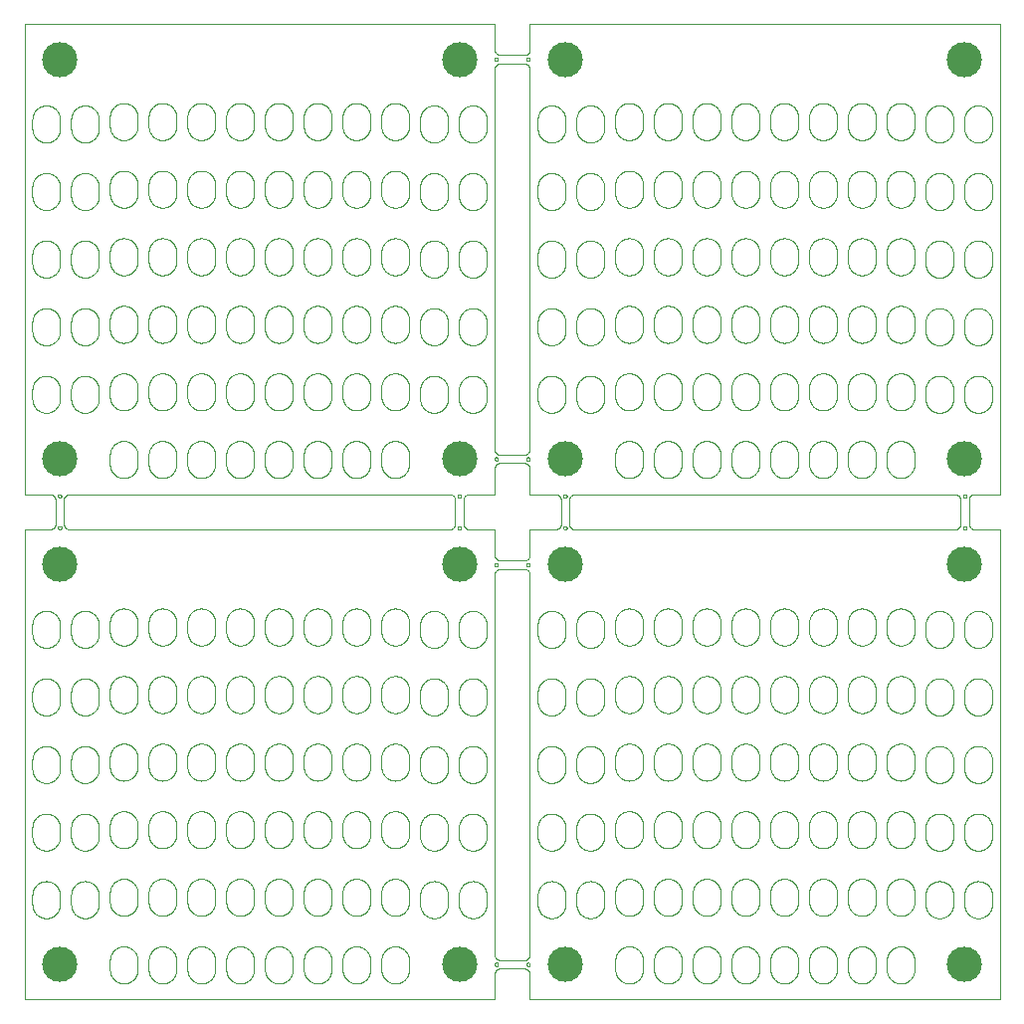
<source format=gbo>
G04 EAGLE Gerber RS-274X export*
G75*
%MOMM*%
%FSLAX34Y34*%
%LPD*%
%AMOC8*
5,1,8,0,0,1.08239X$1,22.5*%
G01*
%ADD10C,0.000000*%
%ADD11C,3.000000*%


D10*
X72750Y33500D02*
X72750Y25500D01*
X72750Y33500D02*
X72753Y33786D01*
X72764Y34072D01*
X72781Y34358D01*
X72806Y34643D01*
X72837Y34927D01*
X72875Y35211D01*
X72920Y35493D01*
X72972Y35775D01*
X73031Y36055D01*
X73097Y36333D01*
X73169Y36610D01*
X73248Y36885D01*
X73334Y37158D01*
X73426Y37429D01*
X73525Y37697D01*
X73631Y37963D01*
X73743Y38227D01*
X73861Y38487D01*
X73986Y38745D01*
X74116Y38999D01*
X74253Y39251D01*
X74396Y39498D01*
X74546Y39743D01*
X74701Y39983D01*
X74861Y40220D01*
X75028Y40453D01*
X75200Y40681D01*
X75378Y40906D01*
X75561Y41126D01*
X75749Y41341D01*
X75942Y41552D01*
X76141Y41758D01*
X76345Y41959D01*
X76553Y42155D01*
X76766Y42346D01*
X76984Y42532D01*
X77206Y42712D01*
X77432Y42887D01*
X77663Y43056D01*
X77898Y43220D01*
X78137Y43378D01*
X78379Y43530D01*
X78625Y43676D01*
X78875Y43816D01*
X79127Y43950D01*
X79383Y44077D01*
X79643Y44199D01*
X79905Y44314D01*
X80169Y44423D01*
X80436Y44525D01*
X80706Y44621D01*
X80978Y44710D01*
X81252Y44792D01*
X81528Y44868D01*
X81806Y44937D01*
X82085Y44999D01*
X82366Y45055D01*
X82648Y45103D01*
X82931Y45145D01*
X83215Y45180D01*
X83500Y45207D01*
X83785Y45228D01*
X84071Y45242D01*
X84357Y45249D01*
X84643Y45249D01*
X84929Y45242D01*
X85215Y45228D01*
X85500Y45207D01*
X85785Y45180D01*
X86069Y45145D01*
X86352Y45103D01*
X86634Y45055D01*
X86915Y44999D01*
X87194Y44937D01*
X87472Y44868D01*
X87748Y44792D01*
X88022Y44710D01*
X88294Y44621D01*
X88564Y44525D01*
X88831Y44423D01*
X89095Y44314D01*
X89357Y44199D01*
X89617Y44077D01*
X89873Y43950D01*
X90125Y43816D01*
X90375Y43676D01*
X90621Y43530D01*
X90863Y43378D01*
X91102Y43220D01*
X91337Y43056D01*
X91568Y42887D01*
X91794Y42712D01*
X92016Y42532D01*
X92234Y42346D01*
X92447Y42155D01*
X92655Y41959D01*
X92859Y41758D01*
X93058Y41552D01*
X93251Y41341D01*
X93439Y41126D01*
X93622Y40906D01*
X93800Y40681D01*
X93972Y40453D01*
X94139Y40220D01*
X94299Y39983D01*
X94454Y39743D01*
X94604Y39498D01*
X94747Y39251D01*
X94884Y38999D01*
X95014Y38745D01*
X95139Y38487D01*
X95257Y38227D01*
X95369Y37963D01*
X95475Y37697D01*
X95574Y37429D01*
X95666Y37158D01*
X95752Y36885D01*
X95831Y36610D01*
X95903Y36333D01*
X95969Y36055D01*
X96028Y35775D01*
X96080Y35493D01*
X96125Y35211D01*
X96163Y34927D01*
X96194Y34643D01*
X96219Y34358D01*
X96236Y34072D01*
X96247Y33786D01*
X96250Y33500D01*
X96250Y25500D01*
X96247Y25214D01*
X96236Y24928D01*
X96219Y24642D01*
X96194Y24357D01*
X96163Y24073D01*
X96125Y23789D01*
X96080Y23507D01*
X96028Y23225D01*
X95969Y22945D01*
X95903Y22667D01*
X95831Y22390D01*
X95752Y22115D01*
X95666Y21842D01*
X95574Y21571D01*
X95475Y21303D01*
X95369Y21037D01*
X95257Y20773D01*
X95139Y20513D01*
X95014Y20255D01*
X94884Y20001D01*
X94747Y19749D01*
X94604Y19502D01*
X94454Y19257D01*
X94299Y19017D01*
X94139Y18780D01*
X93972Y18547D01*
X93800Y18319D01*
X93622Y18094D01*
X93439Y17874D01*
X93251Y17659D01*
X93058Y17448D01*
X92859Y17242D01*
X92655Y17041D01*
X92447Y16845D01*
X92234Y16654D01*
X92016Y16468D01*
X91794Y16288D01*
X91568Y16113D01*
X91337Y15944D01*
X91102Y15780D01*
X90863Y15622D01*
X90621Y15470D01*
X90375Y15324D01*
X90125Y15184D01*
X89873Y15050D01*
X89617Y14923D01*
X89357Y14801D01*
X89095Y14686D01*
X88831Y14577D01*
X88564Y14475D01*
X88294Y14379D01*
X88022Y14290D01*
X87748Y14208D01*
X87472Y14132D01*
X87194Y14063D01*
X86915Y14001D01*
X86634Y13945D01*
X86352Y13897D01*
X86069Y13855D01*
X85785Y13820D01*
X85500Y13793D01*
X85215Y13772D01*
X84929Y13758D01*
X84643Y13751D01*
X84357Y13751D01*
X84071Y13758D01*
X83785Y13772D01*
X83500Y13793D01*
X83215Y13820D01*
X82931Y13855D01*
X82648Y13897D01*
X82366Y13945D01*
X82085Y14001D01*
X81806Y14063D01*
X81528Y14132D01*
X81252Y14208D01*
X80978Y14290D01*
X80706Y14379D01*
X80436Y14475D01*
X80169Y14577D01*
X79905Y14686D01*
X79643Y14801D01*
X79383Y14923D01*
X79127Y15050D01*
X78875Y15184D01*
X78625Y15324D01*
X78379Y15470D01*
X78137Y15622D01*
X77898Y15780D01*
X77663Y15944D01*
X77432Y16113D01*
X77206Y16288D01*
X76984Y16468D01*
X76766Y16654D01*
X76553Y16845D01*
X76345Y17041D01*
X76141Y17242D01*
X75942Y17448D01*
X75749Y17659D01*
X75561Y17874D01*
X75378Y18094D01*
X75200Y18319D01*
X75028Y18547D01*
X74861Y18780D01*
X74701Y19017D01*
X74546Y19257D01*
X74396Y19502D01*
X74253Y19749D01*
X74116Y20001D01*
X73986Y20255D01*
X73861Y20513D01*
X73743Y20773D01*
X73631Y21037D01*
X73525Y21303D01*
X73426Y21571D01*
X73334Y21842D01*
X73248Y22115D01*
X73169Y22390D01*
X73097Y22667D01*
X73031Y22945D01*
X72972Y23225D01*
X72920Y23507D01*
X72875Y23789D01*
X72837Y24073D01*
X72806Y24357D01*
X72781Y24642D01*
X72764Y24928D01*
X72753Y25214D01*
X72750Y25500D01*
X105750Y25500D02*
X105750Y33500D01*
X105753Y33786D01*
X105764Y34072D01*
X105781Y34358D01*
X105806Y34643D01*
X105837Y34927D01*
X105875Y35211D01*
X105920Y35493D01*
X105972Y35775D01*
X106031Y36055D01*
X106097Y36333D01*
X106169Y36610D01*
X106248Y36885D01*
X106334Y37158D01*
X106426Y37429D01*
X106525Y37697D01*
X106631Y37963D01*
X106743Y38227D01*
X106861Y38487D01*
X106986Y38745D01*
X107116Y38999D01*
X107253Y39251D01*
X107396Y39498D01*
X107546Y39743D01*
X107701Y39983D01*
X107861Y40220D01*
X108028Y40453D01*
X108200Y40681D01*
X108378Y40906D01*
X108561Y41126D01*
X108749Y41341D01*
X108942Y41552D01*
X109141Y41758D01*
X109345Y41959D01*
X109553Y42155D01*
X109766Y42346D01*
X109984Y42532D01*
X110206Y42712D01*
X110432Y42887D01*
X110663Y43056D01*
X110898Y43220D01*
X111137Y43378D01*
X111379Y43530D01*
X111625Y43676D01*
X111875Y43816D01*
X112127Y43950D01*
X112383Y44077D01*
X112643Y44199D01*
X112905Y44314D01*
X113169Y44423D01*
X113436Y44525D01*
X113706Y44621D01*
X113978Y44710D01*
X114252Y44792D01*
X114528Y44868D01*
X114806Y44937D01*
X115085Y44999D01*
X115366Y45055D01*
X115648Y45103D01*
X115931Y45145D01*
X116215Y45180D01*
X116500Y45207D01*
X116785Y45228D01*
X117071Y45242D01*
X117357Y45249D01*
X117643Y45249D01*
X117929Y45242D01*
X118215Y45228D01*
X118500Y45207D01*
X118785Y45180D01*
X119069Y45145D01*
X119352Y45103D01*
X119634Y45055D01*
X119915Y44999D01*
X120194Y44937D01*
X120472Y44868D01*
X120748Y44792D01*
X121022Y44710D01*
X121294Y44621D01*
X121564Y44525D01*
X121831Y44423D01*
X122095Y44314D01*
X122357Y44199D01*
X122617Y44077D01*
X122873Y43950D01*
X123125Y43816D01*
X123375Y43676D01*
X123621Y43530D01*
X123863Y43378D01*
X124102Y43220D01*
X124337Y43056D01*
X124568Y42887D01*
X124794Y42712D01*
X125016Y42532D01*
X125234Y42346D01*
X125447Y42155D01*
X125655Y41959D01*
X125859Y41758D01*
X126058Y41552D01*
X126251Y41341D01*
X126439Y41126D01*
X126622Y40906D01*
X126800Y40681D01*
X126972Y40453D01*
X127139Y40220D01*
X127299Y39983D01*
X127454Y39743D01*
X127604Y39498D01*
X127747Y39251D01*
X127884Y38999D01*
X128014Y38745D01*
X128139Y38487D01*
X128257Y38227D01*
X128369Y37963D01*
X128475Y37697D01*
X128574Y37429D01*
X128666Y37158D01*
X128752Y36885D01*
X128831Y36610D01*
X128903Y36333D01*
X128969Y36055D01*
X129028Y35775D01*
X129080Y35493D01*
X129125Y35211D01*
X129163Y34927D01*
X129194Y34643D01*
X129219Y34358D01*
X129236Y34072D01*
X129247Y33786D01*
X129250Y33500D01*
X129250Y25500D01*
X129247Y25214D01*
X129236Y24928D01*
X129219Y24642D01*
X129194Y24357D01*
X129163Y24073D01*
X129125Y23789D01*
X129080Y23507D01*
X129028Y23225D01*
X128969Y22945D01*
X128903Y22667D01*
X128831Y22390D01*
X128752Y22115D01*
X128666Y21842D01*
X128574Y21571D01*
X128475Y21303D01*
X128369Y21037D01*
X128257Y20773D01*
X128139Y20513D01*
X128014Y20255D01*
X127884Y20001D01*
X127747Y19749D01*
X127604Y19502D01*
X127454Y19257D01*
X127299Y19017D01*
X127139Y18780D01*
X126972Y18547D01*
X126800Y18319D01*
X126622Y18094D01*
X126439Y17874D01*
X126251Y17659D01*
X126058Y17448D01*
X125859Y17242D01*
X125655Y17041D01*
X125447Y16845D01*
X125234Y16654D01*
X125016Y16468D01*
X124794Y16288D01*
X124568Y16113D01*
X124337Y15944D01*
X124102Y15780D01*
X123863Y15622D01*
X123621Y15470D01*
X123375Y15324D01*
X123125Y15184D01*
X122873Y15050D01*
X122617Y14923D01*
X122357Y14801D01*
X122095Y14686D01*
X121831Y14577D01*
X121564Y14475D01*
X121294Y14379D01*
X121022Y14290D01*
X120748Y14208D01*
X120472Y14132D01*
X120194Y14063D01*
X119915Y14001D01*
X119634Y13945D01*
X119352Y13897D01*
X119069Y13855D01*
X118785Y13820D01*
X118500Y13793D01*
X118215Y13772D01*
X117929Y13758D01*
X117643Y13751D01*
X117357Y13751D01*
X117071Y13758D01*
X116785Y13772D01*
X116500Y13793D01*
X116215Y13820D01*
X115931Y13855D01*
X115648Y13897D01*
X115366Y13945D01*
X115085Y14001D01*
X114806Y14063D01*
X114528Y14132D01*
X114252Y14208D01*
X113978Y14290D01*
X113706Y14379D01*
X113436Y14475D01*
X113169Y14577D01*
X112905Y14686D01*
X112643Y14801D01*
X112383Y14923D01*
X112127Y15050D01*
X111875Y15184D01*
X111625Y15324D01*
X111379Y15470D01*
X111137Y15622D01*
X110898Y15780D01*
X110663Y15944D01*
X110432Y16113D01*
X110206Y16288D01*
X109984Y16468D01*
X109766Y16654D01*
X109553Y16845D01*
X109345Y17041D01*
X109141Y17242D01*
X108942Y17448D01*
X108749Y17659D01*
X108561Y17874D01*
X108378Y18094D01*
X108200Y18319D01*
X108028Y18547D01*
X107861Y18780D01*
X107701Y19017D01*
X107546Y19257D01*
X107396Y19502D01*
X107253Y19749D01*
X107116Y20001D01*
X106986Y20255D01*
X106861Y20513D01*
X106743Y20773D01*
X106631Y21037D01*
X106525Y21303D01*
X106426Y21571D01*
X106334Y21842D01*
X106248Y22115D01*
X106169Y22390D01*
X106097Y22667D01*
X106031Y22945D01*
X105972Y23225D01*
X105920Y23507D01*
X105875Y23789D01*
X105837Y24073D01*
X105806Y24357D01*
X105781Y24642D01*
X105764Y24928D01*
X105753Y25214D01*
X105750Y25500D01*
X138750Y25500D02*
X138750Y33500D01*
X138753Y33786D01*
X138764Y34072D01*
X138781Y34358D01*
X138806Y34643D01*
X138837Y34927D01*
X138875Y35211D01*
X138920Y35493D01*
X138972Y35775D01*
X139031Y36055D01*
X139097Y36333D01*
X139169Y36610D01*
X139248Y36885D01*
X139334Y37158D01*
X139426Y37429D01*
X139525Y37697D01*
X139631Y37963D01*
X139743Y38227D01*
X139861Y38487D01*
X139986Y38745D01*
X140116Y38999D01*
X140253Y39251D01*
X140396Y39498D01*
X140546Y39743D01*
X140701Y39983D01*
X140861Y40220D01*
X141028Y40453D01*
X141200Y40681D01*
X141378Y40906D01*
X141561Y41126D01*
X141749Y41341D01*
X141942Y41552D01*
X142141Y41758D01*
X142345Y41959D01*
X142553Y42155D01*
X142766Y42346D01*
X142984Y42532D01*
X143206Y42712D01*
X143432Y42887D01*
X143663Y43056D01*
X143898Y43220D01*
X144137Y43378D01*
X144379Y43530D01*
X144625Y43676D01*
X144875Y43816D01*
X145127Y43950D01*
X145383Y44077D01*
X145643Y44199D01*
X145905Y44314D01*
X146169Y44423D01*
X146436Y44525D01*
X146706Y44621D01*
X146978Y44710D01*
X147252Y44792D01*
X147528Y44868D01*
X147806Y44937D01*
X148085Y44999D01*
X148366Y45055D01*
X148648Y45103D01*
X148931Y45145D01*
X149215Y45180D01*
X149500Y45207D01*
X149785Y45228D01*
X150071Y45242D01*
X150357Y45249D01*
X150643Y45249D01*
X150929Y45242D01*
X151215Y45228D01*
X151500Y45207D01*
X151785Y45180D01*
X152069Y45145D01*
X152352Y45103D01*
X152634Y45055D01*
X152915Y44999D01*
X153194Y44937D01*
X153472Y44868D01*
X153748Y44792D01*
X154022Y44710D01*
X154294Y44621D01*
X154564Y44525D01*
X154831Y44423D01*
X155095Y44314D01*
X155357Y44199D01*
X155617Y44077D01*
X155873Y43950D01*
X156125Y43816D01*
X156375Y43676D01*
X156621Y43530D01*
X156863Y43378D01*
X157102Y43220D01*
X157337Y43056D01*
X157568Y42887D01*
X157794Y42712D01*
X158016Y42532D01*
X158234Y42346D01*
X158447Y42155D01*
X158655Y41959D01*
X158859Y41758D01*
X159058Y41552D01*
X159251Y41341D01*
X159439Y41126D01*
X159622Y40906D01*
X159800Y40681D01*
X159972Y40453D01*
X160139Y40220D01*
X160299Y39983D01*
X160454Y39743D01*
X160604Y39498D01*
X160747Y39251D01*
X160884Y38999D01*
X161014Y38745D01*
X161139Y38487D01*
X161257Y38227D01*
X161369Y37963D01*
X161475Y37697D01*
X161574Y37429D01*
X161666Y37158D01*
X161752Y36885D01*
X161831Y36610D01*
X161903Y36333D01*
X161969Y36055D01*
X162028Y35775D01*
X162080Y35493D01*
X162125Y35211D01*
X162163Y34927D01*
X162194Y34643D01*
X162219Y34358D01*
X162236Y34072D01*
X162247Y33786D01*
X162250Y33500D01*
X162250Y25500D01*
X162247Y25214D01*
X162236Y24928D01*
X162219Y24642D01*
X162194Y24357D01*
X162163Y24073D01*
X162125Y23789D01*
X162080Y23507D01*
X162028Y23225D01*
X161969Y22945D01*
X161903Y22667D01*
X161831Y22390D01*
X161752Y22115D01*
X161666Y21842D01*
X161574Y21571D01*
X161475Y21303D01*
X161369Y21037D01*
X161257Y20773D01*
X161139Y20513D01*
X161014Y20255D01*
X160884Y20001D01*
X160747Y19749D01*
X160604Y19502D01*
X160454Y19257D01*
X160299Y19017D01*
X160139Y18780D01*
X159972Y18547D01*
X159800Y18319D01*
X159622Y18094D01*
X159439Y17874D01*
X159251Y17659D01*
X159058Y17448D01*
X158859Y17242D01*
X158655Y17041D01*
X158447Y16845D01*
X158234Y16654D01*
X158016Y16468D01*
X157794Y16288D01*
X157568Y16113D01*
X157337Y15944D01*
X157102Y15780D01*
X156863Y15622D01*
X156621Y15470D01*
X156375Y15324D01*
X156125Y15184D01*
X155873Y15050D01*
X155617Y14923D01*
X155357Y14801D01*
X155095Y14686D01*
X154831Y14577D01*
X154564Y14475D01*
X154294Y14379D01*
X154022Y14290D01*
X153748Y14208D01*
X153472Y14132D01*
X153194Y14063D01*
X152915Y14001D01*
X152634Y13945D01*
X152352Y13897D01*
X152069Y13855D01*
X151785Y13820D01*
X151500Y13793D01*
X151215Y13772D01*
X150929Y13758D01*
X150643Y13751D01*
X150357Y13751D01*
X150071Y13758D01*
X149785Y13772D01*
X149500Y13793D01*
X149215Y13820D01*
X148931Y13855D01*
X148648Y13897D01*
X148366Y13945D01*
X148085Y14001D01*
X147806Y14063D01*
X147528Y14132D01*
X147252Y14208D01*
X146978Y14290D01*
X146706Y14379D01*
X146436Y14475D01*
X146169Y14577D01*
X145905Y14686D01*
X145643Y14801D01*
X145383Y14923D01*
X145127Y15050D01*
X144875Y15184D01*
X144625Y15324D01*
X144379Y15470D01*
X144137Y15622D01*
X143898Y15780D01*
X143663Y15944D01*
X143432Y16113D01*
X143206Y16288D01*
X142984Y16468D01*
X142766Y16654D01*
X142553Y16845D01*
X142345Y17041D01*
X142141Y17242D01*
X141942Y17448D01*
X141749Y17659D01*
X141561Y17874D01*
X141378Y18094D01*
X141200Y18319D01*
X141028Y18547D01*
X140861Y18780D01*
X140701Y19017D01*
X140546Y19257D01*
X140396Y19502D01*
X140253Y19749D01*
X140116Y20001D01*
X139986Y20255D01*
X139861Y20513D01*
X139743Y20773D01*
X139631Y21037D01*
X139525Y21303D01*
X139426Y21571D01*
X139334Y21842D01*
X139248Y22115D01*
X139169Y22390D01*
X139097Y22667D01*
X139031Y22945D01*
X138972Y23225D01*
X138920Y23507D01*
X138875Y23789D01*
X138837Y24073D01*
X138806Y24357D01*
X138781Y24642D01*
X138764Y24928D01*
X138753Y25214D01*
X138750Y25500D01*
X171750Y25500D02*
X171750Y33500D01*
X171753Y33786D01*
X171764Y34072D01*
X171781Y34358D01*
X171806Y34643D01*
X171837Y34927D01*
X171875Y35211D01*
X171920Y35493D01*
X171972Y35775D01*
X172031Y36055D01*
X172097Y36333D01*
X172169Y36610D01*
X172248Y36885D01*
X172334Y37158D01*
X172426Y37429D01*
X172525Y37697D01*
X172631Y37963D01*
X172743Y38227D01*
X172861Y38487D01*
X172986Y38745D01*
X173116Y38999D01*
X173253Y39251D01*
X173396Y39498D01*
X173546Y39743D01*
X173701Y39983D01*
X173861Y40220D01*
X174028Y40453D01*
X174200Y40681D01*
X174378Y40906D01*
X174561Y41126D01*
X174749Y41341D01*
X174942Y41552D01*
X175141Y41758D01*
X175345Y41959D01*
X175553Y42155D01*
X175766Y42346D01*
X175984Y42532D01*
X176206Y42712D01*
X176432Y42887D01*
X176663Y43056D01*
X176898Y43220D01*
X177137Y43378D01*
X177379Y43530D01*
X177625Y43676D01*
X177875Y43816D01*
X178127Y43950D01*
X178383Y44077D01*
X178643Y44199D01*
X178905Y44314D01*
X179169Y44423D01*
X179436Y44525D01*
X179706Y44621D01*
X179978Y44710D01*
X180252Y44792D01*
X180528Y44868D01*
X180806Y44937D01*
X181085Y44999D01*
X181366Y45055D01*
X181648Y45103D01*
X181931Y45145D01*
X182215Y45180D01*
X182500Y45207D01*
X182785Y45228D01*
X183071Y45242D01*
X183357Y45249D01*
X183643Y45249D01*
X183929Y45242D01*
X184215Y45228D01*
X184500Y45207D01*
X184785Y45180D01*
X185069Y45145D01*
X185352Y45103D01*
X185634Y45055D01*
X185915Y44999D01*
X186194Y44937D01*
X186472Y44868D01*
X186748Y44792D01*
X187022Y44710D01*
X187294Y44621D01*
X187564Y44525D01*
X187831Y44423D01*
X188095Y44314D01*
X188357Y44199D01*
X188617Y44077D01*
X188873Y43950D01*
X189125Y43816D01*
X189375Y43676D01*
X189621Y43530D01*
X189863Y43378D01*
X190102Y43220D01*
X190337Y43056D01*
X190568Y42887D01*
X190794Y42712D01*
X191016Y42532D01*
X191234Y42346D01*
X191447Y42155D01*
X191655Y41959D01*
X191859Y41758D01*
X192058Y41552D01*
X192251Y41341D01*
X192439Y41126D01*
X192622Y40906D01*
X192800Y40681D01*
X192972Y40453D01*
X193139Y40220D01*
X193299Y39983D01*
X193454Y39743D01*
X193604Y39498D01*
X193747Y39251D01*
X193884Y38999D01*
X194014Y38745D01*
X194139Y38487D01*
X194257Y38227D01*
X194369Y37963D01*
X194475Y37697D01*
X194574Y37429D01*
X194666Y37158D01*
X194752Y36885D01*
X194831Y36610D01*
X194903Y36333D01*
X194969Y36055D01*
X195028Y35775D01*
X195080Y35493D01*
X195125Y35211D01*
X195163Y34927D01*
X195194Y34643D01*
X195219Y34358D01*
X195236Y34072D01*
X195247Y33786D01*
X195250Y33500D01*
X195250Y25500D01*
X195247Y25214D01*
X195236Y24928D01*
X195219Y24642D01*
X195194Y24357D01*
X195163Y24073D01*
X195125Y23789D01*
X195080Y23507D01*
X195028Y23225D01*
X194969Y22945D01*
X194903Y22667D01*
X194831Y22390D01*
X194752Y22115D01*
X194666Y21842D01*
X194574Y21571D01*
X194475Y21303D01*
X194369Y21037D01*
X194257Y20773D01*
X194139Y20513D01*
X194014Y20255D01*
X193884Y20001D01*
X193747Y19749D01*
X193604Y19502D01*
X193454Y19257D01*
X193299Y19017D01*
X193139Y18780D01*
X192972Y18547D01*
X192800Y18319D01*
X192622Y18094D01*
X192439Y17874D01*
X192251Y17659D01*
X192058Y17448D01*
X191859Y17242D01*
X191655Y17041D01*
X191447Y16845D01*
X191234Y16654D01*
X191016Y16468D01*
X190794Y16288D01*
X190568Y16113D01*
X190337Y15944D01*
X190102Y15780D01*
X189863Y15622D01*
X189621Y15470D01*
X189375Y15324D01*
X189125Y15184D01*
X188873Y15050D01*
X188617Y14923D01*
X188357Y14801D01*
X188095Y14686D01*
X187831Y14577D01*
X187564Y14475D01*
X187294Y14379D01*
X187022Y14290D01*
X186748Y14208D01*
X186472Y14132D01*
X186194Y14063D01*
X185915Y14001D01*
X185634Y13945D01*
X185352Y13897D01*
X185069Y13855D01*
X184785Y13820D01*
X184500Y13793D01*
X184215Y13772D01*
X183929Y13758D01*
X183643Y13751D01*
X183357Y13751D01*
X183071Y13758D01*
X182785Y13772D01*
X182500Y13793D01*
X182215Y13820D01*
X181931Y13855D01*
X181648Y13897D01*
X181366Y13945D01*
X181085Y14001D01*
X180806Y14063D01*
X180528Y14132D01*
X180252Y14208D01*
X179978Y14290D01*
X179706Y14379D01*
X179436Y14475D01*
X179169Y14577D01*
X178905Y14686D01*
X178643Y14801D01*
X178383Y14923D01*
X178127Y15050D01*
X177875Y15184D01*
X177625Y15324D01*
X177379Y15470D01*
X177137Y15622D01*
X176898Y15780D01*
X176663Y15944D01*
X176432Y16113D01*
X176206Y16288D01*
X175984Y16468D01*
X175766Y16654D01*
X175553Y16845D01*
X175345Y17041D01*
X175141Y17242D01*
X174942Y17448D01*
X174749Y17659D01*
X174561Y17874D01*
X174378Y18094D01*
X174200Y18319D01*
X174028Y18547D01*
X173861Y18780D01*
X173701Y19017D01*
X173546Y19257D01*
X173396Y19502D01*
X173253Y19749D01*
X173116Y20001D01*
X172986Y20255D01*
X172861Y20513D01*
X172743Y20773D01*
X172631Y21037D01*
X172525Y21303D01*
X172426Y21571D01*
X172334Y21842D01*
X172248Y22115D01*
X172169Y22390D01*
X172097Y22667D01*
X172031Y22945D01*
X171972Y23225D01*
X171920Y23507D01*
X171875Y23789D01*
X171837Y24073D01*
X171806Y24357D01*
X171781Y24642D01*
X171764Y24928D01*
X171753Y25214D01*
X171750Y25500D01*
X204750Y25500D02*
X204750Y33500D01*
X204753Y33786D01*
X204764Y34072D01*
X204781Y34358D01*
X204806Y34643D01*
X204837Y34927D01*
X204875Y35211D01*
X204920Y35493D01*
X204972Y35775D01*
X205031Y36055D01*
X205097Y36333D01*
X205169Y36610D01*
X205248Y36885D01*
X205334Y37158D01*
X205426Y37429D01*
X205525Y37697D01*
X205631Y37963D01*
X205743Y38227D01*
X205861Y38487D01*
X205986Y38745D01*
X206116Y38999D01*
X206253Y39251D01*
X206396Y39498D01*
X206546Y39743D01*
X206701Y39983D01*
X206861Y40220D01*
X207028Y40453D01*
X207200Y40681D01*
X207378Y40906D01*
X207561Y41126D01*
X207749Y41341D01*
X207942Y41552D01*
X208141Y41758D01*
X208345Y41959D01*
X208553Y42155D01*
X208766Y42346D01*
X208984Y42532D01*
X209206Y42712D01*
X209432Y42887D01*
X209663Y43056D01*
X209898Y43220D01*
X210137Y43378D01*
X210379Y43530D01*
X210625Y43676D01*
X210875Y43816D01*
X211127Y43950D01*
X211383Y44077D01*
X211643Y44199D01*
X211905Y44314D01*
X212169Y44423D01*
X212436Y44525D01*
X212706Y44621D01*
X212978Y44710D01*
X213252Y44792D01*
X213528Y44868D01*
X213806Y44937D01*
X214085Y44999D01*
X214366Y45055D01*
X214648Y45103D01*
X214931Y45145D01*
X215215Y45180D01*
X215500Y45207D01*
X215785Y45228D01*
X216071Y45242D01*
X216357Y45249D01*
X216643Y45249D01*
X216929Y45242D01*
X217215Y45228D01*
X217500Y45207D01*
X217785Y45180D01*
X218069Y45145D01*
X218352Y45103D01*
X218634Y45055D01*
X218915Y44999D01*
X219194Y44937D01*
X219472Y44868D01*
X219748Y44792D01*
X220022Y44710D01*
X220294Y44621D01*
X220564Y44525D01*
X220831Y44423D01*
X221095Y44314D01*
X221357Y44199D01*
X221617Y44077D01*
X221873Y43950D01*
X222125Y43816D01*
X222375Y43676D01*
X222621Y43530D01*
X222863Y43378D01*
X223102Y43220D01*
X223337Y43056D01*
X223568Y42887D01*
X223794Y42712D01*
X224016Y42532D01*
X224234Y42346D01*
X224447Y42155D01*
X224655Y41959D01*
X224859Y41758D01*
X225058Y41552D01*
X225251Y41341D01*
X225439Y41126D01*
X225622Y40906D01*
X225800Y40681D01*
X225972Y40453D01*
X226139Y40220D01*
X226299Y39983D01*
X226454Y39743D01*
X226604Y39498D01*
X226747Y39251D01*
X226884Y38999D01*
X227014Y38745D01*
X227139Y38487D01*
X227257Y38227D01*
X227369Y37963D01*
X227475Y37697D01*
X227574Y37429D01*
X227666Y37158D01*
X227752Y36885D01*
X227831Y36610D01*
X227903Y36333D01*
X227969Y36055D01*
X228028Y35775D01*
X228080Y35493D01*
X228125Y35211D01*
X228163Y34927D01*
X228194Y34643D01*
X228219Y34358D01*
X228236Y34072D01*
X228247Y33786D01*
X228250Y33500D01*
X228250Y25500D01*
X228247Y25214D01*
X228236Y24928D01*
X228219Y24642D01*
X228194Y24357D01*
X228163Y24073D01*
X228125Y23789D01*
X228080Y23507D01*
X228028Y23225D01*
X227969Y22945D01*
X227903Y22667D01*
X227831Y22390D01*
X227752Y22115D01*
X227666Y21842D01*
X227574Y21571D01*
X227475Y21303D01*
X227369Y21037D01*
X227257Y20773D01*
X227139Y20513D01*
X227014Y20255D01*
X226884Y20001D01*
X226747Y19749D01*
X226604Y19502D01*
X226454Y19257D01*
X226299Y19017D01*
X226139Y18780D01*
X225972Y18547D01*
X225800Y18319D01*
X225622Y18094D01*
X225439Y17874D01*
X225251Y17659D01*
X225058Y17448D01*
X224859Y17242D01*
X224655Y17041D01*
X224447Y16845D01*
X224234Y16654D01*
X224016Y16468D01*
X223794Y16288D01*
X223568Y16113D01*
X223337Y15944D01*
X223102Y15780D01*
X222863Y15622D01*
X222621Y15470D01*
X222375Y15324D01*
X222125Y15184D01*
X221873Y15050D01*
X221617Y14923D01*
X221357Y14801D01*
X221095Y14686D01*
X220831Y14577D01*
X220564Y14475D01*
X220294Y14379D01*
X220022Y14290D01*
X219748Y14208D01*
X219472Y14132D01*
X219194Y14063D01*
X218915Y14001D01*
X218634Y13945D01*
X218352Y13897D01*
X218069Y13855D01*
X217785Y13820D01*
X217500Y13793D01*
X217215Y13772D01*
X216929Y13758D01*
X216643Y13751D01*
X216357Y13751D01*
X216071Y13758D01*
X215785Y13772D01*
X215500Y13793D01*
X215215Y13820D01*
X214931Y13855D01*
X214648Y13897D01*
X214366Y13945D01*
X214085Y14001D01*
X213806Y14063D01*
X213528Y14132D01*
X213252Y14208D01*
X212978Y14290D01*
X212706Y14379D01*
X212436Y14475D01*
X212169Y14577D01*
X211905Y14686D01*
X211643Y14801D01*
X211383Y14923D01*
X211127Y15050D01*
X210875Y15184D01*
X210625Y15324D01*
X210379Y15470D01*
X210137Y15622D01*
X209898Y15780D01*
X209663Y15944D01*
X209432Y16113D01*
X209206Y16288D01*
X208984Y16468D01*
X208766Y16654D01*
X208553Y16845D01*
X208345Y17041D01*
X208141Y17242D01*
X207942Y17448D01*
X207749Y17659D01*
X207561Y17874D01*
X207378Y18094D01*
X207200Y18319D01*
X207028Y18547D01*
X206861Y18780D01*
X206701Y19017D01*
X206546Y19257D01*
X206396Y19502D01*
X206253Y19749D01*
X206116Y20001D01*
X205986Y20255D01*
X205861Y20513D01*
X205743Y20773D01*
X205631Y21037D01*
X205525Y21303D01*
X205426Y21571D01*
X205334Y21842D01*
X205248Y22115D01*
X205169Y22390D01*
X205097Y22667D01*
X205031Y22945D01*
X204972Y23225D01*
X204920Y23507D01*
X204875Y23789D01*
X204837Y24073D01*
X204806Y24357D01*
X204781Y24642D01*
X204764Y24928D01*
X204753Y25214D01*
X204750Y25500D01*
X237750Y25500D02*
X237750Y33500D01*
X237753Y33786D01*
X237764Y34072D01*
X237781Y34358D01*
X237806Y34643D01*
X237837Y34927D01*
X237875Y35211D01*
X237920Y35493D01*
X237972Y35775D01*
X238031Y36055D01*
X238097Y36333D01*
X238169Y36610D01*
X238248Y36885D01*
X238334Y37158D01*
X238426Y37429D01*
X238525Y37697D01*
X238631Y37963D01*
X238743Y38227D01*
X238861Y38487D01*
X238986Y38745D01*
X239116Y38999D01*
X239253Y39251D01*
X239396Y39498D01*
X239546Y39743D01*
X239701Y39983D01*
X239861Y40220D01*
X240028Y40453D01*
X240200Y40681D01*
X240378Y40906D01*
X240561Y41126D01*
X240749Y41341D01*
X240942Y41552D01*
X241141Y41758D01*
X241345Y41959D01*
X241553Y42155D01*
X241766Y42346D01*
X241984Y42532D01*
X242206Y42712D01*
X242432Y42887D01*
X242663Y43056D01*
X242898Y43220D01*
X243137Y43378D01*
X243379Y43530D01*
X243625Y43676D01*
X243875Y43816D01*
X244127Y43950D01*
X244383Y44077D01*
X244643Y44199D01*
X244905Y44314D01*
X245169Y44423D01*
X245436Y44525D01*
X245706Y44621D01*
X245978Y44710D01*
X246252Y44792D01*
X246528Y44868D01*
X246806Y44937D01*
X247085Y44999D01*
X247366Y45055D01*
X247648Y45103D01*
X247931Y45145D01*
X248215Y45180D01*
X248500Y45207D01*
X248785Y45228D01*
X249071Y45242D01*
X249357Y45249D01*
X249643Y45249D01*
X249929Y45242D01*
X250215Y45228D01*
X250500Y45207D01*
X250785Y45180D01*
X251069Y45145D01*
X251352Y45103D01*
X251634Y45055D01*
X251915Y44999D01*
X252194Y44937D01*
X252472Y44868D01*
X252748Y44792D01*
X253022Y44710D01*
X253294Y44621D01*
X253564Y44525D01*
X253831Y44423D01*
X254095Y44314D01*
X254357Y44199D01*
X254617Y44077D01*
X254873Y43950D01*
X255125Y43816D01*
X255375Y43676D01*
X255621Y43530D01*
X255863Y43378D01*
X256102Y43220D01*
X256337Y43056D01*
X256568Y42887D01*
X256794Y42712D01*
X257016Y42532D01*
X257234Y42346D01*
X257447Y42155D01*
X257655Y41959D01*
X257859Y41758D01*
X258058Y41552D01*
X258251Y41341D01*
X258439Y41126D01*
X258622Y40906D01*
X258800Y40681D01*
X258972Y40453D01*
X259139Y40220D01*
X259299Y39983D01*
X259454Y39743D01*
X259604Y39498D01*
X259747Y39251D01*
X259884Y38999D01*
X260014Y38745D01*
X260139Y38487D01*
X260257Y38227D01*
X260369Y37963D01*
X260475Y37697D01*
X260574Y37429D01*
X260666Y37158D01*
X260752Y36885D01*
X260831Y36610D01*
X260903Y36333D01*
X260969Y36055D01*
X261028Y35775D01*
X261080Y35493D01*
X261125Y35211D01*
X261163Y34927D01*
X261194Y34643D01*
X261219Y34358D01*
X261236Y34072D01*
X261247Y33786D01*
X261250Y33500D01*
X261250Y25500D01*
X261247Y25214D01*
X261236Y24928D01*
X261219Y24642D01*
X261194Y24357D01*
X261163Y24073D01*
X261125Y23789D01*
X261080Y23507D01*
X261028Y23225D01*
X260969Y22945D01*
X260903Y22667D01*
X260831Y22390D01*
X260752Y22115D01*
X260666Y21842D01*
X260574Y21571D01*
X260475Y21303D01*
X260369Y21037D01*
X260257Y20773D01*
X260139Y20513D01*
X260014Y20255D01*
X259884Y20001D01*
X259747Y19749D01*
X259604Y19502D01*
X259454Y19257D01*
X259299Y19017D01*
X259139Y18780D01*
X258972Y18547D01*
X258800Y18319D01*
X258622Y18094D01*
X258439Y17874D01*
X258251Y17659D01*
X258058Y17448D01*
X257859Y17242D01*
X257655Y17041D01*
X257447Y16845D01*
X257234Y16654D01*
X257016Y16468D01*
X256794Y16288D01*
X256568Y16113D01*
X256337Y15944D01*
X256102Y15780D01*
X255863Y15622D01*
X255621Y15470D01*
X255375Y15324D01*
X255125Y15184D01*
X254873Y15050D01*
X254617Y14923D01*
X254357Y14801D01*
X254095Y14686D01*
X253831Y14577D01*
X253564Y14475D01*
X253294Y14379D01*
X253022Y14290D01*
X252748Y14208D01*
X252472Y14132D01*
X252194Y14063D01*
X251915Y14001D01*
X251634Y13945D01*
X251352Y13897D01*
X251069Y13855D01*
X250785Y13820D01*
X250500Y13793D01*
X250215Y13772D01*
X249929Y13758D01*
X249643Y13751D01*
X249357Y13751D01*
X249071Y13758D01*
X248785Y13772D01*
X248500Y13793D01*
X248215Y13820D01*
X247931Y13855D01*
X247648Y13897D01*
X247366Y13945D01*
X247085Y14001D01*
X246806Y14063D01*
X246528Y14132D01*
X246252Y14208D01*
X245978Y14290D01*
X245706Y14379D01*
X245436Y14475D01*
X245169Y14577D01*
X244905Y14686D01*
X244643Y14801D01*
X244383Y14923D01*
X244127Y15050D01*
X243875Y15184D01*
X243625Y15324D01*
X243379Y15470D01*
X243137Y15622D01*
X242898Y15780D01*
X242663Y15944D01*
X242432Y16113D01*
X242206Y16288D01*
X241984Y16468D01*
X241766Y16654D01*
X241553Y16845D01*
X241345Y17041D01*
X241141Y17242D01*
X240942Y17448D01*
X240749Y17659D01*
X240561Y17874D01*
X240378Y18094D01*
X240200Y18319D01*
X240028Y18547D01*
X239861Y18780D01*
X239701Y19017D01*
X239546Y19257D01*
X239396Y19502D01*
X239253Y19749D01*
X239116Y20001D01*
X238986Y20255D01*
X238861Y20513D01*
X238743Y20773D01*
X238631Y21037D01*
X238525Y21303D01*
X238426Y21571D01*
X238334Y21842D01*
X238248Y22115D01*
X238169Y22390D01*
X238097Y22667D01*
X238031Y22945D01*
X237972Y23225D01*
X237920Y23507D01*
X237875Y23789D01*
X237837Y24073D01*
X237806Y24357D01*
X237781Y24642D01*
X237764Y24928D01*
X237753Y25214D01*
X237750Y25500D01*
X270750Y25500D02*
X270750Y33500D01*
X270753Y33786D01*
X270764Y34072D01*
X270781Y34358D01*
X270806Y34643D01*
X270837Y34927D01*
X270875Y35211D01*
X270920Y35493D01*
X270972Y35775D01*
X271031Y36055D01*
X271097Y36333D01*
X271169Y36610D01*
X271248Y36885D01*
X271334Y37158D01*
X271426Y37429D01*
X271525Y37697D01*
X271631Y37963D01*
X271743Y38227D01*
X271861Y38487D01*
X271986Y38745D01*
X272116Y38999D01*
X272253Y39251D01*
X272396Y39498D01*
X272546Y39743D01*
X272701Y39983D01*
X272861Y40220D01*
X273028Y40453D01*
X273200Y40681D01*
X273378Y40906D01*
X273561Y41126D01*
X273749Y41341D01*
X273942Y41552D01*
X274141Y41758D01*
X274345Y41959D01*
X274553Y42155D01*
X274766Y42346D01*
X274984Y42532D01*
X275206Y42712D01*
X275432Y42887D01*
X275663Y43056D01*
X275898Y43220D01*
X276137Y43378D01*
X276379Y43530D01*
X276625Y43676D01*
X276875Y43816D01*
X277127Y43950D01*
X277383Y44077D01*
X277643Y44199D01*
X277905Y44314D01*
X278169Y44423D01*
X278436Y44525D01*
X278706Y44621D01*
X278978Y44710D01*
X279252Y44792D01*
X279528Y44868D01*
X279806Y44937D01*
X280085Y44999D01*
X280366Y45055D01*
X280648Y45103D01*
X280931Y45145D01*
X281215Y45180D01*
X281500Y45207D01*
X281785Y45228D01*
X282071Y45242D01*
X282357Y45249D01*
X282643Y45249D01*
X282929Y45242D01*
X283215Y45228D01*
X283500Y45207D01*
X283785Y45180D01*
X284069Y45145D01*
X284352Y45103D01*
X284634Y45055D01*
X284915Y44999D01*
X285194Y44937D01*
X285472Y44868D01*
X285748Y44792D01*
X286022Y44710D01*
X286294Y44621D01*
X286564Y44525D01*
X286831Y44423D01*
X287095Y44314D01*
X287357Y44199D01*
X287617Y44077D01*
X287873Y43950D01*
X288125Y43816D01*
X288375Y43676D01*
X288621Y43530D01*
X288863Y43378D01*
X289102Y43220D01*
X289337Y43056D01*
X289568Y42887D01*
X289794Y42712D01*
X290016Y42532D01*
X290234Y42346D01*
X290447Y42155D01*
X290655Y41959D01*
X290859Y41758D01*
X291058Y41552D01*
X291251Y41341D01*
X291439Y41126D01*
X291622Y40906D01*
X291800Y40681D01*
X291972Y40453D01*
X292139Y40220D01*
X292299Y39983D01*
X292454Y39743D01*
X292604Y39498D01*
X292747Y39251D01*
X292884Y38999D01*
X293014Y38745D01*
X293139Y38487D01*
X293257Y38227D01*
X293369Y37963D01*
X293475Y37697D01*
X293574Y37429D01*
X293666Y37158D01*
X293752Y36885D01*
X293831Y36610D01*
X293903Y36333D01*
X293969Y36055D01*
X294028Y35775D01*
X294080Y35493D01*
X294125Y35211D01*
X294163Y34927D01*
X294194Y34643D01*
X294219Y34358D01*
X294236Y34072D01*
X294247Y33786D01*
X294250Y33500D01*
X294250Y25500D01*
X294247Y25214D01*
X294236Y24928D01*
X294219Y24642D01*
X294194Y24357D01*
X294163Y24073D01*
X294125Y23789D01*
X294080Y23507D01*
X294028Y23225D01*
X293969Y22945D01*
X293903Y22667D01*
X293831Y22390D01*
X293752Y22115D01*
X293666Y21842D01*
X293574Y21571D01*
X293475Y21303D01*
X293369Y21037D01*
X293257Y20773D01*
X293139Y20513D01*
X293014Y20255D01*
X292884Y20001D01*
X292747Y19749D01*
X292604Y19502D01*
X292454Y19257D01*
X292299Y19017D01*
X292139Y18780D01*
X291972Y18547D01*
X291800Y18319D01*
X291622Y18094D01*
X291439Y17874D01*
X291251Y17659D01*
X291058Y17448D01*
X290859Y17242D01*
X290655Y17041D01*
X290447Y16845D01*
X290234Y16654D01*
X290016Y16468D01*
X289794Y16288D01*
X289568Y16113D01*
X289337Y15944D01*
X289102Y15780D01*
X288863Y15622D01*
X288621Y15470D01*
X288375Y15324D01*
X288125Y15184D01*
X287873Y15050D01*
X287617Y14923D01*
X287357Y14801D01*
X287095Y14686D01*
X286831Y14577D01*
X286564Y14475D01*
X286294Y14379D01*
X286022Y14290D01*
X285748Y14208D01*
X285472Y14132D01*
X285194Y14063D01*
X284915Y14001D01*
X284634Y13945D01*
X284352Y13897D01*
X284069Y13855D01*
X283785Y13820D01*
X283500Y13793D01*
X283215Y13772D01*
X282929Y13758D01*
X282643Y13751D01*
X282357Y13751D01*
X282071Y13758D01*
X281785Y13772D01*
X281500Y13793D01*
X281215Y13820D01*
X280931Y13855D01*
X280648Y13897D01*
X280366Y13945D01*
X280085Y14001D01*
X279806Y14063D01*
X279528Y14132D01*
X279252Y14208D01*
X278978Y14290D01*
X278706Y14379D01*
X278436Y14475D01*
X278169Y14577D01*
X277905Y14686D01*
X277643Y14801D01*
X277383Y14923D01*
X277127Y15050D01*
X276875Y15184D01*
X276625Y15324D01*
X276379Y15470D01*
X276137Y15622D01*
X275898Y15780D01*
X275663Y15944D01*
X275432Y16113D01*
X275206Y16288D01*
X274984Y16468D01*
X274766Y16654D01*
X274553Y16845D01*
X274345Y17041D01*
X274141Y17242D01*
X273942Y17448D01*
X273749Y17659D01*
X273561Y17874D01*
X273378Y18094D01*
X273200Y18319D01*
X273028Y18547D01*
X272861Y18780D01*
X272701Y19017D01*
X272546Y19257D01*
X272396Y19502D01*
X272253Y19749D01*
X272116Y20001D01*
X271986Y20255D01*
X271861Y20513D01*
X271743Y20773D01*
X271631Y21037D01*
X271525Y21303D01*
X271426Y21571D01*
X271334Y21842D01*
X271248Y22115D01*
X271169Y22390D01*
X271097Y22667D01*
X271031Y22945D01*
X270972Y23225D01*
X270920Y23507D01*
X270875Y23789D01*
X270837Y24073D01*
X270806Y24357D01*
X270781Y24642D01*
X270764Y24928D01*
X270753Y25214D01*
X270750Y25500D01*
X303750Y25500D02*
X303750Y33500D01*
X303753Y33786D01*
X303764Y34072D01*
X303781Y34358D01*
X303806Y34643D01*
X303837Y34927D01*
X303875Y35211D01*
X303920Y35493D01*
X303972Y35775D01*
X304031Y36055D01*
X304097Y36333D01*
X304169Y36610D01*
X304248Y36885D01*
X304334Y37158D01*
X304426Y37429D01*
X304525Y37697D01*
X304631Y37963D01*
X304743Y38227D01*
X304861Y38487D01*
X304986Y38745D01*
X305116Y38999D01*
X305253Y39251D01*
X305396Y39498D01*
X305546Y39743D01*
X305701Y39983D01*
X305861Y40220D01*
X306028Y40453D01*
X306200Y40681D01*
X306378Y40906D01*
X306561Y41126D01*
X306749Y41341D01*
X306942Y41552D01*
X307141Y41758D01*
X307345Y41959D01*
X307553Y42155D01*
X307766Y42346D01*
X307984Y42532D01*
X308206Y42712D01*
X308432Y42887D01*
X308663Y43056D01*
X308898Y43220D01*
X309137Y43378D01*
X309379Y43530D01*
X309625Y43676D01*
X309875Y43816D01*
X310127Y43950D01*
X310383Y44077D01*
X310643Y44199D01*
X310905Y44314D01*
X311169Y44423D01*
X311436Y44525D01*
X311706Y44621D01*
X311978Y44710D01*
X312252Y44792D01*
X312528Y44868D01*
X312806Y44937D01*
X313085Y44999D01*
X313366Y45055D01*
X313648Y45103D01*
X313931Y45145D01*
X314215Y45180D01*
X314500Y45207D01*
X314785Y45228D01*
X315071Y45242D01*
X315357Y45249D01*
X315643Y45249D01*
X315929Y45242D01*
X316215Y45228D01*
X316500Y45207D01*
X316785Y45180D01*
X317069Y45145D01*
X317352Y45103D01*
X317634Y45055D01*
X317915Y44999D01*
X318194Y44937D01*
X318472Y44868D01*
X318748Y44792D01*
X319022Y44710D01*
X319294Y44621D01*
X319564Y44525D01*
X319831Y44423D01*
X320095Y44314D01*
X320357Y44199D01*
X320617Y44077D01*
X320873Y43950D01*
X321125Y43816D01*
X321375Y43676D01*
X321621Y43530D01*
X321863Y43378D01*
X322102Y43220D01*
X322337Y43056D01*
X322568Y42887D01*
X322794Y42712D01*
X323016Y42532D01*
X323234Y42346D01*
X323447Y42155D01*
X323655Y41959D01*
X323859Y41758D01*
X324058Y41552D01*
X324251Y41341D01*
X324439Y41126D01*
X324622Y40906D01*
X324800Y40681D01*
X324972Y40453D01*
X325139Y40220D01*
X325299Y39983D01*
X325454Y39743D01*
X325604Y39498D01*
X325747Y39251D01*
X325884Y38999D01*
X326014Y38745D01*
X326139Y38487D01*
X326257Y38227D01*
X326369Y37963D01*
X326475Y37697D01*
X326574Y37429D01*
X326666Y37158D01*
X326752Y36885D01*
X326831Y36610D01*
X326903Y36333D01*
X326969Y36055D01*
X327028Y35775D01*
X327080Y35493D01*
X327125Y35211D01*
X327163Y34927D01*
X327194Y34643D01*
X327219Y34358D01*
X327236Y34072D01*
X327247Y33786D01*
X327250Y33500D01*
X327250Y25500D01*
X327247Y25214D01*
X327236Y24928D01*
X327219Y24642D01*
X327194Y24357D01*
X327163Y24073D01*
X327125Y23789D01*
X327080Y23507D01*
X327028Y23225D01*
X326969Y22945D01*
X326903Y22667D01*
X326831Y22390D01*
X326752Y22115D01*
X326666Y21842D01*
X326574Y21571D01*
X326475Y21303D01*
X326369Y21037D01*
X326257Y20773D01*
X326139Y20513D01*
X326014Y20255D01*
X325884Y20001D01*
X325747Y19749D01*
X325604Y19502D01*
X325454Y19257D01*
X325299Y19017D01*
X325139Y18780D01*
X324972Y18547D01*
X324800Y18319D01*
X324622Y18094D01*
X324439Y17874D01*
X324251Y17659D01*
X324058Y17448D01*
X323859Y17242D01*
X323655Y17041D01*
X323447Y16845D01*
X323234Y16654D01*
X323016Y16468D01*
X322794Y16288D01*
X322568Y16113D01*
X322337Y15944D01*
X322102Y15780D01*
X321863Y15622D01*
X321621Y15470D01*
X321375Y15324D01*
X321125Y15184D01*
X320873Y15050D01*
X320617Y14923D01*
X320357Y14801D01*
X320095Y14686D01*
X319831Y14577D01*
X319564Y14475D01*
X319294Y14379D01*
X319022Y14290D01*
X318748Y14208D01*
X318472Y14132D01*
X318194Y14063D01*
X317915Y14001D01*
X317634Y13945D01*
X317352Y13897D01*
X317069Y13855D01*
X316785Y13820D01*
X316500Y13793D01*
X316215Y13772D01*
X315929Y13758D01*
X315643Y13751D01*
X315357Y13751D01*
X315071Y13758D01*
X314785Y13772D01*
X314500Y13793D01*
X314215Y13820D01*
X313931Y13855D01*
X313648Y13897D01*
X313366Y13945D01*
X313085Y14001D01*
X312806Y14063D01*
X312528Y14132D01*
X312252Y14208D01*
X311978Y14290D01*
X311706Y14379D01*
X311436Y14475D01*
X311169Y14577D01*
X310905Y14686D01*
X310643Y14801D01*
X310383Y14923D01*
X310127Y15050D01*
X309875Y15184D01*
X309625Y15324D01*
X309379Y15470D01*
X309137Y15622D01*
X308898Y15780D01*
X308663Y15944D01*
X308432Y16113D01*
X308206Y16288D01*
X307984Y16468D01*
X307766Y16654D01*
X307553Y16845D01*
X307345Y17041D01*
X307141Y17242D01*
X306942Y17448D01*
X306749Y17659D01*
X306561Y17874D01*
X306378Y18094D01*
X306200Y18319D01*
X306028Y18547D01*
X305861Y18780D01*
X305701Y19017D01*
X305546Y19257D01*
X305396Y19502D01*
X305253Y19749D01*
X305116Y20001D01*
X304986Y20255D01*
X304861Y20513D01*
X304743Y20773D01*
X304631Y21037D01*
X304525Y21303D01*
X304426Y21571D01*
X304334Y21842D01*
X304248Y22115D01*
X304169Y22390D01*
X304097Y22667D01*
X304031Y22945D01*
X303972Y23225D01*
X303920Y23507D01*
X303875Y23789D01*
X303837Y24073D01*
X303806Y24357D01*
X303781Y24642D01*
X303764Y24928D01*
X303753Y25214D01*
X303750Y25500D01*
X6750Y81000D02*
X6750Y89000D01*
X6753Y89286D01*
X6764Y89572D01*
X6781Y89858D01*
X6806Y90143D01*
X6837Y90427D01*
X6875Y90711D01*
X6920Y90993D01*
X6972Y91275D01*
X7031Y91555D01*
X7097Y91833D01*
X7169Y92110D01*
X7248Y92385D01*
X7334Y92658D01*
X7426Y92929D01*
X7525Y93197D01*
X7631Y93463D01*
X7743Y93727D01*
X7861Y93987D01*
X7986Y94245D01*
X8116Y94499D01*
X8253Y94751D01*
X8396Y94998D01*
X8546Y95243D01*
X8701Y95483D01*
X8861Y95720D01*
X9028Y95953D01*
X9200Y96181D01*
X9378Y96406D01*
X9561Y96626D01*
X9749Y96841D01*
X9942Y97052D01*
X10141Y97258D01*
X10345Y97459D01*
X10553Y97655D01*
X10766Y97846D01*
X10984Y98032D01*
X11206Y98212D01*
X11432Y98387D01*
X11663Y98556D01*
X11898Y98720D01*
X12137Y98878D01*
X12379Y99030D01*
X12625Y99176D01*
X12875Y99316D01*
X13127Y99450D01*
X13383Y99577D01*
X13643Y99699D01*
X13905Y99814D01*
X14169Y99923D01*
X14436Y100025D01*
X14706Y100121D01*
X14978Y100210D01*
X15252Y100292D01*
X15528Y100368D01*
X15806Y100437D01*
X16085Y100499D01*
X16366Y100555D01*
X16648Y100603D01*
X16931Y100645D01*
X17215Y100680D01*
X17500Y100707D01*
X17785Y100728D01*
X18071Y100742D01*
X18357Y100749D01*
X18643Y100749D01*
X18929Y100742D01*
X19215Y100728D01*
X19500Y100707D01*
X19785Y100680D01*
X20069Y100645D01*
X20352Y100603D01*
X20634Y100555D01*
X20915Y100499D01*
X21194Y100437D01*
X21472Y100368D01*
X21748Y100292D01*
X22022Y100210D01*
X22294Y100121D01*
X22564Y100025D01*
X22831Y99923D01*
X23095Y99814D01*
X23357Y99699D01*
X23617Y99577D01*
X23873Y99450D01*
X24125Y99316D01*
X24375Y99176D01*
X24621Y99030D01*
X24863Y98878D01*
X25102Y98720D01*
X25337Y98556D01*
X25568Y98387D01*
X25794Y98212D01*
X26016Y98032D01*
X26234Y97846D01*
X26447Y97655D01*
X26655Y97459D01*
X26859Y97258D01*
X27058Y97052D01*
X27251Y96841D01*
X27439Y96626D01*
X27622Y96406D01*
X27800Y96181D01*
X27972Y95953D01*
X28139Y95720D01*
X28299Y95483D01*
X28454Y95243D01*
X28604Y94998D01*
X28747Y94751D01*
X28884Y94499D01*
X29014Y94245D01*
X29139Y93987D01*
X29257Y93727D01*
X29369Y93463D01*
X29475Y93197D01*
X29574Y92929D01*
X29666Y92658D01*
X29752Y92385D01*
X29831Y92110D01*
X29903Y91833D01*
X29969Y91555D01*
X30028Y91275D01*
X30080Y90993D01*
X30125Y90711D01*
X30163Y90427D01*
X30194Y90143D01*
X30219Y89858D01*
X30236Y89572D01*
X30247Y89286D01*
X30250Y89000D01*
X30250Y81000D01*
X30247Y80714D01*
X30236Y80428D01*
X30219Y80142D01*
X30194Y79857D01*
X30163Y79573D01*
X30125Y79289D01*
X30080Y79007D01*
X30028Y78725D01*
X29969Y78445D01*
X29903Y78167D01*
X29831Y77890D01*
X29752Y77615D01*
X29666Y77342D01*
X29574Y77071D01*
X29475Y76803D01*
X29369Y76537D01*
X29257Y76273D01*
X29139Y76013D01*
X29014Y75755D01*
X28884Y75501D01*
X28747Y75249D01*
X28604Y75002D01*
X28454Y74757D01*
X28299Y74517D01*
X28139Y74280D01*
X27972Y74047D01*
X27800Y73819D01*
X27622Y73594D01*
X27439Y73374D01*
X27251Y73159D01*
X27058Y72948D01*
X26859Y72742D01*
X26655Y72541D01*
X26447Y72345D01*
X26234Y72154D01*
X26016Y71968D01*
X25794Y71788D01*
X25568Y71613D01*
X25337Y71444D01*
X25102Y71280D01*
X24863Y71122D01*
X24621Y70970D01*
X24375Y70824D01*
X24125Y70684D01*
X23873Y70550D01*
X23617Y70423D01*
X23357Y70301D01*
X23095Y70186D01*
X22831Y70077D01*
X22564Y69975D01*
X22294Y69879D01*
X22022Y69790D01*
X21748Y69708D01*
X21472Y69632D01*
X21194Y69563D01*
X20915Y69501D01*
X20634Y69445D01*
X20352Y69397D01*
X20069Y69355D01*
X19785Y69320D01*
X19500Y69293D01*
X19215Y69272D01*
X18929Y69258D01*
X18643Y69251D01*
X18357Y69251D01*
X18071Y69258D01*
X17785Y69272D01*
X17500Y69293D01*
X17215Y69320D01*
X16931Y69355D01*
X16648Y69397D01*
X16366Y69445D01*
X16085Y69501D01*
X15806Y69563D01*
X15528Y69632D01*
X15252Y69708D01*
X14978Y69790D01*
X14706Y69879D01*
X14436Y69975D01*
X14169Y70077D01*
X13905Y70186D01*
X13643Y70301D01*
X13383Y70423D01*
X13127Y70550D01*
X12875Y70684D01*
X12625Y70824D01*
X12379Y70970D01*
X12137Y71122D01*
X11898Y71280D01*
X11663Y71444D01*
X11432Y71613D01*
X11206Y71788D01*
X10984Y71968D01*
X10766Y72154D01*
X10553Y72345D01*
X10345Y72541D01*
X10141Y72742D01*
X9942Y72948D01*
X9749Y73159D01*
X9561Y73374D01*
X9378Y73594D01*
X9200Y73819D01*
X9028Y74047D01*
X8861Y74280D01*
X8701Y74517D01*
X8546Y74757D01*
X8396Y75002D01*
X8253Y75249D01*
X8116Y75501D01*
X7986Y75755D01*
X7861Y76013D01*
X7743Y76273D01*
X7631Y76537D01*
X7525Y76803D01*
X7426Y77071D01*
X7334Y77342D01*
X7248Y77615D01*
X7169Y77890D01*
X7097Y78167D01*
X7031Y78445D01*
X6972Y78725D01*
X6920Y79007D01*
X6875Y79289D01*
X6837Y79573D01*
X6806Y79857D01*
X6781Y80142D01*
X6764Y80428D01*
X6753Y80714D01*
X6750Y81000D01*
X39750Y81000D02*
X39750Y89000D01*
X39753Y89286D01*
X39764Y89572D01*
X39781Y89858D01*
X39806Y90143D01*
X39837Y90427D01*
X39875Y90711D01*
X39920Y90993D01*
X39972Y91275D01*
X40031Y91555D01*
X40097Y91833D01*
X40169Y92110D01*
X40248Y92385D01*
X40334Y92658D01*
X40426Y92929D01*
X40525Y93197D01*
X40631Y93463D01*
X40743Y93727D01*
X40861Y93987D01*
X40986Y94245D01*
X41116Y94499D01*
X41253Y94751D01*
X41396Y94998D01*
X41546Y95243D01*
X41701Y95483D01*
X41861Y95720D01*
X42028Y95953D01*
X42200Y96181D01*
X42378Y96406D01*
X42561Y96626D01*
X42749Y96841D01*
X42942Y97052D01*
X43141Y97258D01*
X43345Y97459D01*
X43553Y97655D01*
X43766Y97846D01*
X43984Y98032D01*
X44206Y98212D01*
X44432Y98387D01*
X44663Y98556D01*
X44898Y98720D01*
X45137Y98878D01*
X45379Y99030D01*
X45625Y99176D01*
X45875Y99316D01*
X46127Y99450D01*
X46383Y99577D01*
X46643Y99699D01*
X46905Y99814D01*
X47169Y99923D01*
X47436Y100025D01*
X47706Y100121D01*
X47978Y100210D01*
X48252Y100292D01*
X48528Y100368D01*
X48806Y100437D01*
X49085Y100499D01*
X49366Y100555D01*
X49648Y100603D01*
X49931Y100645D01*
X50215Y100680D01*
X50500Y100707D01*
X50785Y100728D01*
X51071Y100742D01*
X51357Y100749D01*
X51643Y100749D01*
X51929Y100742D01*
X52215Y100728D01*
X52500Y100707D01*
X52785Y100680D01*
X53069Y100645D01*
X53352Y100603D01*
X53634Y100555D01*
X53915Y100499D01*
X54194Y100437D01*
X54472Y100368D01*
X54748Y100292D01*
X55022Y100210D01*
X55294Y100121D01*
X55564Y100025D01*
X55831Y99923D01*
X56095Y99814D01*
X56357Y99699D01*
X56617Y99577D01*
X56873Y99450D01*
X57125Y99316D01*
X57375Y99176D01*
X57621Y99030D01*
X57863Y98878D01*
X58102Y98720D01*
X58337Y98556D01*
X58568Y98387D01*
X58794Y98212D01*
X59016Y98032D01*
X59234Y97846D01*
X59447Y97655D01*
X59655Y97459D01*
X59859Y97258D01*
X60058Y97052D01*
X60251Y96841D01*
X60439Y96626D01*
X60622Y96406D01*
X60800Y96181D01*
X60972Y95953D01*
X61139Y95720D01*
X61299Y95483D01*
X61454Y95243D01*
X61604Y94998D01*
X61747Y94751D01*
X61884Y94499D01*
X62014Y94245D01*
X62139Y93987D01*
X62257Y93727D01*
X62369Y93463D01*
X62475Y93197D01*
X62574Y92929D01*
X62666Y92658D01*
X62752Y92385D01*
X62831Y92110D01*
X62903Y91833D01*
X62969Y91555D01*
X63028Y91275D01*
X63080Y90993D01*
X63125Y90711D01*
X63163Y90427D01*
X63194Y90143D01*
X63219Y89858D01*
X63236Y89572D01*
X63247Y89286D01*
X63250Y89000D01*
X63250Y81000D01*
X63247Y80714D01*
X63236Y80428D01*
X63219Y80142D01*
X63194Y79857D01*
X63163Y79573D01*
X63125Y79289D01*
X63080Y79007D01*
X63028Y78725D01*
X62969Y78445D01*
X62903Y78167D01*
X62831Y77890D01*
X62752Y77615D01*
X62666Y77342D01*
X62574Y77071D01*
X62475Y76803D01*
X62369Y76537D01*
X62257Y76273D01*
X62139Y76013D01*
X62014Y75755D01*
X61884Y75501D01*
X61747Y75249D01*
X61604Y75002D01*
X61454Y74757D01*
X61299Y74517D01*
X61139Y74280D01*
X60972Y74047D01*
X60800Y73819D01*
X60622Y73594D01*
X60439Y73374D01*
X60251Y73159D01*
X60058Y72948D01*
X59859Y72742D01*
X59655Y72541D01*
X59447Y72345D01*
X59234Y72154D01*
X59016Y71968D01*
X58794Y71788D01*
X58568Y71613D01*
X58337Y71444D01*
X58102Y71280D01*
X57863Y71122D01*
X57621Y70970D01*
X57375Y70824D01*
X57125Y70684D01*
X56873Y70550D01*
X56617Y70423D01*
X56357Y70301D01*
X56095Y70186D01*
X55831Y70077D01*
X55564Y69975D01*
X55294Y69879D01*
X55022Y69790D01*
X54748Y69708D01*
X54472Y69632D01*
X54194Y69563D01*
X53915Y69501D01*
X53634Y69445D01*
X53352Y69397D01*
X53069Y69355D01*
X52785Y69320D01*
X52500Y69293D01*
X52215Y69272D01*
X51929Y69258D01*
X51643Y69251D01*
X51357Y69251D01*
X51071Y69258D01*
X50785Y69272D01*
X50500Y69293D01*
X50215Y69320D01*
X49931Y69355D01*
X49648Y69397D01*
X49366Y69445D01*
X49085Y69501D01*
X48806Y69563D01*
X48528Y69632D01*
X48252Y69708D01*
X47978Y69790D01*
X47706Y69879D01*
X47436Y69975D01*
X47169Y70077D01*
X46905Y70186D01*
X46643Y70301D01*
X46383Y70423D01*
X46127Y70550D01*
X45875Y70684D01*
X45625Y70824D01*
X45379Y70970D01*
X45137Y71122D01*
X44898Y71280D01*
X44663Y71444D01*
X44432Y71613D01*
X44206Y71788D01*
X43984Y71968D01*
X43766Y72154D01*
X43553Y72345D01*
X43345Y72541D01*
X43141Y72742D01*
X42942Y72948D01*
X42749Y73159D01*
X42561Y73374D01*
X42378Y73594D01*
X42200Y73819D01*
X42028Y74047D01*
X41861Y74280D01*
X41701Y74517D01*
X41546Y74757D01*
X41396Y75002D01*
X41253Y75249D01*
X41116Y75501D01*
X40986Y75755D01*
X40861Y76013D01*
X40743Y76273D01*
X40631Y76537D01*
X40525Y76803D01*
X40426Y77071D01*
X40334Y77342D01*
X40248Y77615D01*
X40169Y77890D01*
X40097Y78167D01*
X40031Y78445D01*
X39972Y78725D01*
X39920Y79007D01*
X39875Y79289D01*
X39837Y79573D01*
X39806Y79857D01*
X39781Y80142D01*
X39764Y80428D01*
X39753Y80714D01*
X39750Y81000D01*
X72750Y83000D02*
X72750Y91000D01*
X72753Y91286D01*
X72764Y91572D01*
X72781Y91858D01*
X72806Y92143D01*
X72837Y92427D01*
X72875Y92711D01*
X72920Y92993D01*
X72972Y93275D01*
X73031Y93555D01*
X73097Y93833D01*
X73169Y94110D01*
X73248Y94385D01*
X73334Y94658D01*
X73426Y94929D01*
X73525Y95197D01*
X73631Y95463D01*
X73743Y95727D01*
X73861Y95987D01*
X73986Y96245D01*
X74116Y96499D01*
X74253Y96751D01*
X74396Y96998D01*
X74546Y97243D01*
X74701Y97483D01*
X74861Y97720D01*
X75028Y97953D01*
X75200Y98181D01*
X75378Y98406D01*
X75561Y98626D01*
X75749Y98841D01*
X75942Y99052D01*
X76141Y99258D01*
X76345Y99459D01*
X76553Y99655D01*
X76766Y99846D01*
X76984Y100032D01*
X77206Y100212D01*
X77432Y100387D01*
X77663Y100556D01*
X77898Y100720D01*
X78137Y100878D01*
X78379Y101030D01*
X78625Y101176D01*
X78875Y101316D01*
X79127Y101450D01*
X79383Y101577D01*
X79643Y101699D01*
X79905Y101814D01*
X80169Y101923D01*
X80436Y102025D01*
X80706Y102121D01*
X80978Y102210D01*
X81252Y102292D01*
X81528Y102368D01*
X81806Y102437D01*
X82085Y102499D01*
X82366Y102555D01*
X82648Y102603D01*
X82931Y102645D01*
X83215Y102680D01*
X83500Y102707D01*
X83785Y102728D01*
X84071Y102742D01*
X84357Y102749D01*
X84643Y102749D01*
X84929Y102742D01*
X85215Y102728D01*
X85500Y102707D01*
X85785Y102680D01*
X86069Y102645D01*
X86352Y102603D01*
X86634Y102555D01*
X86915Y102499D01*
X87194Y102437D01*
X87472Y102368D01*
X87748Y102292D01*
X88022Y102210D01*
X88294Y102121D01*
X88564Y102025D01*
X88831Y101923D01*
X89095Y101814D01*
X89357Y101699D01*
X89617Y101577D01*
X89873Y101450D01*
X90125Y101316D01*
X90375Y101176D01*
X90621Y101030D01*
X90863Y100878D01*
X91102Y100720D01*
X91337Y100556D01*
X91568Y100387D01*
X91794Y100212D01*
X92016Y100032D01*
X92234Y99846D01*
X92447Y99655D01*
X92655Y99459D01*
X92859Y99258D01*
X93058Y99052D01*
X93251Y98841D01*
X93439Y98626D01*
X93622Y98406D01*
X93800Y98181D01*
X93972Y97953D01*
X94139Y97720D01*
X94299Y97483D01*
X94454Y97243D01*
X94604Y96998D01*
X94747Y96751D01*
X94884Y96499D01*
X95014Y96245D01*
X95139Y95987D01*
X95257Y95727D01*
X95369Y95463D01*
X95475Y95197D01*
X95574Y94929D01*
X95666Y94658D01*
X95752Y94385D01*
X95831Y94110D01*
X95903Y93833D01*
X95969Y93555D01*
X96028Y93275D01*
X96080Y92993D01*
X96125Y92711D01*
X96163Y92427D01*
X96194Y92143D01*
X96219Y91858D01*
X96236Y91572D01*
X96247Y91286D01*
X96250Y91000D01*
X96250Y83000D01*
X96247Y82714D01*
X96236Y82428D01*
X96219Y82142D01*
X96194Y81857D01*
X96163Y81573D01*
X96125Y81289D01*
X96080Y81007D01*
X96028Y80725D01*
X95969Y80445D01*
X95903Y80167D01*
X95831Y79890D01*
X95752Y79615D01*
X95666Y79342D01*
X95574Y79071D01*
X95475Y78803D01*
X95369Y78537D01*
X95257Y78273D01*
X95139Y78013D01*
X95014Y77755D01*
X94884Y77501D01*
X94747Y77249D01*
X94604Y77002D01*
X94454Y76757D01*
X94299Y76517D01*
X94139Y76280D01*
X93972Y76047D01*
X93800Y75819D01*
X93622Y75594D01*
X93439Y75374D01*
X93251Y75159D01*
X93058Y74948D01*
X92859Y74742D01*
X92655Y74541D01*
X92447Y74345D01*
X92234Y74154D01*
X92016Y73968D01*
X91794Y73788D01*
X91568Y73613D01*
X91337Y73444D01*
X91102Y73280D01*
X90863Y73122D01*
X90621Y72970D01*
X90375Y72824D01*
X90125Y72684D01*
X89873Y72550D01*
X89617Y72423D01*
X89357Y72301D01*
X89095Y72186D01*
X88831Y72077D01*
X88564Y71975D01*
X88294Y71879D01*
X88022Y71790D01*
X87748Y71708D01*
X87472Y71632D01*
X87194Y71563D01*
X86915Y71501D01*
X86634Y71445D01*
X86352Y71397D01*
X86069Y71355D01*
X85785Y71320D01*
X85500Y71293D01*
X85215Y71272D01*
X84929Y71258D01*
X84643Y71251D01*
X84357Y71251D01*
X84071Y71258D01*
X83785Y71272D01*
X83500Y71293D01*
X83215Y71320D01*
X82931Y71355D01*
X82648Y71397D01*
X82366Y71445D01*
X82085Y71501D01*
X81806Y71563D01*
X81528Y71632D01*
X81252Y71708D01*
X80978Y71790D01*
X80706Y71879D01*
X80436Y71975D01*
X80169Y72077D01*
X79905Y72186D01*
X79643Y72301D01*
X79383Y72423D01*
X79127Y72550D01*
X78875Y72684D01*
X78625Y72824D01*
X78379Y72970D01*
X78137Y73122D01*
X77898Y73280D01*
X77663Y73444D01*
X77432Y73613D01*
X77206Y73788D01*
X76984Y73968D01*
X76766Y74154D01*
X76553Y74345D01*
X76345Y74541D01*
X76141Y74742D01*
X75942Y74948D01*
X75749Y75159D01*
X75561Y75374D01*
X75378Y75594D01*
X75200Y75819D01*
X75028Y76047D01*
X74861Y76280D01*
X74701Y76517D01*
X74546Y76757D01*
X74396Y77002D01*
X74253Y77249D01*
X74116Y77501D01*
X73986Y77755D01*
X73861Y78013D01*
X73743Y78273D01*
X73631Y78537D01*
X73525Y78803D01*
X73426Y79071D01*
X73334Y79342D01*
X73248Y79615D01*
X73169Y79890D01*
X73097Y80167D01*
X73031Y80445D01*
X72972Y80725D01*
X72920Y81007D01*
X72875Y81289D01*
X72837Y81573D01*
X72806Y81857D01*
X72781Y82142D01*
X72764Y82428D01*
X72753Y82714D01*
X72750Y83000D01*
X105750Y83000D02*
X105750Y91000D01*
X105753Y91286D01*
X105764Y91572D01*
X105781Y91858D01*
X105806Y92143D01*
X105837Y92427D01*
X105875Y92711D01*
X105920Y92993D01*
X105972Y93275D01*
X106031Y93555D01*
X106097Y93833D01*
X106169Y94110D01*
X106248Y94385D01*
X106334Y94658D01*
X106426Y94929D01*
X106525Y95197D01*
X106631Y95463D01*
X106743Y95727D01*
X106861Y95987D01*
X106986Y96245D01*
X107116Y96499D01*
X107253Y96751D01*
X107396Y96998D01*
X107546Y97243D01*
X107701Y97483D01*
X107861Y97720D01*
X108028Y97953D01*
X108200Y98181D01*
X108378Y98406D01*
X108561Y98626D01*
X108749Y98841D01*
X108942Y99052D01*
X109141Y99258D01*
X109345Y99459D01*
X109553Y99655D01*
X109766Y99846D01*
X109984Y100032D01*
X110206Y100212D01*
X110432Y100387D01*
X110663Y100556D01*
X110898Y100720D01*
X111137Y100878D01*
X111379Y101030D01*
X111625Y101176D01*
X111875Y101316D01*
X112127Y101450D01*
X112383Y101577D01*
X112643Y101699D01*
X112905Y101814D01*
X113169Y101923D01*
X113436Y102025D01*
X113706Y102121D01*
X113978Y102210D01*
X114252Y102292D01*
X114528Y102368D01*
X114806Y102437D01*
X115085Y102499D01*
X115366Y102555D01*
X115648Y102603D01*
X115931Y102645D01*
X116215Y102680D01*
X116500Y102707D01*
X116785Y102728D01*
X117071Y102742D01*
X117357Y102749D01*
X117643Y102749D01*
X117929Y102742D01*
X118215Y102728D01*
X118500Y102707D01*
X118785Y102680D01*
X119069Y102645D01*
X119352Y102603D01*
X119634Y102555D01*
X119915Y102499D01*
X120194Y102437D01*
X120472Y102368D01*
X120748Y102292D01*
X121022Y102210D01*
X121294Y102121D01*
X121564Y102025D01*
X121831Y101923D01*
X122095Y101814D01*
X122357Y101699D01*
X122617Y101577D01*
X122873Y101450D01*
X123125Y101316D01*
X123375Y101176D01*
X123621Y101030D01*
X123863Y100878D01*
X124102Y100720D01*
X124337Y100556D01*
X124568Y100387D01*
X124794Y100212D01*
X125016Y100032D01*
X125234Y99846D01*
X125447Y99655D01*
X125655Y99459D01*
X125859Y99258D01*
X126058Y99052D01*
X126251Y98841D01*
X126439Y98626D01*
X126622Y98406D01*
X126800Y98181D01*
X126972Y97953D01*
X127139Y97720D01*
X127299Y97483D01*
X127454Y97243D01*
X127604Y96998D01*
X127747Y96751D01*
X127884Y96499D01*
X128014Y96245D01*
X128139Y95987D01*
X128257Y95727D01*
X128369Y95463D01*
X128475Y95197D01*
X128574Y94929D01*
X128666Y94658D01*
X128752Y94385D01*
X128831Y94110D01*
X128903Y93833D01*
X128969Y93555D01*
X129028Y93275D01*
X129080Y92993D01*
X129125Y92711D01*
X129163Y92427D01*
X129194Y92143D01*
X129219Y91858D01*
X129236Y91572D01*
X129247Y91286D01*
X129250Y91000D01*
X129250Y83000D01*
X129247Y82714D01*
X129236Y82428D01*
X129219Y82142D01*
X129194Y81857D01*
X129163Y81573D01*
X129125Y81289D01*
X129080Y81007D01*
X129028Y80725D01*
X128969Y80445D01*
X128903Y80167D01*
X128831Y79890D01*
X128752Y79615D01*
X128666Y79342D01*
X128574Y79071D01*
X128475Y78803D01*
X128369Y78537D01*
X128257Y78273D01*
X128139Y78013D01*
X128014Y77755D01*
X127884Y77501D01*
X127747Y77249D01*
X127604Y77002D01*
X127454Y76757D01*
X127299Y76517D01*
X127139Y76280D01*
X126972Y76047D01*
X126800Y75819D01*
X126622Y75594D01*
X126439Y75374D01*
X126251Y75159D01*
X126058Y74948D01*
X125859Y74742D01*
X125655Y74541D01*
X125447Y74345D01*
X125234Y74154D01*
X125016Y73968D01*
X124794Y73788D01*
X124568Y73613D01*
X124337Y73444D01*
X124102Y73280D01*
X123863Y73122D01*
X123621Y72970D01*
X123375Y72824D01*
X123125Y72684D01*
X122873Y72550D01*
X122617Y72423D01*
X122357Y72301D01*
X122095Y72186D01*
X121831Y72077D01*
X121564Y71975D01*
X121294Y71879D01*
X121022Y71790D01*
X120748Y71708D01*
X120472Y71632D01*
X120194Y71563D01*
X119915Y71501D01*
X119634Y71445D01*
X119352Y71397D01*
X119069Y71355D01*
X118785Y71320D01*
X118500Y71293D01*
X118215Y71272D01*
X117929Y71258D01*
X117643Y71251D01*
X117357Y71251D01*
X117071Y71258D01*
X116785Y71272D01*
X116500Y71293D01*
X116215Y71320D01*
X115931Y71355D01*
X115648Y71397D01*
X115366Y71445D01*
X115085Y71501D01*
X114806Y71563D01*
X114528Y71632D01*
X114252Y71708D01*
X113978Y71790D01*
X113706Y71879D01*
X113436Y71975D01*
X113169Y72077D01*
X112905Y72186D01*
X112643Y72301D01*
X112383Y72423D01*
X112127Y72550D01*
X111875Y72684D01*
X111625Y72824D01*
X111379Y72970D01*
X111137Y73122D01*
X110898Y73280D01*
X110663Y73444D01*
X110432Y73613D01*
X110206Y73788D01*
X109984Y73968D01*
X109766Y74154D01*
X109553Y74345D01*
X109345Y74541D01*
X109141Y74742D01*
X108942Y74948D01*
X108749Y75159D01*
X108561Y75374D01*
X108378Y75594D01*
X108200Y75819D01*
X108028Y76047D01*
X107861Y76280D01*
X107701Y76517D01*
X107546Y76757D01*
X107396Y77002D01*
X107253Y77249D01*
X107116Y77501D01*
X106986Y77755D01*
X106861Y78013D01*
X106743Y78273D01*
X106631Y78537D01*
X106525Y78803D01*
X106426Y79071D01*
X106334Y79342D01*
X106248Y79615D01*
X106169Y79890D01*
X106097Y80167D01*
X106031Y80445D01*
X105972Y80725D01*
X105920Y81007D01*
X105875Y81289D01*
X105837Y81573D01*
X105806Y81857D01*
X105781Y82142D01*
X105764Y82428D01*
X105753Y82714D01*
X105750Y83000D01*
X138750Y83000D02*
X138750Y91000D01*
X138753Y91286D01*
X138764Y91572D01*
X138781Y91858D01*
X138806Y92143D01*
X138837Y92427D01*
X138875Y92711D01*
X138920Y92993D01*
X138972Y93275D01*
X139031Y93555D01*
X139097Y93833D01*
X139169Y94110D01*
X139248Y94385D01*
X139334Y94658D01*
X139426Y94929D01*
X139525Y95197D01*
X139631Y95463D01*
X139743Y95727D01*
X139861Y95987D01*
X139986Y96245D01*
X140116Y96499D01*
X140253Y96751D01*
X140396Y96998D01*
X140546Y97243D01*
X140701Y97483D01*
X140861Y97720D01*
X141028Y97953D01*
X141200Y98181D01*
X141378Y98406D01*
X141561Y98626D01*
X141749Y98841D01*
X141942Y99052D01*
X142141Y99258D01*
X142345Y99459D01*
X142553Y99655D01*
X142766Y99846D01*
X142984Y100032D01*
X143206Y100212D01*
X143432Y100387D01*
X143663Y100556D01*
X143898Y100720D01*
X144137Y100878D01*
X144379Y101030D01*
X144625Y101176D01*
X144875Y101316D01*
X145127Y101450D01*
X145383Y101577D01*
X145643Y101699D01*
X145905Y101814D01*
X146169Y101923D01*
X146436Y102025D01*
X146706Y102121D01*
X146978Y102210D01*
X147252Y102292D01*
X147528Y102368D01*
X147806Y102437D01*
X148085Y102499D01*
X148366Y102555D01*
X148648Y102603D01*
X148931Y102645D01*
X149215Y102680D01*
X149500Y102707D01*
X149785Y102728D01*
X150071Y102742D01*
X150357Y102749D01*
X150643Y102749D01*
X150929Y102742D01*
X151215Y102728D01*
X151500Y102707D01*
X151785Y102680D01*
X152069Y102645D01*
X152352Y102603D01*
X152634Y102555D01*
X152915Y102499D01*
X153194Y102437D01*
X153472Y102368D01*
X153748Y102292D01*
X154022Y102210D01*
X154294Y102121D01*
X154564Y102025D01*
X154831Y101923D01*
X155095Y101814D01*
X155357Y101699D01*
X155617Y101577D01*
X155873Y101450D01*
X156125Y101316D01*
X156375Y101176D01*
X156621Y101030D01*
X156863Y100878D01*
X157102Y100720D01*
X157337Y100556D01*
X157568Y100387D01*
X157794Y100212D01*
X158016Y100032D01*
X158234Y99846D01*
X158447Y99655D01*
X158655Y99459D01*
X158859Y99258D01*
X159058Y99052D01*
X159251Y98841D01*
X159439Y98626D01*
X159622Y98406D01*
X159800Y98181D01*
X159972Y97953D01*
X160139Y97720D01*
X160299Y97483D01*
X160454Y97243D01*
X160604Y96998D01*
X160747Y96751D01*
X160884Y96499D01*
X161014Y96245D01*
X161139Y95987D01*
X161257Y95727D01*
X161369Y95463D01*
X161475Y95197D01*
X161574Y94929D01*
X161666Y94658D01*
X161752Y94385D01*
X161831Y94110D01*
X161903Y93833D01*
X161969Y93555D01*
X162028Y93275D01*
X162080Y92993D01*
X162125Y92711D01*
X162163Y92427D01*
X162194Y92143D01*
X162219Y91858D01*
X162236Y91572D01*
X162247Y91286D01*
X162250Y91000D01*
X162250Y83000D01*
X162247Y82714D01*
X162236Y82428D01*
X162219Y82142D01*
X162194Y81857D01*
X162163Y81573D01*
X162125Y81289D01*
X162080Y81007D01*
X162028Y80725D01*
X161969Y80445D01*
X161903Y80167D01*
X161831Y79890D01*
X161752Y79615D01*
X161666Y79342D01*
X161574Y79071D01*
X161475Y78803D01*
X161369Y78537D01*
X161257Y78273D01*
X161139Y78013D01*
X161014Y77755D01*
X160884Y77501D01*
X160747Y77249D01*
X160604Y77002D01*
X160454Y76757D01*
X160299Y76517D01*
X160139Y76280D01*
X159972Y76047D01*
X159800Y75819D01*
X159622Y75594D01*
X159439Y75374D01*
X159251Y75159D01*
X159058Y74948D01*
X158859Y74742D01*
X158655Y74541D01*
X158447Y74345D01*
X158234Y74154D01*
X158016Y73968D01*
X157794Y73788D01*
X157568Y73613D01*
X157337Y73444D01*
X157102Y73280D01*
X156863Y73122D01*
X156621Y72970D01*
X156375Y72824D01*
X156125Y72684D01*
X155873Y72550D01*
X155617Y72423D01*
X155357Y72301D01*
X155095Y72186D01*
X154831Y72077D01*
X154564Y71975D01*
X154294Y71879D01*
X154022Y71790D01*
X153748Y71708D01*
X153472Y71632D01*
X153194Y71563D01*
X152915Y71501D01*
X152634Y71445D01*
X152352Y71397D01*
X152069Y71355D01*
X151785Y71320D01*
X151500Y71293D01*
X151215Y71272D01*
X150929Y71258D01*
X150643Y71251D01*
X150357Y71251D01*
X150071Y71258D01*
X149785Y71272D01*
X149500Y71293D01*
X149215Y71320D01*
X148931Y71355D01*
X148648Y71397D01*
X148366Y71445D01*
X148085Y71501D01*
X147806Y71563D01*
X147528Y71632D01*
X147252Y71708D01*
X146978Y71790D01*
X146706Y71879D01*
X146436Y71975D01*
X146169Y72077D01*
X145905Y72186D01*
X145643Y72301D01*
X145383Y72423D01*
X145127Y72550D01*
X144875Y72684D01*
X144625Y72824D01*
X144379Y72970D01*
X144137Y73122D01*
X143898Y73280D01*
X143663Y73444D01*
X143432Y73613D01*
X143206Y73788D01*
X142984Y73968D01*
X142766Y74154D01*
X142553Y74345D01*
X142345Y74541D01*
X142141Y74742D01*
X141942Y74948D01*
X141749Y75159D01*
X141561Y75374D01*
X141378Y75594D01*
X141200Y75819D01*
X141028Y76047D01*
X140861Y76280D01*
X140701Y76517D01*
X140546Y76757D01*
X140396Y77002D01*
X140253Y77249D01*
X140116Y77501D01*
X139986Y77755D01*
X139861Y78013D01*
X139743Y78273D01*
X139631Y78537D01*
X139525Y78803D01*
X139426Y79071D01*
X139334Y79342D01*
X139248Y79615D01*
X139169Y79890D01*
X139097Y80167D01*
X139031Y80445D01*
X138972Y80725D01*
X138920Y81007D01*
X138875Y81289D01*
X138837Y81573D01*
X138806Y81857D01*
X138781Y82142D01*
X138764Y82428D01*
X138753Y82714D01*
X138750Y83000D01*
X171750Y83000D02*
X171750Y91000D01*
X171753Y91286D01*
X171764Y91572D01*
X171781Y91858D01*
X171806Y92143D01*
X171837Y92427D01*
X171875Y92711D01*
X171920Y92993D01*
X171972Y93275D01*
X172031Y93555D01*
X172097Y93833D01*
X172169Y94110D01*
X172248Y94385D01*
X172334Y94658D01*
X172426Y94929D01*
X172525Y95197D01*
X172631Y95463D01*
X172743Y95727D01*
X172861Y95987D01*
X172986Y96245D01*
X173116Y96499D01*
X173253Y96751D01*
X173396Y96998D01*
X173546Y97243D01*
X173701Y97483D01*
X173861Y97720D01*
X174028Y97953D01*
X174200Y98181D01*
X174378Y98406D01*
X174561Y98626D01*
X174749Y98841D01*
X174942Y99052D01*
X175141Y99258D01*
X175345Y99459D01*
X175553Y99655D01*
X175766Y99846D01*
X175984Y100032D01*
X176206Y100212D01*
X176432Y100387D01*
X176663Y100556D01*
X176898Y100720D01*
X177137Y100878D01*
X177379Y101030D01*
X177625Y101176D01*
X177875Y101316D01*
X178127Y101450D01*
X178383Y101577D01*
X178643Y101699D01*
X178905Y101814D01*
X179169Y101923D01*
X179436Y102025D01*
X179706Y102121D01*
X179978Y102210D01*
X180252Y102292D01*
X180528Y102368D01*
X180806Y102437D01*
X181085Y102499D01*
X181366Y102555D01*
X181648Y102603D01*
X181931Y102645D01*
X182215Y102680D01*
X182500Y102707D01*
X182785Y102728D01*
X183071Y102742D01*
X183357Y102749D01*
X183643Y102749D01*
X183929Y102742D01*
X184215Y102728D01*
X184500Y102707D01*
X184785Y102680D01*
X185069Y102645D01*
X185352Y102603D01*
X185634Y102555D01*
X185915Y102499D01*
X186194Y102437D01*
X186472Y102368D01*
X186748Y102292D01*
X187022Y102210D01*
X187294Y102121D01*
X187564Y102025D01*
X187831Y101923D01*
X188095Y101814D01*
X188357Y101699D01*
X188617Y101577D01*
X188873Y101450D01*
X189125Y101316D01*
X189375Y101176D01*
X189621Y101030D01*
X189863Y100878D01*
X190102Y100720D01*
X190337Y100556D01*
X190568Y100387D01*
X190794Y100212D01*
X191016Y100032D01*
X191234Y99846D01*
X191447Y99655D01*
X191655Y99459D01*
X191859Y99258D01*
X192058Y99052D01*
X192251Y98841D01*
X192439Y98626D01*
X192622Y98406D01*
X192800Y98181D01*
X192972Y97953D01*
X193139Y97720D01*
X193299Y97483D01*
X193454Y97243D01*
X193604Y96998D01*
X193747Y96751D01*
X193884Y96499D01*
X194014Y96245D01*
X194139Y95987D01*
X194257Y95727D01*
X194369Y95463D01*
X194475Y95197D01*
X194574Y94929D01*
X194666Y94658D01*
X194752Y94385D01*
X194831Y94110D01*
X194903Y93833D01*
X194969Y93555D01*
X195028Y93275D01*
X195080Y92993D01*
X195125Y92711D01*
X195163Y92427D01*
X195194Y92143D01*
X195219Y91858D01*
X195236Y91572D01*
X195247Y91286D01*
X195250Y91000D01*
X195250Y83000D01*
X195247Y82714D01*
X195236Y82428D01*
X195219Y82142D01*
X195194Y81857D01*
X195163Y81573D01*
X195125Y81289D01*
X195080Y81007D01*
X195028Y80725D01*
X194969Y80445D01*
X194903Y80167D01*
X194831Y79890D01*
X194752Y79615D01*
X194666Y79342D01*
X194574Y79071D01*
X194475Y78803D01*
X194369Y78537D01*
X194257Y78273D01*
X194139Y78013D01*
X194014Y77755D01*
X193884Y77501D01*
X193747Y77249D01*
X193604Y77002D01*
X193454Y76757D01*
X193299Y76517D01*
X193139Y76280D01*
X192972Y76047D01*
X192800Y75819D01*
X192622Y75594D01*
X192439Y75374D01*
X192251Y75159D01*
X192058Y74948D01*
X191859Y74742D01*
X191655Y74541D01*
X191447Y74345D01*
X191234Y74154D01*
X191016Y73968D01*
X190794Y73788D01*
X190568Y73613D01*
X190337Y73444D01*
X190102Y73280D01*
X189863Y73122D01*
X189621Y72970D01*
X189375Y72824D01*
X189125Y72684D01*
X188873Y72550D01*
X188617Y72423D01*
X188357Y72301D01*
X188095Y72186D01*
X187831Y72077D01*
X187564Y71975D01*
X187294Y71879D01*
X187022Y71790D01*
X186748Y71708D01*
X186472Y71632D01*
X186194Y71563D01*
X185915Y71501D01*
X185634Y71445D01*
X185352Y71397D01*
X185069Y71355D01*
X184785Y71320D01*
X184500Y71293D01*
X184215Y71272D01*
X183929Y71258D01*
X183643Y71251D01*
X183357Y71251D01*
X183071Y71258D01*
X182785Y71272D01*
X182500Y71293D01*
X182215Y71320D01*
X181931Y71355D01*
X181648Y71397D01*
X181366Y71445D01*
X181085Y71501D01*
X180806Y71563D01*
X180528Y71632D01*
X180252Y71708D01*
X179978Y71790D01*
X179706Y71879D01*
X179436Y71975D01*
X179169Y72077D01*
X178905Y72186D01*
X178643Y72301D01*
X178383Y72423D01*
X178127Y72550D01*
X177875Y72684D01*
X177625Y72824D01*
X177379Y72970D01*
X177137Y73122D01*
X176898Y73280D01*
X176663Y73444D01*
X176432Y73613D01*
X176206Y73788D01*
X175984Y73968D01*
X175766Y74154D01*
X175553Y74345D01*
X175345Y74541D01*
X175141Y74742D01*
X174942Y74948D01*
X174749Y75159D01*
X174561Y75374D01*
X174378Y75594D01*
X174200Y75819D01*
X174028Y76047D01*
X173861Y76280D01*
X173701Y76517D01*
X173546Y76757D01*
X173396Y77002D01*
X173253Y77249D01*
X173116Y77501D01*
X172986Y77755D01*
X172861Y78013D01*
X172743Y78273D01*
X172631Y78537D01*
X172525Y78803D01*
X172426Y79071D01*
X172334Y79342D01*
X172248Y79615D01*
X172169Y79890D01*
X172097Y80167D01*
X172031Y80445D01*
X171972Y80725D01*
X171920Y81007D01*
X171875Y81289D01*
X171837Y81573D01*
X171806Y81857D01*
X171781Y82142D01*
X171764Y82428D01*
X171753Y82714D01*
X171750Y83000D01*
X204750Y83000D02*
X204750Y91000D01*
X204753Y91286D01*
X204764Y91572D01*
X204781Y91858D01*
X204806Y92143D01*
X204837Y92427D01*
X204875Y92711D01*
X204920Y92993D01*
X204972Y93275D01*
X205031Y93555D01*
X205097Y93833D01*
X205169Y94110D01*
X205248Y94385D01*
X205334Y94658D01*
X205426Y94929D01*
X205525Y95197D01*
X205631Y95463D01*
X205743Y95727D01*
X205861Y95987D01*
X205986Y96245D01*
X206116Y96499D01*
X206253Y96751D01*
X206396Y96998D01*
X206546Y97243D01*
X206701Y97483D01*
X206861Y97720D01*
X207028Y97953D01*
X207200Y98181D01*
X207378Y98406D01*
X207561Y98626D01*
X207749Y98841D01*
X207942Y99052D01*
X208141Y99258D01*
X208345Y99459D01*
X208553Y99655D01*
X208766Y99846D01*
X208984Y100032D01*
X209206Y100212D01*
X209432Y100387D01*
X209663Y100556D01*
X209898Y100720D01*
X210137Y100878D01*
X210379Y101030D01*
X210625Y101176D01*
X210875Y101316D01*
X211127Y101450D01*
X211383Y101577D01*
X211643Y101699D01*
X211905Y101814D01*
X212169Y101923D01*
X212436Y102025D01*
X212706Y102121D01*
X212978Y102210D01*
X213252Y102292D01*
X213528Y102368D01*
X213806Y102437D01*
X214085Y102499D01*
X214366Y102555D01*
X214648Y102603D01*
X214931Y102645D01*
X215215Y102680D01*
X215500Y102707D01*
X215785Y102728D01*
X216071Y102742D01*
X216357Y102749D01*
X216643Y102749D01*
X216929Y102742D01*
X217215Y102728D01*
X217500Y102707D01*
X217785Y102680D01*
X218069Y102645D01*
X218352Y102603D01*
X218634Y102555D01*
X218915Y102499D01*
X219194Y102437D01*
X219472Y102368D01*
X219748Y102292D01*
X220022Y102210D01*
X220294Y102121D01*
X220564Y102025D01*
X220831Y101923D01*
X221095Y101814D01*
X221357Y101699D01*
X221617Y101577D01*
X221873Y101450D01*
X222125Y101316D01*
X222375Y101176D01*
X222621Y101030D01*
X222863Y100878D01*
X223102Y100720D01*
X223337Y100556D01*
X223568Y100387D01*
X223794Y100212D01*
X224016Y100032D01*
X224234Y99846D01*
X224447Y99655D01*
X224655Y99459D01*
X224859Y99258D01*
X225058Y99052D01*
X225251Y98841D01*
X225439Y98626D01*
X225622Y98406D01*
X225800Y98181D01*
X225972Y97953D01*
X226139Y97720D01*
X226299Y97483D01*
X226454Y97243D01*
X226604Y96998D01*
X226747Y96751D01*
X226884Y96499D01*
X227014Y96245D01*
X227139Y95987D01*
X227257Y95727D01*
X227369Y95463D01*
X227475Y95197D01*
X227574Y94929D01*
X227666Y94658D01*
X227752Y94385D01*
X227831Y94110D01*
X227903Y93833D01*
X227969Y93555D01*
X228028Y93275D01*
X228080Y92993D01*
X228125Y92711D01*
X228163Y92427D01*
X228194Y92143D01*
X228219Y91858D01*
X228236Y91572D01*
X228247Y91286D01*
X228250Y91000D01*
X228250Y83000D01*
X228247Y82714D01*
X228236Y82428D01*
X228219Y82142D01*
X228194Y81857D01*
X228163Y81573D01*
X228125Y81289D01*
X228080Y81007D01*
X228028Y80725D01*
X227969Y80445D01*
X227903Y80167D01*
X227831Y79890D01*
X227752Y79615D01*
X227666Y79342D01*
X227574Y79071D01*
X227475Y78803D01*
X227369Y78537D01*
X227257Y78273D01*
X227139Y78013D01*
X227014Y77755D01*
X226884Y77501D01*
X226747Y77249D01*
X226604Y77002D01*
X226454Y76757D01*
X226299Y76517D01*
X226139Y76280D01*
X225972Y76047D01*
X225800Y75819D01*
X225622Y75594D01*
X225439Y75374D01*
X225251Y75159D01*
X225058Y74948D01*
X224859Y74742D01*
X224655Y74541D01*
X224447Y74345D01*
X224234Y74154D01*
X224016Y73968D01*
X223794Y73788D01*
X223568Y73613D01*
X223337Y73444D01*
X223102Y73280D01*
X222863Y73122D01*
X222621Y72970D01*
X222375Y72824D01*
X222125Y72684D01*
X221873Y72550D01*
X221617Y72423D01*
X221357Y72301D01*
X221095Y72186D01*
X220831Y72077D01*
X220564Y71975D01*
X220294Y71879D01*
X220022Y71790D01*
X219748Y71708D01*
X219472Y71632D01*
X219194Y71563D01*
X218915Y71501D01*
X218634Y71445D01*
X218352Y71397D01*
X218069Y71355D01*
X217785Y71320D01*
X217500Y71293D01*
X217215Y71272D01*
X216929Y71258D01*
X216643Y71251D01*
X216357Y71251D01*
X216071Y71258D01*
X215785Y71272D01*
X215500Y71293D01*
X215215Y71320D01*
X214931Y71355D01*
X214648Y71397D01*
X214366Y71445D01*
X214085Y71501D01*
X213806Y71563D01*
X213528Y71632D01*
X213252Y71708D01*
X212978Y71790D01*
X212706Y71879D01*
X212436Y71975D01*
X212169Y72077D01*
X211905Y72186D01*
X211643Y72301D01*
X211383Y72423D01*
X211127Y72550D01*
X210875Y72684D01*
X210625Y72824D01*
X210379Y72970D01*
X210137Y73122D01*
X209898Y73280D01*
X209663Y73444D01*
X209432Y73613D01*
X209206Y73788D01*
X208984Y73968D01*
X208766Y74154D01*
X208553Y74345D01*
X208345Y74541D01*
X208141Y74742D01*
X207942Y74948D01*
X207749Y75159D01*
X207561Y75374D01*
X207378Y75594D01*
X207200Y75819D01*
X207028Y76047D01*
X206861Y76280D01*
X206701Y76517D01*
X206546Y76757D01*
X206396Y77002D01*
X206253Y77249D01*
X206116Y77501D01*
X205986Y77755D01*
X205861Y78013D01*
X205743Y78273D01*
X205631Y78537D01*
X205525Y78803D01*
X205426Y79071D01*
X205334Y79342D01*
X205248Y79615D01*
X205169Y79890D01*
X205097Y80167D01*
X205031Y80445D01*
X204972Y80725D01*
X204920Y81007D01*
X204875Y81289D01*
X204837Y81573D01*
X204806Y81857D01*
X204781Y82142D01*
X204764Y82428D01*
X204753Y82714D01*
X204750Y83000D01*
X237750Y83000D02*
X237750Y91000D01*
X237753Y91286D01*
X237764Y91572D01*
X237781Y91858D01*
X237806Y92143D01*
X237837Y92427D01*
X237875Y92711D01*
X237920Y92993D01*
X237972Y93275D01*
X238031Y93555D01*
X238097Y93833D01*
X238169Y94110D01*
X238248Y94385D01*
X238334Y94658D01*
X238426Y94929D01*
X238525Y95197D01*
X238631Y95463D01*
X238743Y95727D01*
X238861Y95987D01*
X238986Y96245D01*
X239116Y96499D01*
X239253Y96751D01*
X239396Y96998D01*
X239546Y97243D01*
X239701Y97483D01*
X239861Y97720D01*
X240028Y97953D01*
X240200Y98181D01*
X240378Y98406D01*
X240561Y98626D01*
X240749Y98841D01*
X240942Y99052D01*
X241141Y99258D01*
X241345Y99459D01*
X241553Y99655D01*
X241766Y99846D01*
X241984Y100032D01*
X242206Y100212D01*
X242432Y100387D01*
X242663Y100556D01*
X242898Y100720D01*
X243137Y100878D01*
X243379Y101030D01*
X243625Y101176D01*
X243875Y101316D01*
X244127Y101450D01*
X244383Y101577D01*
X244643Y101699D01*
X244905Y101814D01*
X245169Y101923D01*
X245436Y102025D01*
X245706Y102121D01*
X245978Y102210D01*
X246252Y102292D01*
X246528Y102368D01*
X246806Y102437D01*
X247085Y102499D01*
X247366Y102555D01*
X247648Y102603D01*
X247931Y102645D01*
X248215Y102680D01*
X248500Y102707D01*
X248785Y102728D01*
X249071Y102742D01*
X249357Y102749D01*
X249643Y102749D01*
X249929Y102742D01*
X250215Y102728D01*
X250500Y102707D01*
X250785Y102680D01*
X251069Y102645D01*
X251352Y102603D01*
X251634Y102555D01*
X251915Y102499D01*
X252194Y102437D01*
X252472Y102368D01*
X252748Y102292D01*
X253022Y102210D01*
X253294Y102121D01*
X253564Y102025D01*
X253831Y101923D01*
X254095Y101814D01*
X254357Y101699D01*
X254617Y101577D01*
X254873Y101450D01*
X255125Y101316D01*
X255375Y101176D01*
X255621Y101030D01*
X255863Y100878D01*
X256102Y100720D01*
X256337Y100556D01*
X256568Y100387D01*
X256794Y100212D01*
X257016Y100032D01*
X257234Y99846D01*
X257447Y99655D01*
X257655Y99459D01*
X257859Y99258D01*
X258058Y99052D01*
X258251Y98841D01*
X258439Y98626D01*
X258622Y98406D01*
X258800Y98181D01*
X258972Y97953D01*
X259139Y97720D01*
X259299Y97483D01*
X259454Y97243D01*
X259604Y96998D01*
X259747Y96751D01*
X259884Y96499D01*
X260014Y96245D01*
X260139Y95987D01*
X260257Y95727D01*
X260369Y95463D01*
X260475Y95197D01*
X260574Y94929D01*
X260666Y94658D01*
X260752Y94385D01*
X260831Y94110D01*
X260903Y93833D01*
X260969Y93555D01*
X261028Y93275D01*
X261080Y92993D01*
X261125Y92711D01*
X261163Y92427D01*
X261194Y92143D01*
X261219Y91858D01*
X261236Y91572D01*
X261247Y91286D01*
X261250Y91000D01*
X261250Y83000D01*
X261247Y82714D01*
X261236Y82428D01*
X261219Y82142D01*
X261194Y81857D01*
X261163Y81573D01*
X261125Y81289D01*
X261080Y81007D01*
X261028Y80725D01*
X260969Y80445D01*
X260903Y80167D01*
X260831Y79890D01*
X260752Y79615D01*
X260666Y79342D01*
X260574Y79071D01*
X260475Y78803D01*
X260369Y78537D01*
X260257Y78273D01*
X260139Y78013D01*
X260014Y77755D01*
X259884Y77501D01*
X259747Y77249D01*
X259604Y77002D01*
X259454Y76757D01*
X259299Y76517D01*
X259139Y76280D01*
X258972Y76047D01*
X258800Y75819D01*
X258622Y75594D01*
X258439Y75374D01*
X258251Y75159D01*
X258058Y74948D01*
X257859Y74742D01*
X257655Y74541D01*
X257447Y74345D01*
X257234Y74154D01*
X257016Y73968D01*
X256794Y73788D01*
X256568Y73613D01*
X256337Y73444D01*
X256102Y73280D01*
X255863Y73122D01*
X255621Y72970D01*
X255375Y72824D01*
X255125Y72684D01*
X254873Y72550D01*
X254617Y72423D01*
X254357Y72301D01*
X254095Y72186D01*
X253831Y72077D01*
X253564Y71975D01*
X253294Y71879D01*
X253022Y71790D01*
X252748Y71708D01*
X252472Y71632D01*
X252194Y71563D01*
X251915Y71501D01*
X251634Y71445D01*
X251352Y71397D01*
X251069Y71355D01*
X250785Y71320D01*
X250500Y71293D01*
X250215Y71272D01*
X249929Y71258D01*
X249643Y71251D01*
X249357Y71251D01*
X249071Y71258D01*
X248785Y71272D01*
X248500Y71293D01*
X248215Y71320D01*
X247931Y71355D01*
X247648Y71397D01*
X247366Y71445D01*
X247085Y71501D01*
X246806Y71563D01*
X246528Y71632D01*
X246252Y71708D01*
X245978Y71790D01*
X245706Y71879D01*
X245436Y71975D01*
X245169Y72077D01*
X244905Y72186D01*
X244643Y72301D01*
X244383Y72423D01*
X244127Y72550D01*
X243875Y72684D01*
X243625Y72824D01*
X243379Y72970D01*
X243137Y73122D01*
X242898Y73280D01*
X242663Y73444D01*
X242432Y73613D01*
X242206Y73788D01*
X241984Y73968D01*
X241766Y74154D01*
X241553Y74345D01*
X241345Y74541D01*
X241141Y74742D01*
X240942Y74948D01*
X240749Y75159D01*
X240561Y75374D01*
X240378Y75594D01*
X240200Y75819D01*
X240028Y76047D01*
X239861Y76280D01*
X239701Y76517D01*
X239546Y76757D01*
X239396Y77002D01*
X239253Y77249D01*
X239116Y77501D01*
X238986Y77755D01*
X238861Y78013D01*
X238743Y78273D01*
X238631Y78537D01*
X238525Y78803D01*
X238426Y79071D01*
X238334Y79342D01*
X238248Y79615D01*
X238169Y79890D01*
X238097Y80167D01*
X238031Y80445D01*
X237972Y80725D01*
X237920Y81007D01*
X237875Y81289D01*
X237837Y81573D01*
X237806Y81857D01*
X237781Y82142D01*
X237764Y82428D01*
X237753Y82714D01*
X237750Y83000D01*
X270750Y83000D02*
X270750Y91000D01*
X270753Y91286D01*
X270764Y91572D01*
X270781Y91858D01*
X270806Y92143D01*
X270837Y92427D01*
X270875Y92711D01*
X270920Y92993D01*
X270972Y93275D01*
X271031Y93555D01*
X271097Y93833D01*
X271169Y94110D01*
X271248Y94385D01*
X271334Y94658D01*
X271426Y94929D01*
X271525Y95197D01*
X271631Y95463D01*
X271743Y95727D01*
X271861Y95987D01*
X271986Y96245D01*
X272116Y96499D01*
X272253Y96751D01*
X272396Y96998D01*
X272546Y97243D01*
X272701Y97483D01*
X272861Y97720D01*
X273028Y97953D01*
X273200Y98181D01*
X273378Y98406D01*
X273561Y98626D01*
X273749Y98841D01*
X273942Y99052D01*
X274141Y99258D01*
X274345Y99459D01*
X274553Y99655D01*
X274766Y99846D01*
X274984Y100032D01*
X275206Y100212D01*
X275432Y100387D01*
X275663Y100556D01*
X275898Y100720D01*
X276137Y100878D01*
X276379Y101030D01*
X276625Y101176D01*
X276875Y101316D01*
X277127Y101450D01*
X277383Y101577D01*
X277643Y101699D01*
X277905Y101814D01*
X278169Y101923D01*
X278436Y102025D01*
X278706Y102121D01*
X278978Y102210D01*
X279252Y102292D01*
X279528Y102368D01*
X279806Y102437D01*
X280085Y102499D01*
X280366Y102555D01*
X280648Y102603D01*
X280931Y102645D01*
X281215Y102680D01*
X281500Y102707D01*
X281785Y102728D01*
X282071Y102742D01*
X282357Y102749D01*
X282643Y102749D01*
X282929Y102742D01*
X283215Y102728D01*
X283500Y102707D01*
X283785Y102680D01*
X284069Y102645D01*
X284352Y102603D01*
X284634Y102555D01*
X284915Y102499D01*
X285194Y102437D01*
X285472Y102368D01*
X285748Y102292D01*
X286022Y102210D01*
X286294Y102121D01*
X286564Y102025D01*
X286831Y101923D01*
X287095Y101814D01*
X287357Y101699D01*
X287617Y101577D01*
X287873Y101450D01*
X288125Y101316D01*
X288375Y101176D01*
X288621Y101030D01*
X288863Y100878D01*
X289102Y100720D01*
X289337Y100556D01*
X289568Y100387D01*
X289794Y100212D01*
X290016Y100032D01*
X290234Y99846D01*
X290447Y99655D01*
X290655Y99459D01*
X290859Y99258D01*
X291058Y99052D01*
X291251Y98841D01*
X291439Y98626D01*
X291622Y98406D01*
X291800Y98181D01*
X291972Y97953D01*
X292139Y97720D01*
X292299Y97483D01*
X292454Y97243D01*
X292604Y96998D01*
X292747Y96751D01*
X292884Y96499D01*
X293014Y96245D01*
X293139Y95987D01*
X293257Y95727D01*
X293369Y95463D01*
X293475Y95197D01*
X293574Y94929D01*
X293666Y94658D01*
X293752Y94385D01*
X293831Y94110D01*
X293903Y93833D01*
X293969Y93555D01*
X294028Y93275D01*
X294080Y92993D01*
X294125Y92711D01*
X294163Y92427D01*
X294194Y92143D01*
X294219Y91858D01*
X294236Y91572D01*
X294247Y91286D01*
X294250Y91000D01*
X294250Y83000D01*
X294247Y82714D01*
X294236Y82428D01*
X294219Y82142D01*
X294194Y81857D01*
X294163Y81573D01*
X294125Y81289D01*
X294080Y81007D01*
X294028Y80725D01*
X293969Y80445D01*
X293903Y80167D01*
X293831Y79890D01*
X293752Y79615D01*
X293666Y79342D01*
X293574Y79071D01*
X293475Y78803D01*
X293369Y78537D01*
X293257Y78273D01*
X293139Y78013D01*
X293014Y77755D01*
X292884Y77501D01*
X292747Y77249D01*
X292604Y77002D01*
X292454Y76757D01*
X292299Y76517D01*
X292139Y76280D01*
X291972Y76047D01*
X291800Y75819D01*
X291622Y75594D01*
X291439Y75374D01*
X291251Y75159D01*
X291058Y74948D01*
X290859Y74742D01*
X290655Y74541D01*
X290447Y74345D01*
X290234Y74154D01*
X290016Y73968D01*
X289794Y73788D01*
X289568Y73613D01*
X289337Y73444D01*
X289102Y73280D01*
X288863Y73122D01*
X288621Y72970D01*
X288375Y72824D01*
X288125Y72684D01*
X287873Y72550D01*
X287617Y72423D01*
X287357Y72301D01*
X287095Y72186D01*
X286831Y72077D01*
X286564Y71975D01*
X286294Y71879D01*
X286022Y71790D01*
X285748Y71708D01*
X285472Y71632D01*
X285194Y71563D01*
X284915Y71501D01*
X284634Y71445D01*
X284352Y71397D01*
X284069Y71355D01*
X283785Y71320D01*
X283500Y71293D01*
X283215Y71272D01*
X282929Y71258D01*
X282643Y71251D01*
X282357Y71251D01*
X282071Y71258D01*
X281785Y71272D01*
X281500Y71293D01*
X281215Y71320D01*
X280931Y71355D01*
X280648Y71397D01*
X280366Y71445D01*
X280085Y71501D01*
X279806Y71563D01*
X279528Y71632D01*
X279252Y71708D01*
X278978Y71790D01*
X278706Y71879D01*
X278436Y71975D01*
X278169Y72077D01*
X277905Y72186D01*
X277643Y72301D01*
X277383Y72423D01*
X277127Y72550D01*
X276875Y72684D01*
X276625Y72824D01*
X276379Y72970D01*
X276137Y73122D01*
X275898Y73280D01*
X275663Y73444D01*
X275432Y73613D01*
X275206Y73788D01*
X274984Y73968D01*
X274766Y74154D01*
X274553Y74345D01*
X274345Y74541D01*
X274141Y74742D01*
X273942Y74948D01*
X273749Y75159D01*
X273561Y75374D01*
X273378Y75594D01*
X273200Y75819D01*
X273028Y76047D01*
X272861Y76280D01*
X272701Y76517D01*
X272546Y76757D01*
X272396Y77002D01*
X272253Y77249D01*
X272116Y77501D01*
X271986Y77755D01*
X271861Y78013D01*
X271743Y78273D01*
X271631Y78537D01*
X271525Y78803D01*
X271426Y79071D01*
X271334Y79342D01*
X271248Y79615D01*
X271169Y79890D01*
X271097Y80167D01*
X271031Y80445D01*
X270972Y80725D01*
X270920Y81007D01*
X270875Y81289D01*
X270837Y81573D01*
X270806Y81857D01*
X270781Y82142D01*
X270764Y82428D01*
X270753Y82714D01*
X270750Y83000D01*
X303750Y83000D02*
X303750Y91000D01*
X303753Y91286D01*
X303764Y91572D01*
X303781Y91858D01*
X303806Y92143D01*
X303837Y92427D01*
X303875Y92711D01*
X303920Y92993D01*
X303972Y93275D01*
X304031Y93555D01*
X304097Y93833D01*
X304169Y94110D01*
X304248Y94385D01*
X304334Y94658D01*
X304426Y94929D01*
X304525Y95197D01*
X304631Y95463D01*
X304743Y95727D01*
X304861Y95987D01*
X304986Y96245D01*
X305116Y96499D01*
X305253Y96751D01*
X305396Y96998D01*
X305546Y97243D01*
X305701Y97483D01*
X305861Y97720D01*
X306028Y97953D01*
X306200Y98181D01*
X306378Y98406D01*
X306561Y98626D01*
X306749Y98841D01*
X306942Y99052D01*
X307141Y99258D01*
X307345Y99459D01*
X307553Y99655D01*
X307766Y99846D01*
X307984Y100032D01*
X308206Y100212D01*
X308432Y100387D01*
X308663Y100556D01*
X308898Y100720D01*
X309137Y100878D01*
X309379Y101030D01*
X309625Y101176D01*
X309875Y101316D01*
X310127Y101450D01*
X310383Y101577D01*
X310643Y101699D01*
X310905Y101814D01*
X311169Y101923D01*
X311436Y102025D01*
X311706Y102121D01*
X311978Y102210D01*
X312252Y102292D01*
X312528Y102368D01*
X312806Y102437D01*
X313085Y102499D01*
X313366Y102555D01*
X313648Y102603D01*
X313931Y102645D01*
X314215Y102680D01*
X314500Y102707D01*
X314785Y102728D01*
X315071Y102742D01*
X315357Y102749D01*
X315643Y102749D01*
X315929Y102742D01*
X316215Y102728D01*
X316500Y102707D01*
X316785Y102680D01*
X317069Y102645D01*
X317352Y102603D01*
X317634Y102555D01*
X317915Y102499D01*
X318194Y102437D01*
X318472Y102368D01*
X318748Y102292D01*
X319022Y102210D01*
X319294Y102121D01*
X319564Y102025D01*
X319831Y101923D01*
X320095Y101814D01*
X320357Y101699D01*
X320617Y101577D01*
X320873Y101450D01*
X321125Y101316D01*
X321375Y101176D01*
X321621Y101030D01*
X321863Y100878D01*
X322102Y100720D01*
X322337Y100556D01*
X322568Y100387D01*
X322794Y100212D01*
X323016Y100032D01*
X323234Y99846D01*
X323447Y99655D01*
X323655Y99459D01*
X323859Y99258D01*
X324058Y99052D01*
X324251Y98841D01*
X324439Y98626D01*
X324622Y98406D01*
X324800Y98181D01*
X324972Y97953D01*
X325139Y97720D01*
X325299Y97483D01*
X325454Y97243D01*
X325604Y96998D01*
X325747Y96751D01*
X325884Y96499D01*
X326014Y96245D01*
X326139Y95987D01*
X326257Y95727D01*
X326369Y95463D01*
X326475Y95197D01*
X326574Y94929D01*
X326666Y94658D01*
X326752Y94385D01*
X326831Y94110D01*
X326903Y93833D01*
X326969Y93555D01*
X327028Y93275D01*
X327080Y92993D01*
X327125Y92711D01*
X327163Y92427D01*
X327194Y92143D01*
X327219Y91858D01*
X327236Y91572D01*
X327247Y91286D01*
X327250Y91000D01*
X327250Y83000D01*
X327247Y82714D01*
X327236Y82428D01*
X327219Y82142D01*
X327194Y81857D01*
X327163Y81573D01*
X327125Y81289D01*
X327080Y81007D01*
X327028Y80725D01*
X326969Y80445D01*
X326903Y80167D01*
X326831Y79890D01*
X326752Y79615D01*
X326666Y79342D01*
X326574Y79071D01*
X326475Y78803D01*
X326369Y78537D01*
X326257Y78273D01*
X326139Y78013D01*
X326014Y77755D01*
X325884Y77501D01*
X325747Y77249D01*
X325604Y77002D01*
X325454Y76757D01*
X325299Y76517D01*
X325139Y76280D01*
X324972Y76047D01*
X324800Y75819D01*
X324622Y75594D01*
X324439Y75374D01*
X324251Y75159D01*
X324058Y74948D01*
X323859Y74742D01*
X323655Y74541D01*
X323447Y74345D01*
X323234Y74154D01*
X323016Y73968D01*
X322794Y73788D01*
X322568Y73613D01*
X322337Y73444D01*
X322102Y73280D01*
X321863Y73122D01*
X321621Y72970D01*
X321375Y72824D01*
X321125Y72684D01*
X320873Y72550D01*
X320617Y72423D01*
X320357Y72301D01*
X320095Y72186D01*
X319831Y72077D01*
X319564Y71975D01*
X319294Y71879D01*
X319022Y71790D01*
X318748Y71708D01*
X318472Y71632D01*
X318194Y71563D01*
X317915Y71501D01*
X317634Y71445D01*
X317352Y71397D01*
X317069Y71355D01*
X316785Y71320D01*
X316500Y71293D01*
X316215Y71272D01*
X315929Y71258D01*
X315643Y71251D01*
X315357Y71251D01*
X315071Y71258D01*
X314785Y71272D01*
X314500Y71293D01*
X314215Y71320D01*
X313931Y71355D01*
X313648Y71397D01*
X313366Y71445D01*
X313085Y71501D01*
X312806Y71563D01*
X312528Y71632D01*
X312252Y71708D01*
X311978Y71790D01*
X311706Y71879D01*
X311436Y71975D01*
X311169Y72077D01*
X310905Y72186D01*
X310643Y72301D01*
X310383Y72423D01*
X310127Y72550D01*
X309875Y72684D01*
X309625Y72824D01*
X309379Y72970D01*
X309137Y73122D01*
X308898Y73280D01*
X308663Y73444D01*
X308432Y73613D01*
X308206Y73788D01*
X307984Y73968D01*
X307766Y74154D01*
X307553Y74345D01*
X307345Y74541D01*
X307141Y74742D01*
X306942Y74948D01*
X306749Y75159D01*
X306561Y75374D01*
X306378Y75594D01*
X306200Y75819D01*
X306028Y76047D01*
X305861Y76280D01*
X305701Y76517D01*
X305546Y76757D01*
X305396Y77002D01*
X305253Y77249D01*
X305116Y77501D01*
X304986Y77755D01*
X304861Y78013D01*
X304743Y78273D01*
X304631Y78537D01*
X304525Y78803D01*
X304426Y79071D01*
X304334Y79342D01*
X304248Y79615D01*
X304169Y79890D01*
X304097Y80167D01*
X304031Y80445D01*
X303972Y80725D01*
X303920Y81007D01*
X303875Y81289D01*
X303837Y81573D01*
X303806Y81857D01*
X303781Y82142D01*
X303764Y82428D01*
X303753Y82714D01*
X303750Y83000D01*
X336750Y81000D02*
X336750Y89000D01*
X336753Y89286D01*
X336764Y89572D01*
X336781Y89858D01*
X336806Y90143D01*
X336837Y90427D01*
X336875Y90711D01*
X336920Y90993D01*
X336972Y91275D01*
X337031Y91555D01*
X337097Y91833D01*
X337169Y92110D01*
X337248Y92385D01*
X337334Y92658D01*
X337426Y92929D01*
X337525Y93197D01*
X337631Y93463D01*
X337743Y93727D01*
X337861Y93987D01*
X337986Y94245D01*
X338116Y94499D01*
X338253Y94751D01*
X338396Y94998D01*
X338546Y95243D01*
X338701Y95483D01*
X338861Y95720D01*
X339028Y95953D01*
X339200Y96181D01*
X339378Y96406D01*
X339561Y96626D01*
X339749Y96841D01*
X339942Y97052D01*
X340141Y97258D01*
X340345Y97459D01*
X340553Y97655D01*
X340766Y97846D01*
X340984Y98032D01*
X341206Y98212D01*
X341432Y98387D01*
X341663Y98556D01*
X341898Y98720D01*
X342137Y98878D01*
X342379Y99030D01*
X342625Y99176D01*
X342875Y99316D01*
X343127Y99450D01*
X343383Y99577D01*
X343643Y99699D01*
X343905Y99814D01*
X344169Y99923D01*
X344436Y100025D01*
X344706Y100121D01*
X344978Y100210D01*
X345252Y100292D01*
X345528Y100368D01*
X345806Y100437D01*
X346085Y100499D01*
X346366Y100555D01*
X346648Y100603D01*
X346931Y100645D01*
X347215Y100680D01*
X347500Y100707D01*
X347785Y100728D01*
X348071Y100742D01*
X348357Y100749D01*
X348643Y100749D01*
X348929Y100742D01*
X349215Y100728D01*
X349500Y100707D01*
X349785Y100680D01*
X350069Y100645D01*
X350352Y100603D01*
X350634Y100555D01*
X350915Y100499D01*
X351194Y100437D01*
X351472Y100368D01*
X351748Y100292D01*
X352022Y100210D01*
X352294Y100121D01*
X352564Y100025D01*
X352831Y99923D01*
X353095Y99814D01*
X353357Y99699D01*
X353617Y99577D01*
X353873Y99450D01*
X354125Y99316D01*
X354375Y99176D01*
X354621Y99030D01*
X354863Y98878D01*
X355102Y98720D01*
X355337Y98556D01*
X355568Y98387D01*
X355794Y98212D01*
X356016Y98032D01*
X356234Y97846D01*
X356447Y97655D01*
X356655Y97459D01*
X356859Y97258D01*
X357058Y97052D01*
X357251Y96841D01*
X357439Y96626D01*
X357622Y96406D01*
X357800Y96181D01*
X357972Y95953D01*
X358139Y95720D01*
X358299Y95483D01*
X358454Y95243D01*
X358604Y94998D01*
X358747Y94751D01*
X358884Y94499D01*
X359014Y94245D01*
X359139Y93987D01*
X359257Y93727D01*
X359369Y93463D01*
X359475Y93197D01*
X359574Y92929D01*
X359666Y92658D01*
X359752Y92385D01*
X359831Y92110D01*
X359903Y91833D01*
X359969Y91555D01*
X360028Y91275D01*
X360080Y90993D01*
X360125Y90711D01*
X360163Y90427D01*
X360194Y90143D01*
X360219Y89858D01*
X360236Y89572D01*
X360247Y89286D01*
X360250Y89000D01*
X360250Y81000D01*
X360247Y80714D01*
X360236Y80428D01*
X360219Y80142D01*
X360194Y79857D01*
X360163Y79573D01*
X360125Y79289D01*
X360080Y79007D01*
X360028Y78725D01*
X359969Y78445D01*
X359903Y78167D01*
X359831Y77890D01*
X359752Y77615D01*
X359666Y77342D01*
X359574Y77071D01*
X359475Y76803D01*
X359369Y76537D01*
X359257Y76273D01*
X359139Y76013D01*
X359014Y75755D01*
X358884Y75501D01*
X358747Y75249D01*
X358604Y75002D01*
X358454Y74757D01*
X358299Y74517D01*
X358139Y74280D01*
X357972Y74047D01*
X357800Y73819D01*
X357622Y73594D01*
X357439Y73374D01*
X357251Y73159D01*
X357058Y72948D01*
X356859Y72742D01*
X356655Y72541D01*
X356447Y72345D01*
X356234Y72154D01*
X356016Y71968D01*
X355794Y71788D01*
X355568Y71613D01*
X355337Y71444D01*
X355102Y71280D01*
X354863Y71122D01*
X354621Y70970D01*
X354375Y70824D01*
X354125Y70684D01*
X353873Y70550D01*
X353617Y70423D01*
X353357Y70301D01*
X353095Y70186D01*
X352831Y70077D01*
X352564Y69975D01*
X352294Y69879D01*
X352022Y69790D01*
X351748Y69708D01*
X351472Y69632D01*
X351194Y69563D01*
X350915Y69501D01*
X350634Y69445D01*
X350352Y69397D01*
X350069Y69355D01*
X349785Y69320D01*
X349500Y69293D01*
X349215Y69272D01*
X348929Y69258D01*
X348643Y69251D01*
X348357Y69251D01*
X348071Y69258D01*
X347785Y69272D01*
X347500Y69293D01*
X347215Y69320D01*
X346931Y69355D01*
X346648Y69397D01*
X346366Y69445D01*
X346085Y69501D01*
X345806Y69563D01*
X345528Y69632D01*
X345252Y69708D01*
X344978Y69790D01*
X344706Y69879D01*
X344436Y69975D01*
X344169Y70077D01*
X343905Y70186D01*
X343643Y70301D01*
X343383Y70423D01*
X343127Y70550D01*
X342875Y70684D01*
X342625Y70824D01*
X342379Y70970D01*
X342137Y71122D01*
X341898Y71280D01*
X341663Y71444D01*
X341432Y71613D01*
X341206Y71788D01*
X340984Y71968D01*
X340766Y72154D01*
X340553Y72345D01*
X340345Y72541D01*
X340141Y72742D01*
X339942Y72948D01*
X339749Y73159D01*
X339561Y73374D01*
X339378Y73594D01*
X339200Y73819D01*
X339028Y74047D01*
X338861Y74280D01*
X338701Y74517D01*
X338546Y74757D01*
X338396Y75002D01*
X338253Y75249D01*
X338116Y75501D01*
X337986Y75755D01*
X337861Y76013D01*
X337743Y76273D01*
X337631Y76537D01*
X337525Y76803D01*
X337426Y77071D01*
X337334Y77342D01*
X337248Y77615D01*
X337169Y77890D01*
X337097Y78167D01*
X337031Y78445D01*
X336972Y78725D01*
X336920Y79007D01*
X336875Y79289D01*
X336837Y79573D01*
X336806Y79857D01*
X336781Y80142D01*
X336764Y80428D01*
X336753Y80714D01*
X336750Y81000D01*
X369750Y81000D02*
X369750Y89000D01*
X369753Y89286D01*
X369764Y89572D01*
X369781Y89858D01*
X369806Y90143D01*
X369837Y90427D01*
X369875Y90711D01*
X369920Y90993D01*
X369972Y91275D01*
X370031Y91555D01*
X370097Y91833D01*
X370169Y92110D01*
X370248Y92385D01*
X370334Y92658D01*
X370426Y92929D01*
X370525Y93197D01*
X370631Y93463D01*
X370743Y93727D01*
X370861Y93987D01*
X370986Y94245D01*
X371116Y94499D01*
X371253Y94751D01*
X371396Y94998D01*
X371546Y95243D01*
X371701Y95483D01*
X371861Y95720D01*
X372028Y95953D01*
X372200Y96181D01*
X372378Y96406D01*
X372561Y96626D01*
X372749Y96841D01*
X372942Y97052D01*
X373141Y97258D01*
X373345Y97459D01*
X373553Y97655D01*
X373766Y97846D01*
X373984Y98032D01*
X374206Y98212D01*
X374432Y98387D01*
X374663Y98556D01*
X374898Y98720D01*
X375137Y98878D01*
X375379Y99030D01*
X375625Y99176D01*
X375875Y99316D01*
X376127Y99450D01*
X376383Y99577D01*
X376643Y99699D01*
X376905Y99814D01*
X377169Y99923D01*
X377436Y100025D01*
X377706Y100121D01*
X377978Y100210D01*
X378252Y100292D01*
X378528Y100368D01*
X378806Y100437D01*
X379085Y100499D01*
X379366Y100555D01*
X379648Y100603D01*
X379931Y100645D01*
X380215Y100680D01*
X380500Y100707D01*
X380785Y100728D01*
X381071Y100742D01*
X381357Y100749D01*
X381643Y100749D01*
X381929Y100742D01*
X382215Y100728D01*
X382500Y100707D01*
X382785Y100680D01*
X383069Y100645D01*
X383352Y100603D01*
X383634Y100555D01*
X383915Y100499D01*
X384194Y100437D01*
X384472Y100368D01*
X384748Y100292D01*
X385022Y100210D01*
X385294Y100121D01*
X385564Y100025D01*
X385831Y99923D01*
X386095Y99814D01*
X386357Y99699D01*
X386617Y99577D01*
X386873Y99450D01*
X387125Y99316D01*
X387375Y99176D01*
X387621Y99030D01*
X387863Y98878D01*
X388102Y98720D01*
X388337Y98556D01*
X388568Y98387D01*
X388794Y98212D01*
X389016Y98032D01*
X389234Y97846D01*
X389447Y97655D01*
X389655Y97459D01*
X389859Y97258D01*
X390058Y97052D01*
X390251Y96841D01*
X390439Y96626D01*
X390622Y96406D01*
X390800Y96181D01*
X390972Y95953D01*
X391139Y95720D01*
X391299Y95483D01*
X391454Y95243D01*
X391604Y94998D01*
X391747Y94751D01*
X391884Y94499D01*
X392014Y94245D01*
X392139Y93987D01*
X392257Y93727D01*
X392369Y93463D01*
X392475Y93197D01*
X392574Y92929D01*
X392666Y92658D01*
X392752Y92385D01*
X392831Y92110D01*
X392903Y91833D01*
X392969Y91555D01*
X393028Y91275D01*
X393080Y90993D01*
X393125Y90711D01*
X393163Y90427D01*
X393194Y90143D01*
X393219Y89858D01*
X393236Y89572D01*
X393247Y89286D01*
X393250Y89000D01*
X393250Y81000D01*
X393247Y80714D01*
X393236Y80428D01*
X393219Y80142D01*
X393194Y79857D01*
X393163Y79573D01*
X393125Y79289D01*
X393080Y79007D01*
X393028Y78725D01*
X392969Y78445D01*
X392903Y78167D01*
X392831Y77890D01*
X392752Y77615D01*
X392666Y77342D01*
X392574Y77071D01*
X392475Y76803D01*
X392369Y76537D01*
X392257Y76273D01*
X392139Y76013D01*
X392014Y75755D01*
X391884Y75501D01*
X391747Y75249D01*
X391604Y75002D01*
X391454Y74757D01*
X391299Y74517D01*
X391139Y74280D01*
X390972Y74047D01*
X390800Y73819D01*
X390622Y73594D01*
X390439Y73374D01*
X390251Y73159D01*
X390058Y72948D01*
X389859Y72742D01*
X389655Y72541D01*
X389447Y72345D01*
X389234Y72154D01*
X389016Y71968D01*
X388794Y71788D01*
X388568Y71613D01*
X388337Y71444D01*
X388102Y71280D01*
X387863Y71122D01*
X387621Y70970D01*
X387375Y70824D01*
X387125Y70684D01*
X386873Y70550D01*
X386617Y70423D01*
X386357Y70301D01*
X386095Y70186D01*
X385831Y70077D01*
X385564Y69975D01*
X385294Y69879D01*
X385022Y69790D01*
X384748Y69708D01*
X384472Y69632D01*
X384194Y69563D01*
X383915Y69501D01*
X383634Y69445D01*
X383352Y69397D01*
X383069Y69355D01*
X382785Y69320D01*
X382500Y69293D01*
X382215Y69272D01*
X381929Y69258D01*
X381643Y69251D01*
X381357Y69251D01*
X381071Y69258D01*
X380785Y69272D01*
X380500Y69293D01*
X380215Y69320D01*
X379931Y69355D01*
X379648Y69397D01*
X379366Y69445D01*
X379085Y69501D01*
X378806Y69563D01*
X378528Y69632D01*
X378252Y69708D01*
X377978Y69790D01*
X377706Y69879D01*
X377436Y69975D01*
X377169Y70077D01*
X376905Y70186D01*
X376643Y70301D01*
X376383Y70423D01*
X376127Y70550D01*
X375875Y70684D01*
X375625Y70824D01*
X375379Y70970D01*
X375137Y71122D01*
X374898Y71280D01*
X374663Y71444D01*
X374432Y71613D01*
X374206Y71788D01*
X373984Y71968D01*
X373766Y72154D01*
X373553Y72345D01*
X373345Y72541D01*
X373141Y72742D01*
X372942Y72948D01*
X372749Y73159D01*
X372561Y73374D01*
X372378Y73594D01*
X372200Y73819D01*
X372028Y74047D01*
X371861Y74280D01*
X371701Y74517D01*
X371546Y74757D01*
X371396Y75002D01*
X371253Y75249D01*
X371116Y75501D01*
X370986Y75755D01*
X370861Y76013D01*
X370743Y76273D01*
X370631Y76537D01*
X370525Y76803D01*
X370426Y77071D01*
X370334Y77342D01*
X370248Y77615D01*
X370169Y77890D01*
X370097Y78167D01*
X370031Y78445D01*
X369972Y78725D01*
X369920Y79007D01*
X369875Y79289D01*
X369837Y79573D01*
X369806Y79857D01*
X369781Y80142D01*
X369764Y80428D01*
X369753Y80714D01*
X369750Y81000D01*
X6750Y138500D02*
X6750Y146500D01*
X6753Y146786D01*
X6764Y147072D01*
X6781Y147358D01*
X6806Y147643D01*
X6837Y147927D01*
X6875Y148211D01*
X6920Y148493D01*
X6972Y148775D01*
X7031Y149055D01*
X7097Y149333D01*
X7169Y149610D01*
X7248Y149885D01*
X7334Y150158D01*
X7426Y150429D01*
X7525Y150697D01*
X7631Y150963D01*
X7743Y151227D01*
X7861Y151487D01*
X7986Y151745D01*
X8116Y151999D01*
X8253Y152251D01*
X8396Y152498D01*
X8546Y152743D01*
X8701Y152983D01*
X8861Y153220D01*
X9028Y153453D01*
X9200Y153681D01*
X9378Y153906D01*
X9561Y154126D01*
X9749Y154341D01*
X9942Y154552D01*
X10141Y154758D01*
X10345Y154959D01*
X10553Y155155D01*
X10766Y155346D01*
X10984Y155532D01*
X11206Y155712D01*
X11432Y155887D01*
X11663Y156056D01*
X11898Y156220D01*
X12137Y156378D01*
X12379Y156530D01*
X12625Y156676D01*
X12875Y156816D01*
X13127Y156950D01*
X13383Y157077D01*
X13643Y157199D01*
X13905Y157314D01*
X14169Y157423D01*
X14436Y157525D01*
X14706Y157621D01*
X14978Y157710D01*
X15252Y157792D01*
X15528Y157868D01*
X15806Y157937D01*
X16085Y157999D01*
X16366Y158055D01*
X16648Y158103D01*
X16931Y158145D01*
X17215Y158180D01*
X17500Y158207D01*
X17785Y158228D01*
X18071Y158242D01*
X18357Y158249D01*
X18643Y158249D01*
X18929Y158242D01*
X19215Y158228D01*
X19500Y158207D01*
X19785Y158180D01*
X20069Y158145D01*
X20352Y158103D01*
X20634Y158055D01*
X20915Y157999D01*
X21194Y157937D01*
X21472Y157868D01*
X21748Y157792D01*
X22022Y157710D01*
X22294Y157621D01*
X22564Y157525D01*
X22831Y157423D01*
X23095Y157314D01*
X23357Y157199D01*
X23617Y157077D01*
X23873Y156950D01*
X24125Y156816D01*
X24375Y156676D01*
X24621Y156530D01*
X24863Y156378D01*
X25102Y156220D01*
X25337Y156056D01*
X25568Y155887D01*
X25794Y155712D01*
X26016Y155532D01*
X26234Y155346D01*
X26447Y155155D01*
X26655Y154959D01*
X26859Y154758D01*
X27058Y154552D01*
X27251Y154341D01*
X27439Y154126D01*
X27622Y153906D01*
X27800Y153681D01*
X27972Y153453D01*
X28139Y153220D01*
X28299Y152983D01*
X28454Y152743D01*
X28604Y152498D01*
X28747Y152251D01*
X28884Y151999D01*
X29014Y151745D01*
X29139Y151487D01*
X29257Y151227D01*
X29369Y150963D01*
X29475Y150697D01*
X29574Y150429D01*
X29666Y150158D01*
X29752Y149885D01*
X29831Y149610D01*
X29903Y149333D01*
X29969Y149055D01*
X30028Y148775D01*
X30080Y148493D01*
X30125Y148211D01*
X30163Y147927D01*
X30194Y147643D01*
X30219Y147358D01*
X30236Y147072D01*
X30247Y146786D01*
X30250Y146500D01*
X30250Y138500D01*
X30247Y138214D01*
X30236Y137928D01*
X30219Y137642D01*
X30194Y137357D01*
X30163Y137073D01*
X30125Y136789D01*
X30080Y136507D01*
X30028Y136225D01*
X29969Y135945D01*
X29903Y135667D01*
X29831Y135390D01*
X29752Y135115D01*
X29666Y134842D01*
X29574Y134571D01*
X29475Y134303D01*
X29369Y134037D01*
X29257Y133773D01*
X29139Y133513D01*
X29014Y133255D01*
X28884Y133001D01*
X28747Y132749D01*
X28604Y132502D01*
X28454Y132257D01*
X28299Y132017D01*
X28139Y131780D01*
X27972Y131547D01*
X27800Y131319D01*
X27622Y131094D01*
X27439Y130874D01*
X27251Y130659D01*
X27058Y130448D01*
X26859Y130242D01*
X26655Y130041D01*
X26447Y129845D01*
X26234Y129654D01*
X26016Y129468D01*
X25794Y129288D01*
X25568Y129113D01*
X25337Y128944D01*
X25102Y128780D01*
X24863Y128622D01*
X24621Y128470D01*
X24375Y128324D01*
X24125Y128184D01*
X23873Y128050D01*
X23617Y127923D01*
X23357Y127801D01*
X23095Y127686D01*
X22831Y127577D01*
X22564Y127475D01*
X22294Y127379D01*
X22022Y127290D01*
X21748Y127208D01*
X21472Y127132D01*
X21194Y127063D01*
X20915Y127001D01*
X20634Y126945D01*
X20352Y126897D01*
X20069Y126855D01*
X19785Y126820D01*
X19500Y126793D01*
X19215Y126772D01*
X18929Y126758D01*
X18643Y126751D01*
X18357Y126751D01*
X18071Y126758D01*
X17785Y126772D01*
X17500Y126793D01*
X17215Y126820D01*
X16931Y126855D01*
X16648Y126897D01*
X16366Y126945D01*
X16085Y127001D01*
X15806Y127063D01*
X15528Y127132D01*
X15252Y127208D01*
X14978Y127290D01*
X14706Y127379D01*
X14436Y127475D01*
X14169Y127577D01*
X13905Y127686D01*
X13643Y127801D01*
X13383Y127923D01*
X13127Y128050D01*
X12875Y128184D01*
X12625Y128324D01*
X12379Y128470D01*
X12137Y128622D01*
X11898Y128780D01*
X11663Y128944D01*
X11432Y129113D01*
X11206Y129288D01*
X10984Y129468D01*
X10766Y129654D01*
X10553Y129845D01*
X10345Y130041D01*
X10141Y130242D01*
X9942Y130448D01*
X9749Y130659D01*
X9561Y130874D01*
X9378Y131094D01*
X9200Y131319D01*
X9028Y131547D01*
X8861Y131780D01*
X8701Y132017D01*
X8546Y132257D01*
X8396Y132502D01*
X8253Y132749D01*
X8116Y133001D01*
X7986Y133255D01*
X7861Y133513D01*
X7743Y133773D01*
X7631Y134037D01*
X7525Y134303D01*
X7426Y134571D01*
X7334Y134842D01*
X7248Y135115D01*
X7169Y135390D01*
X7097Y135667D01*
X7031Y135945D01*
X6972Y136225D01*
X6920Y136507D01*
X6875Y136789D01*
X6837Y137073D01*
X6806Y137357D01*
X6781Y137642D01*
X6764Y137928D01*
X6753Y138214D01*
X6750Y138500D01*
X39750Y138500D02*
X39750Y146500D01*
X39753Y146786D01*
X39764Y147072D01*
X39781Y147358D01*
X39806Y147643D01*
X39837Y147927D01*
X39875Y148211D01*
X39920Y148493D01*
X39972Y148775D01*
X40031Y149055D01*
X40097Y149333D01*
X40169Y149610D01*
X40248Y149885D01*
X40334Y150158D01*
X40426Y150429D01*
X40525Y150697D01*
X40631Y150963D01*
X40743Y151227D01*
X40861Y151487D01*
X40986Y151745D01*
X41116Y151999D01*
X41253Y152251D01*
X41396Y152498D01*
X41546Y152743D01*
X41701Y152983D01*
X41861Y153220D01*
X42028Y153453D01*
X42200Y153681D01*
X42378Y153906D01*
X42561Y154126D01*
X42749Y154341D01*
X42942Y154552D01*
X43141Y154758D01*
X43345Y154959D01*
X43553Y155155D01*
X43766Y155346D01*
X43984Y155532D01*
X44206Y155712D01*
X44432Y155887D01*
X44663Y156056D01*
X44898Y156220D01*
X45137Y156378D01*
X45379Y156530D01*
X45625Y156676D01*
X45875Y156816D01*
X46127Y156950D01*
X46383Y157077D01*
X46643Y157199D01*
X46905Y157314D01*
X47169Y157423D01*
X47436Y157525D01*
X47706Y157621D01*
X47978Y157710D01*
X48252Y157792D01*
X48528Y157868D01*
X48806Y157937D01*
X49085Y157999D01*
X49366Y158055D01*
X49648Y158103D01*
X49931Y158145D01*
X50215Y158180D01*
X50500Y158207D01*
X50785Y158228D01*
X51071Y158242D01*
X51357Y158249D01*
X51643Y158249D01*
X51929Y158242D01*
X52215Y158228D01*
X52500Y158207D01*
X52785Y158180D01*
X53069Y158145D01*
X53352Y158103D01*
X53634Y158055D01*
X53915Y157999D01*
X54194Y157937D01*
X54472Y157868D01*
X54748Y157792D01*
X55022Y157710D01*
X55294Y157621D01*
X55564Y157525D01*
X55831Y157423D01*
X56095Y157314D01*
X56357Y157199D01*
X56617Y157077D01*
X56873Y156950D01*
X57125Y156816D01*
X57375Y156676D01*
X57621Y156530D01*
X57863Y156378D01*
X58102Y156220D01*
X58337Y156056D01*
X58568Y155887D01*
X58794Y155712D01*
X59016Y155532D01*
X59234Y155346D01*
X59447Y155155D01*
X59655Y154959D01*
X59859Y154758D01*
X60058Y154552D01*
X60251Y154341D01*
X60439Y154126D01*
X60622Y153906D01*
X60800Y153681D01*
X60972Y153453D01*
X61139Y153220D01*
X61299Y152983D01*
X61454Y152743D01*
X61604Y152498D01*
X61747Y152251D01*
X61884Y151999D01*
X62014Y151745D01*
X62139Y151487D01*
X62257Y151227D01*
X62369Y150963D01*
X62475Y150697D01*
X62574Y150429D01*
X62666Y150158D01*
X62752Y149885D01*
X62831Y149610D01*
X62903Y149333D01*
X62969Y149055D01*
X63028Y148775D01*
X63080Y148493D01*
X63125Y148211D01*
X63163Y147927D01*
X63194Y147643D01*
X63219Y147358D01*
X63236Y147072D01*
X63247Y146786D01*
X63250Y146500D01*
X63250Y138500D01*
X63247Y138214D01*
X63236Y137928D01*
X63219Y137642D01*
X63194Y137357D01*
X63163Y137073D01*
X63125Y136789D01*
X63080Y136507D01*
X63028Y136225D01*
X62969Y135945D01*
X62903Y135667D01*
X62831Y135390D01*
X62752Y135115D01*
X62666Y134842D01*
X62574Y134571D01*
X62475Y134303D01*
X62369Y134037D01*
X62257Y133773D01*
X62139Y133513D01*
X62014Y133255D01*
X61884Y133001D01*
X61747Y132749D01*
X61604Y132502D01*
X61454Y132257D01*
X61299Y132017D01*
X61139Y131780D01*
X60972Y131547D01*
X60800Y131319D01*
X60622Y131094D01*
X60439Y130874D01*
X60251Y130659D01*
X60058Y130448D01*
X59859Y130242D01*
X59655Y130041D01*
X59447Y129845D01*
X59234Y129654D01*
X59016Y129468D01*
X58794Y129288D01*
X58568Y129113D01*
X58337Y128944D01*
X58102Y128780D01*
X57863Y128622D01*
X57621Y128470D01*
X57375Y128324D01*
X57125Y128184D01*
X56873Y128050D01*
X56617Y127923D01*
X56357Y127801D01*
X56095Y127686D01*
X55831Y127577D01*
X55564Y127475D01*
X55294Y127379D01*
X55022Y127290D01*
X54748Y127208D01*
X54472Y127132D01*
X54194Y127063D01*
X53915Y127001D01*
X53634Y126945D01*
X53352Y126897D01*
X53069Y126855D01*
X52785Y126820D01*
X52500Y126793D01*
X52215Y126772D01*
X51929Y126758D01*
X51643Y126751D01*
X51357Y126751D01*
X51071Y126758D01*
X50785Y126772D01*
X50500Y126793D01*
X50215Y126820D01*
X49931Y126855D01*
X49648Y126897D01*
X49366Y126945D01*
X49085Y127001D01*
X48806Y127063D01*
X48528Y127132D01*
X48252Y127208D01*
X47978Y127290D01*
X47706Y127379D01*
X47436Y127475D01*
X47169Y127577D01*
X46905Y127686D01*
X46643Y127801D01*
X46383Y127923D01*
X46127Y128050D01*
X45875Y128184D01*
X45625Y128324D01*
X45379Y128470D01*
X45137Y128622D01*
X44898Y128780D01*
X44663Y128944D01*
X44432Y129113D01*
X44206Y129288D01*
X43984Y129468D01*
X43766Y129654D01*
X43553Y129845D01*
X43345Y130041D01*
X43141Y130242D01*
X42942Y130448D01*
X42749Y130659D01*
X42561Y130874D01*
X42378Y131094D01*
X42200Y131319D01*
X42028Y131547D01*
X41861Y131780D01*
X41701Y132017D01*
X41546Y132257D01*
X41396Y132502D01*
X41253Y132749D01*
X41116Y133001D01*
X40986Y133255D01*
X40861Y133513D01*
X40743Y133773D01*
X40631Y134037D01*
X40525Y134303D01*
X40426Y134571D01*
X40334Y134842D01*
X40248Y135115D01*
X40169Y135390D01*
X40097Y135667D01*
X40031Y135945D01*
X39972Y136225D01*
X39920Y136507D01*
X39875Y136789D01*
X39837Y137073D01*
X39806Y137357D01*
X39781Y137642D01*
X39764Y137928D01*
X39753Y138214D01*
X39750Y138500D01*
X72750Y140500D02*
X72750Y148500D01*
X72753Y148786D01*
X72764Y149072D01*
X72781Y149358D01*
X72806Y149643D01*
X72837Y149927D01*
X72875Y150211D01*
X72920Y150493D01*
X72972Y150775D01*
X73031Y151055D01*
X73097Y151333D01*
X73169Y151610D01*
X73248Y151885D01*
X73334Y152158D01*
X73426Y152429D01*
X73525Y152697D01*
X73631Y152963D01*
X73743Y153227D01*
X73861Y153487D01*
X73986Y153745D01*
X74116Y153999D01*
X74253Y154251D01*
X74396Y154498D01*
X74546Y154743D01*
X74701Y154983D01*
X74861Y155220D01*
X75028Y155453D01*
X75200Y155681D01*
X75378Y155906D01*
X75561Y156126D01*
X75749Y156341D01*
X75942Y156552D01*
X76141Y156758D01*
X76345Y156959D01*
X76553Y157155D01*
X76766Y157346D01*
X76984Y157532D01*
X77206Y157712D01*
X77432Y157887D01*
X77663Y158056D01*
X77898Y158220D01*
X78137Y158378D01*
X78379Y158530D01*
X78625Y158676D01*
X78875Y158816D01*
X79127Y158950D01*
X79383Y159077D01*
X79643Y159199D01*
X79905Y159314D01*
X80169Y159423D01*
X80436Y159525D01*
X80706Y159621D01*
X80978Y159710D01*
X81252Y159792D01*
X81528Y159868D01*
X81806Y159937D01*
X82085Y159999D01*
X82366Y160055D01*
X82648Y160103D01*
X82931Y160145D01*
X83215Y160180D01*
X83500Y160207D01*
X83785Y160228D01*
X84071Y160242D01*
X84357Y160249D01*
X84643Y160249D01*
X84929Y160242D01*
X85215Y160228D01*
X85500Y160207D01*
X85785Y160180D01*
X86069Y160145D01*
X86352Y160103D01*
X86634Y160055D01*
X86915Y159999D01*
X87194Y159937D01*
X87472Y159868D01*
X87748Y159792D01*
X88022Y159710D01*
X88294Y159621D01*
X88564Y159525D01*
X88831Y159423D01*
X89095Y159314D01*
X89357Y159199D01*
X89617Y159077D01*
X89873Y158950D01*
X90125Y158816D01*
X90375Y158676D01*
X90621Y158530D01*
X90863Y158378D01*
X91102Y158220D01*
X91337Y158056D01*
X91568Y157887D01*
X91794Y157712D01*
X92016Y157532D01*
X92234Y157346D01*
X92447Y157155D01*
X92655Y156959D01*
X92859Y156758D01*
X93058Y156552D01*
X93251Y156341D01*
X93439Y156126D01*
X93622Y155906D01*
X93800Y155681D01*
X93972Y155453D01*
X94139Y155220D01*
X94299Y154983D01*
X94454Y154743D01*
X94604Y154498D01*
X94747Y154251D01*
X94884Y153999D01*
X95014Y153745D01*
X95139Y153487D01*
X95257Y153227D01*
X95369Y152963D01*
X95475Y152697D01*
X95574Y152429D01*
X95666Y152158D01*
X95752Y151885D01*
X95831Y151610D01*
X95903Y151333D01*
X95969Y151055D01*
X96028Y150775D01*
X96080Y150493D01*
X96125Y150211D01*
X96163Y149927D01*
X96194Y149643D01*
X96219Y149358D01*
X96236Y149072D01*
X96247Y148786D01*
X96250Y148500D01*
X96250Y140500D01*
X96247Y140214D01*
X96236Y139928D01*
X96219Y139642D01*
X96194Y139357D01*
X96163Y139073D01*
X96125Y138789D01*
X96080Y138507D01*
X96028Y138225D01*
X95969Y137945D01*
X95903Y137667D01*
X95831Y137390D01*
X95752Y137115D01*
X95666Y136842D01*
X95574Y136571D01*
X95475Y136303D01*
X95369Y136037D01*
X95257Y135773D01*
X95139Y135513D01*
X95014Y135255D01*
X94884Y135001D01*
X94747Y134749D01*
X94604Y134502D01*
X94454Y134257D01*
X94299Y134017D01*
X94139Y133780D01*
X93972Y133547D01*
X93800Y133319D01*
X93622Y133094D01*
X93439Y132874D01*
X93251Y132659D01*
X93058Y132448D01*
X92859Y132242D01*
X92655Y132041D01*
X92447Y131845D01*
X92234Y131654D01*
X92016Y131468D01*
X91794Y131288D01*
X91568Y131113D01*
X91337Y130944D01*
X91102Y130780D01*
X90863Y130622D01*
X90621Y130470D01*
X90375Y130324D01*
X90125Y130184D01*
X89873Y130050D01*
X89617Y129923D01*
X89357Y129801D01*
X89095Y129686D01*
X88831Y129577D01*
X88564Y129475D01*
X88294Y129379D01*
X88022Y129290D01*
X87748Y129208D01*
X87472Y129132D01*
X87194Y129063D01*
X86915Y129001D01*
X86634Y128945D01*
X86352Y128897D01*
X86069Y128855D01*
X85785Y128820D01*
X85500Y128793D01*
X85215Y128772D01*
X84929Y128758D01*
X84643Y128751D01*
X84357Y128751D01*
X84071Y128758D01*
X83785Y128772D01*
X83500Y128793D01*
X83215Y128820D01*
X82931Y128855D01*
X82648Y128897D01*
X82366Y128945D01*
X82085Y129001D01*
X81806Y129063D01*
X81528Y129132D01*
X81252Y129208D01*
X80978Y129290D01*
X80706Y129379D01*
X80436Y129475D01*
X80169Y129577D01*
X79905Y129686D01*
X79643Y129801D01*
X79383Y129923D01*
X79127Y130050D01*
X78875Y130184D01*
X78625Y130324D01*
X78379Y130470D01*
X78137Y130622D01*
X77898Y130780D01*
X77663Y130944D01*
X77432Y131113D01*
X77206Y131288D01*
X76984Y131468D01*
X76766Y131654D01*
X76553Y131845D01*
X76345Y132041D01*
X76141Y132242D01*
X75942Y132448D01*
X75749Y132659D01*
X75561Y132874D01*
X75378Y133094D01*
X75200Y133319D01*
X75028Y133547D01*
X74861Y133780D01*
X74701Y134017D01*
X74546Y134257D01*
X74396Y134502D01*
X74253Y134749D01*
X74116Y135001D01*
X73986Y135255D01*
X73861Y135513D01*
X73743Y135773D01*
X73631Y136037D01*
X73525Y136303D01*
X73426Y136571D01*
X73334Y136842D01*
X73248Y137115D01*
X73169Y137390D01*
X73097Y137667D01*
X73031Y137945D01*
X72972Y138225D01*
X72920Y138507D01*
X72875Y138789D01*
X72837Y139073D01*
X72806Y139357D01*
X72781Y139642D01*
X72764Y139928D01*
X72753Y140214D01*
X72750Y140500D01*
X105750Y140500D02*
X105750Y148500D01*
X105753Y148786D01*
X105764Y149072D01*
X105781Y149358D01*
X105806Y149643D01*
X105837Y149927D01*
X105875Y150211D01*
X105920Y150493D01*
X105972Y150775D01*
X106031Y151055D01*
X106097Y151333D01*
X106169Y151610D01*
X106248Y151885D01*
X106334Y152158D01*
X106426Y152429D01*
X106525Y152697D01*
X106631Y152963D01*
X106743Y153227D01*
X106861Y153487D01*
X106986Y153745D01*
X107116Y153999D01*
X107253Y154251D01*
X107396Y154498D01*
X107546Y154743D01*
X107701Y154983D01*
X107861Y155220D01*
X108028Y155453D01*
X108200Y155681D01*
X108378Y155906D01*
X108561Y156126D01*
X108749Y156341D01*
X108942Y156552D01*
X109141Y156758D01*
X109345Y156959D01*
X109553Y157155D01*
X109766Y157346D01*
X109984Y157532D01*
X110206Y157712D01*
X110432Y157887D01*
X110663Y158056D01*
X110898Y158220D01*
X111137Y158378D01*
X111379Y158530D01*
X111625Y158676D01*
X111875Y158816D01*
X112127Y158950D01*
X112383Y159077D01*
X112643Y159199D01*
X112905Y159314D01*
X113169Y159423D01*
X113436Y159525D01*
X113706Y159621D01*
X113978Y159710D01*
X114252Y159792D01*
X114528Y159868D01*
X114806Y159937D01*
X115085Y159999D01*
X115366Y160055D01*
X115648Y160103D01*
X115931Y160145D01*
X116215Y160180D01*
X116500Y160207D01*
X116785Y160228D01*
X117071Y160242D01*
X117357Y160249D01*
X117643Y160249D01*
X117929Y160242D01*
X118215Y160228D01*
X118500Y160207D01*
X118785Y160180D01*
X119069Y160145D01*
X119352Y160103D01*
X119634Y160055D01*
X119915Y159999D01*
X120194Y159937D01*
X120472Y159868D01*
X120748Y159792D01*
X121022Y159710D01*
X121294Y159621D01*
X121564Y159525D01*
X121831Y159423D01*
X122095Y159314D01*
X122357Y159199D01*
X122617Y159077D01*
X122873Y158950D01*
X123125Y158816D01*
X123375Y158676D01*
X123621Y158530D01*
X123863Y158378D01*
X124102Y158220D01*
X124337Y158056D01*
X124568Y157887D01*
X124794Y157712D01*
X125016Y157532D01*
X125234Y157346D01*
X125447Y157155D01*
X125655Y156959D01*
X125859Y156758D01*
X126058Y156552D01*
X126251Y156341D01*
X126439Y156126D01*
X126622Y155906D01*
X126800Y155681D01*
X126972Y155453D01*
X127139Y155220D01*
X127299Y154983D01*
X127454Y154743D01*
X127604Y154498D01*
X127747Y154251D01*
X127884Y153999D01*
X128014Y153745D01*
X128139Y153487D01*
X128257Y153227D01*
X128369Y152963D01*
X128475Y152697D01*
X128574Y152429D01*
X128666Y152158D01*
X128752Y151885D01*
X128831Y151610D01*
X128903Y151333D01*
X128969Y151055D01*
X129028Y150775D01*
X129080Y150493D01*
X129125Y150211D01*
X129163Y149927D01*
X129194Y149643D01*
X129219Y149358D01*
X129236Y149072D01*
X129247Y148786D01*
X129250Y148500D01*
X129250Y140500D01*
X129247Y140214D01*
X129236Y139928D01*
X129219Y139642D01*
X129194Y139357D01*
X129163Y139073D01*
X129125Y138789D01*
X129080Y138507D01*
X129028Y138225D01*
X128969Y137945D01*
X128903Y137667D01*
X128831Y137390D01*
X128752Y137115D01*
X128666Y136842D01*
X128574Y136571D01*
X128475Y136303D01*
X128369Y136037D01*
X128257Y135773D01*
X128139Y135513D01*
X128014Y135255D01*
X127884Y135001D01*
X127747Y134749D01*
X127604Y134502D01*
X127454Y134257D01*
X127299Y134017D01*
X127139Y133780D01*
X126972Y133547D01*
X126800Y133319D01*
X126622Y133094D01*
X126439Y132874D01*
X126251Y132659D01*
X126058Y132448D01*
X125859Y132242D01*
X125655Y132041D01*
X125447Y131845D01*
X125234Y131654D01*
X125016Y131468D01*
X124794Y131288D01*
X124568Y131113D01*
X124337Y130944D01*
X124102Y130780D01*
X123863Y130622D01*
X123621Y130470D01*
X123375Y130324D01*
X123125Y130184D01*
X122873Y130050D01*
X122617Y129923D01*
X122357Y129801D01*
X122095Y129686D01*
X121831Y129577D01*
X121564Y129475D01*
X121294Y129379D01*
X121022Y129290D01*
X120748Y129208D01*
X120472Y129132D01*
X120194Y129063D01*
X119915Y129001D01*
X119634Y128945D01*
X119352Y128897D01*
X119069Y128855D01*
X118785Y128820D01*
X118500Y128793D01*
X118215Y128772D01*
X117929Y128758D01*
X117643Y128751D01*
X117357Y128751D01*
X117071Y128758D01*
X116785Y128772D01*
X116500Y128793D01*
X116215Y128820D01*
X115931Y128855D01*
X115648Y128897D01*
X115366Y128945D01*
X115085Y129001D01*
X114806Y129063D01*
X114528Y129132D01*
X114252Y129208D01*
X113978Y129290D01*
X113706Y129379D01*
X113436Y129475D01*
X113169Y129577D01*
X112905Y129686D01*
X112643Y129801D01*
X112383Y129923D01*
X112127Y130050D01*
X111875Y130184D01*
X111625Y130324D01*
X111379Y130470D01*
X111137Y130622D01*
X110898Y130780D01*
X110663Y130944D01*
X110432Y131113D01*
X110206Y131288D01*
X109984Y131468D01*
X109766Y131654D01*
X109553Y131845D01*
X109345Y132041D01*
X109141Y132242D01*
X108942Y132448D01*
X108749Y132659D01*
X108561Y132874D01*
X108378Y133094D01*
X108200Y133319D01*
X108028Y133547D01*
X107861Y133780D01*
X107701Y134017D01*
X107546Y134257D01*
X107396Y134502D01*
X107253Y134749D01*
X107116Y135001D01*
X106986Y135255D01*
X106861Y135513D01*
X106743Y135773D01*
X106631Y136037D01*
X106525Y136303D01*
X106426Y136571D01*
X106334Y136842D01*
X106248Y137115D01*
X106169Y137390D01*
X106097Y137667D01*
X106031Y137945D01*
X105972Y138225D01*
X105920Y138507D01*
X105875Y138789D01*
X105837Y139073D01*
X105806Y139357D01*
X105781Y139642D01*
X105764Y139928D01*
X105753Y140214D01*
X105750Y140500D01*
X138750Y140500D02*
X138750Y148500D01*
X138753Y148786D01*
X138764Y149072D01*
X138781Y149358D01*
X138806Y149643D01*
X138837Y149927D01*
X138875Y150211D01*
X138920Y150493D01*
X138972Y150775D01*
X139031Y151055D01*
X139097Y151333D01*
X139169Y151610D01*
X139248Y151885D01*
X139334Y152158D01*
X139426Y152429D01*
X139525Y152697D01*
X139631Y152963D01*
X139743Y153227D01*
X139861Y153487D01*
X139986Y153745D01*
X140116Y153999D01*
X140253Y154251D01*
X140396Y154498D01*
X140546Y154743D01*
X140701Y154983D01*
X140861Y155220D01*
X141028Y155453D01*
X141200Y155681D01*
X141378Y155906D01*
X141561Y156126D01*
X141749Y156341D01*
X141942Y156552D01*
X142141Y156758D01*
X142345Y156959D01*
X142553Y157155D01*
X142766Y157346D01*
X142984Y157532D01*
X143206Y157712D01*
X143432Y157887D01*
X143663Y158056D01*
X143898Y158220D01*
X144137Y158378D01*
X144379Y158530D01*
X144625Y158676D01*
X144875Y158816D01*
X145127Y158950D01*
X145383Y159077D01*
X145643Y159199D01*
X145905Y159314D01*
X146169Y159423D01*
X146436Y159525D01*
X146706Y159621D01*
X146978Y159710D01*
X147252Y159792D01*
X147528Y159868D01*
X147806Y159937D01*
X148085Y159999D01*
X148366Y160055D01*
X148648Y160103D01*
X148931Y160145D01*
X149215Y160180D01*
X149500Y160207D01*
X149785Y160228D01*
X150071Y160242D01*
X150357Y160249D01*
X150643Y160249D01*
X150929Y160242D01*
X151215Y160228D01*
X151500Y160207D01*
X151785Y160180D01*
X152069Y160145D01*
X152352Y160103D01*
X152634Y160055D01*
X152915Y159999D01*
X153194Y159937D01*
X153472Y159868D01*
X153748Y159792D01*
X154022Y159710D01*
X154294Y159621D01*
X154564Y159525D01*
X154831Y159423D01*
X155095Y159314D01*
X155357Y159199D01*
X155617Y159077D01*
X155873Y158950D01*
X156125Y158816D01*
X156375Y158676D01*
X156621Y158530D01*
X156863Y158378D01*
X157102Y158220D01*
X157337Y158056D01*
X157568Y157887D01*
X157794Y157712D01*
X158016Y157532D01*
X158234Y157346D01*
X158447Y157155D01*
X158655Y156959D01*
X158859Y156758D01*
X159058Y156552D01*
X159251Y156341D01*
X159439Y156126D01*
X159622Y155906D01*
X159800Y155681D01*
X159972Y155453D01*
X160139Y155220D01*
X160299Y154983D01*
X160454Y154743D01*
X160604Y154498D01*
X160747Y154251D01*
X160884Y153999D01*
X161014Y153745D01*
X161139Y153487D01*
X161257Y153227D01*
X161369Y152963D01*
X161475Y152697D01*
X161574Y152429D01*
X161666Y152158D01*
X161752Y151885D01*
X161831Y151610D01*
X161903Y151333D01*
X161969Y151055D01*
X162028Y150775D01*
X162080Y150493D01*
X162125Y150211D01*
X162163Y149927D01*
X162194Y149643D01*
X162219Y149358D01*
X162236Y149072D01*
X162247Y148786D01*
X162250Y148500D01*
X162250Y140500D01*
X162247Y140214D01*
X162236Y139928D01*
X162219Y139642D01*
X162194Y139357D01*
X162163Y139073D01*
X162125Y138789D01*
X162080Y138507D01*
X162028Y138225D01*
X161969Y137945D01*
X161903Y137667D01*
X161831Y137390D01*
X161752Y137115D01*
X161666Y136842D01*
X161574Y136571D01*
X161475Y136303D01*
X161369Y136037D01*
X161257Y135773D01*
X161139Y135513D01*
X161014Y135255D01*
X160884Y135001D01*
X160747Y134749D01*
X160604Y134502D01*
X160454Y134257D01*
X160299Y134017D01*
X160139Y133780D01*
X159972Y133547D01*
X159800Y133319D01*
X159622Y133094D01*
X159439Y132874D01*
X159251Y132659D01*
X159058Y132448D01*
X158859Y132242D01*
X158655Y132041D01*
X158447Y131845D01*
X158234Y131654D01*
X158016Y131468D01*
X157794Y131288D01*
X157568Y131113D01*
X157337Y130944D01*
X157102Y130780D01*
X156863Y130622D01*
X156621Y130470D01*
X156375Y130324D01*
X156125Y130184D01*
X155873Y130050D01*
X155617Y129923D01*
X155357Y129801D01*
X155095Y129686D01*
X154831Y129577D01*
X154564Y129475D01*
X154294Y129379D01*
X154022Y129290D01*
X153748Y129208D01*
X153472Y129132D01*
X153194Y129063D01*
X152915Y129001D01*
X152634Y128945D01*
X152352Y128897D01*
X152069Y128855D01*
X151785Y128820D01*
X151500Y128793D01*
X151215Y128772D01*
X150929Y128758D01*
X150643Y128751D01*
X150357Y128751D01*
X150071Y128758D01*
X149785Y128772D01*
X149500Y128793D01*
X149215Y128820D01*
X148931Y128855D01*
X148648Y128897D01*
X148366Y128945D01*
X148085Y129001D01*
X147806Y129063D01*
X147528Y129132D01*
X147252Y129208D01*
X146978Y129290D01*
X146706Y129379D01*
X146436Y129475D01*
X146169Y129577D01*
X145905Y129686D01*
X145643Y129801D01*
X145383Y129923D01*
X145127Y130050D01*
X144875Y130184D01*
X144625Y130324D01*
X144379Y130470D01*
X144137Y130622D01*
X143898Y130780D01*
X143663Y130944D01*
X143432Y131113D01*
X143206Y131288D01*
X142984Y131468D01*
X142766Y131654D01*
X142553Y131845D01*
X142345Y132041D01*
X142141Y132242D01*
X141942Y132448D01*
X141749Y132659D01*
X141561Y132874D01*
X141378Y133094D01*
X141200Y133319D01*
X141028Y133547D01*
X140861Y133780D01*
X140701Y134017D01*
X140546Y134257D01*
X140396Y134502D01*
X140253Y134749D01*
X140116Y135001D01*
X139986Y135255D01*
X139861Y135513D01*
X139743Y135773D01*
X139631Y136037D01*
X139525Y136303D01*
X139426Y136571D01*
X139334Y136842D01*
X139248Y137115D01*
X139169Y137390D01*
X139097Y137667D01*
X139031Y137945D01*
X138972Y138225D01*
X138920Y138507D01*
X138875Y138789D01*
X138837Y139073D01*
X138806Y139357D01*
X138781Y139642D01*
X138764Y139928D01*
X138753Y140214D01*
X138750Y140500D01*
X171750Y140500D02*
X171750Y148500D01*
X171753Y148786D01*
X171764Y149072D01*
X171781Y149358D01*
X171806Y149643D01*
X171837Y149927D01*
X171875Y150211D01*
X171920Y150493D01*
X171972Y150775D01*
X172031Y151055D01*
X172097Y151333D01*
X172169Y151610D01*
X172248Y151885D01*
X172334Y152158D01*
X172426Y152429D01*
X172525Y152697D01*
X172631Y152963D01*
X172743Y153227D01*
X172861Y153487D01*
X172986Y153745D01*
X173116Y153999D01*
X173253Y154251D01*
X173396Y154498D01*
X173546Y154743D01*
X173701Y154983D01*
X173861Y155220D01*
X174028Y155453D01*
X174200Y155681D01*
X174378Y155906D01*
X174561Y156126D01*
X174749Y156341D01*
X174942Y156552D01*
X175141Y156758D01*
X175345Y156959D01*
X175553Y157155D01*
X175766Y157346D01*
X175984Y157532D01*
X176206Y157712D01*
X176432Y157887D01*
X176663Y158056D01*
X176898Y158220D01*
X177137Y158378D01*
X177379Y158530D01*
X177625Y158676D01*
X177875Y158816D01*
X178127Y158950D01*
X178383Y159077D01*
X178643Y159199D01*
X178905Y159314D01*
X179169Y159423D01*
X179436Y159525D01*
X179706Y159621D01*
X179978Y159710D01*
X180252Y159792D01*
X180528Y159868D01*
X180806Y159937D01*
X181085Y159999D01*
X181366Y160055D01*
X181648Y160103D01*
X181931Y160145D01*
X182215Y160180D01*
X182500Y160207D01*
X182785Y160228D01*
X183071Y160242D01*
X183357Y160249D01*
X183643Y160249D01*
X183929Y160242D01*
X184215Y160228D01*
X184500Y160207D01*
X184785Y160180D01*
X185069Y160145D01*
X185352Y160103D01*
X185634Y160055D01*
X185915Y159999D01*
X186194Y159937D01*
X186472Y159868D01*
X186748Y159792D01*
X187022Y159710D01*
X187294Y159621D01*
X187564Y159525D01*
X187831Y159423D01*
X188095Y159314D01*
X188357Y159199D01*
X188617Y159077D01*
X188873Y158950D01*
X189125Y158816D01*
X189375Y158676D01*
X189621Y158530D01*
X189863Y158378D01*
X190102Y158220D01*
X190337Y158056D01*
X190568Y157887D01*
X190794Y157712D01*
X191016Y157532D01*
X191234Y157346D01*
X191447Y157155D01*
X191655Y156959D01*
X191859Y156758D01*
X192058Y156552D01*
X192251Y156341D01*
X192439Y156126D01*
X192622Y155906D01*
X192800Y155681D01*
X192972Y155453D01*
X193139Y155220D01*
X193299Y154983D01*
X193454Y154743D01*
X193604Y154498D01*
X193747Y154251D01*
X193884Y153999D01*
X194014Y153745D01*
X194139Y153487D01*
X194257Y153227D01*
X194369Y152963D01*
X194475Y152697D01*
X194574Y152429D01*
X194666Y152158D01*
X194752Y151885D01*
X194831Y151610D01*
X194903Y151333D01*
X194969Y151055D01*
X195028Y150775D01*
X195080Y150493D01*
X195125Y150211D01*
X195163Y149927D01*
X195194Y149643D01*
X195219Y149358D01*
X195236Y149072D01*
X195247Y148786D01*
X195250Y148500D01*
X195250Y140500D01*
X195247Y140214D01*
X195236Y139928D01*
X195219Y139642D01*
X195194Y139357D01*
X195163Y139073D01*
X195125Y138789D01*
X195080Y138507D01*
X195028Y138225D01*
X194969Y137945D01*
X194903Y137667D01*
X194831Y137390D01*
X194752Y137115D01*
X194666Y136842D01*
X194574Y136571D01*
X194475Y136303D01*
X194369Y136037D01*
X194257Y135773D01*
X194139Y135513D01*
X194014Y135255D01*
X193884Y135001D01*
X193747Y134749D01*
X193604Y134502D01*
X193454Y134257D01*
X193299Y134017D01*
X193139Y133780D01*
X192972Y133547D01*
X192800Y133319D01*
X192622Y133094D01*
X192439Y132874D01*
X192251Y132659D01*
X192058Y132448D01*
X191859Y132242D01*
X191655Y132041D01*
X191447Y131845D01*
X191234Y131654D01*
X191016Y131468D01*
X190794Y131288D01*
X190568Y131113D01*
X190337Y130944D01*
X190102Y130780D01*
X189863Y130622D01*
X189621Y130470D01*
X189375Y130324D01*
X189125Y130184D01*
X188873Y130050D01*
X188617Y129923D01*
X188357Y129801D01*
X188095Y129686D01*
X187831Y129577D01*
X187564Y129475D01*
X187294Y129379D01*
X187022Y129290D01*
X186748Y129208D01*
X186472Y129132D01*
X186194Y129063D01*
X185915Y129001D01*
X185634Y128945D01*
X185352Y128897D01*
X185069Y128855D01*
X184785Y128820D01*
X184500Y128793D01*
X184215Y128772D01*
X183929Y128758D01*
X183643Y128751D01*
X183357Y128751D01*
X183071Y128758D01*
X182785Y128772D01*
X182500Y128793D01*
X182215Y128820D01*
X181931Y128855D01*
X181648Y128897D01*
X181366Y128945D01*
X181085Y129001D01*
X180806Y129063D01*
X180528Y129132D01*
X180252Y129208D01*
X179978Y129290D01*
X179706Y129379D01*
X179436Y129475D01*
X179169Y129577D01*
X178905Y129686D01*
X178643Y129801D01*
X178383Y129923D01*
X178127Y130050D01*
X177875Y130184D01*
X177625Y130324D01*
X177379Y130470D01*
X177137Y130622D01*
X176898Y130780D01*
X176663Y130944D01*
X176432Y131113D01*
X176206Y131288D01*
X175984Y131468D01*
X175766Y131654D01*
X175553Y131845D01*
X175345Y132041D01*
X175141Y132242D01*
X174942Y132448D01*
X174749Y132659D01*
X174561Y132874D01*
X174378Y133094D01*
X174200Y133319D01*
X174028Y133547D01*
X173861Y133780D01*
X173701Y134017D01*
X173546Y134257D01*
X173396Y134502D01*
X173253Y134749D01*
X173116Y135001D01*
X172986Y135255D01*
X172861Y135513D01*
X172743Y135773D01*
X172631Y136037D01*
X172525Y136303D01*
X172426Y136571D01*
X172334Y136842D01*
X172248Y137115D01*
X172169Y137390D01*
X172097Y137667D01*
X172031Y137945D01*
X171972Y138225D01*
X171920Y138507D01*
X171875Y138789D01*
X171837Y139073D01*
X171806Y139357D01*
X171781Y139642D01*
X171764Y139928D01*
X171753Y140214D01*
X171750Y140500D01*
X204750Y140500D02*
X204750Y148500D01*
X204753Y148786D01*
X204764Y149072D01*
X204781Y149358D01*
X204806Y149643D01*
X204837Y149927D01*
X204875Y150211D01*
X204920Y150493D01*
X204972Y150775D01*
X205031Y151055D01*
X205097Y151333D01*
X205169Y151610D01*
X205248Y151885D01*
X205334Y152158D01*
X205426Y152429D01*
X205525Y152697D01*
X205631Y152963D01*
X205743Y153227D01*
X205861Y153487D01*
X205986Y153745D01*
X206116Y153999D01*
X206253Y154251D01*
X206396Y154498D01*
X206546Y154743D01*
X206701Y154983D01*
X206861Y155220D01*
X207028Y155453D01*
X207200Y155681D01*
X207378Y155906D01*
X207561Y156126D01*
X207749Y156341D01*
X207942Y156552D01*
X208141Y156758D01*
X208345Y156959D01*
X208553Y157155D01*
X208766Y157346D01*
X208984Y157532D01*
X209206Y157712D01*
X209432Y157887D01*
X209663Y158056D01*
X209898Y158220D01*
X210137Y158378D01*
X210379Y158530D01*
X210625Y158676D01*
X210875Y158816D01*
X211127Y158950D01*
X211383Y159077D01*
X211643Y159199D01*
X211905Y159314D01*
X212169Y159423D01*
X212436Y159525D01*
X212706Y159621D01*
X212978Y159710D01*
X213252Y159792D01*
X213528Y159868D01*
X213806Y159937D01*
X214085Y159999D01*
X214366Y160055D01*
X214648Y160103D01*
X214931Y160145D01*
X215215Y160180D01*
X215500Y160207D01*
X215785Y160228D01*
X216071Y160242D01*
X216357Y160249D01*
X216643Y160249D01*
X216929Y160242D01*
X217215Y160228D01*
X217500Y160207D01*
X217785Y160180D01*
X218069Y160145D01*
X218352Y160103D01*
X218634Y160055D01*
X218915Y159999D01*
X219194Y159937D01*
X219472Y159868D01*
X219748Y159792D01*
X220022Y159710D01*
X220294Y159621D01*
X220564Y159525D01*
X220831Y159423D01*
X221095Y159314D01*
X221357Y159199D01*
X221617Y159077D01*
X221873Y158950D01*
X222125Y158816D01*
X222375Y158676D01*
X222621Y158530D01*
X222863Y158378D01*
X223102Y158220D01*
X223337Y158056D01*
X223568Y157887D01*
X223794Y157712D01*
X224016Y157532D01*
X224234Y157346D01*
X224447Y157155D01*
X224655Y156959D01*
X224859Y156758D01*
X225058Y156552D01*
X225251Y156341D01*
X225439Y156126D01*
X225622Y155906D01*
X225800Y155681D01*
X225972Y155453D01*
X226139Y155220D01*
X226299Y154983D01*
X226454Y154743D01*
X226604Y154498D01*
X226747Y154251D01*
X226884Y153999D01*
X227014Y153745D01*
X227139Y153487D01*
X227257Y153227D01*
X227369Y152963D01*
X227475Y152697D01*
X227574Y152429D01*
X227666Y152158D01*
X227752Y151885D01*
X227831Y151610D01*
X227903Y151333D01*
X227969Y151055D01*
X228028Y150775D01*
X228080Y150493D01*
X228125Y150211D01*
X228163Y149927D01*
X228194Y149643D01*
X228219Y149358D01*
X228236Y149072D01*
X228247Y148786D01*
X228250Y148500D01*
X228250Y140500D01*
X228247Y140214D01*
X228236Y139928D01*
X228219Y139642D01*
X228194Y139357D01*
X228163Y139073D01*
X228125Y138789D01*
X228080Y138507D01*
X228028Y138225D01*
X227969Y137945D01*
X227903Y137667D01*
X227831Y137390D01*
X227752Y137115D01*
X227666Y136842D01*
X227574Y136571D01*
X227475Y136303D01*
X227369Y136037D01*
X227257Y135773D01*
X227139Y135513D01*
X227014Y135255D01*
X226884Y135001D01*
X226747Y134749D01*
X226604Y134502D01*
X226454Y134257D01*
X226299Y134017D01*
X226139Y133780D01*
X225972Y133547D01*
X225800Y133319D01*
X225622Y133094D01*
X225439Y132874D01*
X225251Y132659D01*
X225058Y132448D01*
X224859Y132242D01*
X224655Y132041D01*
X224447Y131845D01*
X224234Y131654D01*
X224016Y131468D01*
X223794Y131288D01*
X223568Y131113D01*
X223337Y130944D01*
X223102Y130780D01*
X222863Y130622D01*
X222621Y130470D01*
X222375Y130324D01*
X222125Y130184D01*
X221873Y130050D01*
X221617Y129923D01*
X221357Y129801D01*
X221095Y129686D01*
X220831Y129577D01*
X220564Y129475D01*
X220294Y129379D01*
X220022Y129290D01*
X219748Y129208D01*
X219472Y129132D01*
X219194Y129063D01*
X218915Y129001D01*
X218634Y128945D01*
X218352Y128897D01*
X218069Y128855D01*
X217785Y128820D01*
X217500Y128793D01*
X217215Y128772D01*
X216929Y128758D01*
X216643Y128751D01*
X216357Y128751D01*
X216071Y128758D01*
X215785Y128772D01*
X215500Y128793D01*
X215215Y128820D01*
X214931Y128855D01*
X214648Y128897D01*
X214366Y128945D01*
X214085Y129001D01*
X213806Y129063D01*
X213528Y129132D01*
X213252Y129208D01*
X212978Y129290D01*
X212706Y129379D01*
X212436Y129475D01*
X212169Y129577D01*
X211905Y129686D01*
X211643Y129801D01*
X211383Y129923D01*
X211127Y130050D01*
X210875Y130184D01*
X210625Y130324D01*
X210379Y130470D01*
X210137Y130622D01*
X209898Y130780D01*
X209663Y130944D01*
X209432Y131113D01*
X209206Y131288D01*
X208984Y131468D01*
X208766Y131654D01*
X208553Y131845D01*
X208345Y132041D01*
X208141Y132242D01*
X207942Y132448D01*
X207749Y132659D01*
X207561Y132874D01*
X207378Y133094D01*
X207200Y133319D01*
X207028Y133547D01*
X206861Y133780D01*
X206701Y134017D01*
X206546Y134257D01*
X206396Y134502D01*
X206253Y134749D01*
X206116Y135001D01*
X205986Y135255D01*
X205861Y135513D01*
X205743Y135773D01*
X205631Y136037D01*
X205525Y136303D01*
X205426Y136571D01*
X205334Y136842D01*
X205248Y137115D01*
X205169Y137390D01*
X205097Y137667D01*
X205031Y137945D01*
X204972Y138225D01*
X204920Y138507D01*
X204875Y138789D01*
X204837Y139073D01*
X204806Y139357D01*
X204781Y139642D01*
X204764Y139928D01*
X204753Y140214D01*
X204750Y140500D01*
X237750Y140500D02*
X237750Y148500D01*
X237753Y148786D01*
X237764Y149072D01*
X237781Y149358D01*
X237806Y149643D01*
X237837Y149927D01*
X237875Y150211D01*
X237920Y150493D01*
X237972Y150775D01*
X238031Y151055D01*
X238097Y151333D01*
X238169Y151610D01*
X238248Y151885D01*
X238334Y152158D01*
X238426Y152429D01*
X238525Y152697D01*
X238631Y152963D01*
X238743Y153227D01*
X238861Y153487D01*
X238986Y153745D01*
X239116Y153999D01*
X239253Y154251D01*
X239396Y154498D01*
X239546Y154743D01*
X239701Y154983D01*
X239861Y155220D01*
X240028Y155453D01*
X240200Y155681D01*
X240378Y155906D01*
X240561Y156126D01*
X240749Y156341D01*
X240942Y156552D01*
X241141Y156758D01*
X241345Y156959D01*
X241553Y157155D01*
X241766Y157346D01*
X241984Y157532D01*
X242206Y157712D01*
X242432Y157887D01*
X242663Y158056D01*
X242898Y158220D01*
X243137Y158378D01*
X243379Y158530D01*
X243625Y158676D01*
X243875Y158816D01*
X244127Y158950D01*
X244383Y159077D01*
X244643Y159199D01*
X244905Y159314D01*
X245169Y159423D01*
X245436Y159525D01*
X245706Y159621D01*
X245978Y159710D01*
X246252Y159792D01*
X246528Y159868D01*
X246806Y159937D01*
X247085Y159999D01*
X247366Y160055D01*
X247648Y160103D01*
X247931Y160145D01*
X248215Y160180D01*
X248500Y160207D01*
X248785Y160228D01*
X249071Y160242D01*
X249357Y160249D01*
X249643Y160249D01*
X249929Y160242D01*
X250215Y160228D01*
X250500Y160207D01*
X250785Y160180D01*
X251069Y160145D01*
X251352Y160103D01*
X251634Y160055D01*
X251915Y159999D01*
X252194Y159937D01*
X252472Y159868D01*
X252748Y159792D01*
X253022Y159710D01*
X253294Y159621D01*
X253564Y159525D01*
X253831Y159423D01*
X254095Y159314D01*
X254357Y159199D01*
X254617Y159077D01*
X254873Y158950D01*
X255125Y158816D01*
X255375Y158676D01*
X255621Y158530D01*
X255863Y158378D01*
X256102Y158220D01*
X256337Y158056D01*
X256568Y157887D01*
X256794Y157712D01*
X257016Y157532D01*
X257234Y157346D01*
X257447Y157155D01*
X257655Y156959D01*
X257859Y156758D01*
X258058Y156552D01*
X258251Y156341D01*
X258439Y156126D01*
X258622Y155906D01*
X258800Y155681D01*
X258972Y155453D01*
X259139Y155220D01*
X259299Y154983D01*
X259454Y154743D01*
X259604Y154498D01*
X259747Y154251D01*
X259884Y153999D01*
X260014Y153745D01*
X260139Y153487D01*
X260257Y153227D01*
X260369Y152963D01*
X260475Y152697D01*
X260574Y152429D01*
X260666Y152158D01*
X260752Y151885D01*
X260831Y151610D01*
X260903Y151333D01*
X260969Y151055D01*
X261028Y150775D01*
X261080Y150493D01*
X261125Y150211D01*
X261163Y149927D01*
X261194Y149643D01*
X261219Y149358D01*
X261236Y149072D01*
X261247Y148786D01*
X261250Y148500D01*
X261250Y140500D01*
X261247Y140214D01*
X261236Y139928D01*
X261219Y139642D01*
X261194Y139357D01*
X261163Y139073D01*
X261125Y138789D01*
X261080Y138507D01*
X261028Y138225D01*
X260969Y137945D01*
X260903Y137667D01*
X260831Y137390D01*
X260752Y137115D01*
X260666Y136842D01*
X260574Y136571D01*
X260475Y136303D01*
X260369Y136037D01*
X260257Y135773D01*
X260139Y135513D01*
X260014Y135255D01*
X259884Y135001D01*
X259747Y134749D01*
X259604Y134502D01*
X259454Y134257D01*
X259299Y134017D01*
X259139Y133780D01*
X258972Y133547D01*
X258800Y133319D01*
X258622Y133094D01*
X258439Y132874D01*
X258251Y132659D01*
X258058Y132448D01*
X257859Y132242D01*
X257655Y132041D01*
X257447Y131845D01*
X257234Y131654D01*
X257016Y131468D01*
X256794Y131288D01*
X256568Y131113D01*
X256337Y130944D01*
X256102Y130780D01*
X255863Y130622D01*
X255621Y130470D01*
X255375Y130324D01*
X255125Y130184D01*
X254873Y130050D01*
X254617Y129923D01*
X254357Y129801D01*
X254095Y129686D01*
X253831Y129577D01*
X253564Y129475D01*
X253294Y129379D01*
X253022Y129290D01*
X252748Y129208D01*
X252472Y129132D01*
X252194Y129063D01*
X251915Y129001D01*
X251634Y128945D01*
X251352Y128897D01*
X251069Y128855D01*
X250785Y128820D01*
X250500Y128793D01*
X250215Y128772D01*
X249929Y128758D01*
X249643Y128751D01*
X249357Y128751D01*
X249071Y128758D01*
X248785Y128772D01*
X248500Y128793D01*
X248215Y128820D01*
X247931Y128855D01*
X247648Y128897D01*
X247366Y128945D01*
X247085Y129001D01*
X246806Y129063D01*
X246528Y129132D01*
X246252Y129208D01*
X245978Y129290D01*
X245706Y129379D01*
X245436Y129475D01*
X245169Y129577D01*
X244905Y129686D01*
X244643Y129801D01*
X244383Y129923D01*
X244127Y130050D01*
X243875Y130184D01*
X243625Y130324D01*
X243379Y130470D01*
X243137Y130622D01*
X242898Y130780D01*
X242663Y130944D01*
X242432Y131113D01*
X242206Y131288D01*
X241984Y131468D01*
X241766Y131654D01*
X241553Y131845D01*
X241345Y132041D01*
X241141Y132242D01*
X240942Y132448D01*
X240749Y132659D01*
X240561Y132874D01*
X240378Y133094D01*
X240200Y133319D01*
X240028Y133547D01*
X239861Y133780D01*
X239701Y134017D01*
X239546Y134257D01*
X239396Y134502D01*
X239253Y134749D01*
X239116Y135001D01*
X238986Y135255D01*
X238861Y135513D01*
X238743Y135773D01*
X238631Y136037D01*
X238525Y136303D01*
X238426Y136571D01*
X238334Y136842D01*
X238248Y137115D01*
X238169Y137390D01*
X238097Y137667D01*
X238031Y137945D01*
X237972Y138225D01*
X237920Y138507D01*
X237875Y138789D01*
X237837Y139073D01*
X237806Y139357D01*
X237781Y139642D01*
X237764Y139928D01*
X237753Y140214D01*
X237750Y140500D01*
X270750Y140500D02*
X270750Y148500D01*
X270753Y148786D01*
X270764Y149072D01*
X270781Y149358D01*
X270806Y149643D01*
X270837Y149927D01*
X270875Y150211D01*
X270920Y150493D01*
X270972Y150775D01*
X271031Y151055D01*
X271097Y151333D01*
X271169Y151610D01*
X271248Y151885D01*
X271334Y152158D01*
X271426Y152429D01*
X271525Y152697D01*
X271631Y152963D01*
X271743Y153227D01*
X271861Y153487D01*
X271986Y153745D01*
X272116Y153999D01*
X272253Y154251D01*
X272396Y154498D01*
X272546Y154743D01*
X272701Y154983D01*
X272861Y155220D01*
X273028Y155453D01*
X273200Y155681D01*
X273378Y155906D01*
X273561Y156126D01*
X273749Y156341D01*
X273942Y156552D01*
X274141Y156758D01*
X274345Y156959D01*
X274553Y157155D01*
X274766Y157346D01*
X274984Y157532D01*
X275206Y157712D01*
X275432Y157887D01*
X275663Y158056D01*
X275898Y158220D01*
X276137Y158378D01*
X276379Y158530D01*
X276625Y158676D01*
X276875Y158816D01*
X277127Y158950D01*
X277383Y159077D01*
X277643Y159199D01*
X277905Y159314D01*
X278169Y159423D01*
X278436Y159525D01*
X278706Y159621D01*
X278978Y159710D01*
X279252Y159792D01*
X279528Y159868D01*
X279806Y159937D01*
X280085Y159999D01*
X280366Y160055D01*
X280648Y160103D01*
X280931Y160145D01*
X281215Y160180D01*
X281500Y160207D01*
X281785Y160228D01*
X282071Y160242D01*
X282357Y160249D01*
X282643Y160249D01*
X282929Y160242D01*
X283215Y160228D01*
X283500Y160207D01*
X283785Y160180D01*
X284069Y160145D01*
X284352Y160103D01*
X284634Y160055D01*
X284915Y159999D01*
X285194Y159937D01*
X285472Y159868D01*
X285748Y159792D01*
X286022Y159710D01*
X286294Y159621D01*
X286564Y159525D01*
X286831Y159423D01*
X287095Y159314D01*
X287357Y159199D01*
X287617Y159077D01*
X287873Y158950D01*
X288125Y158816D01*
X288375Y158676D01*
X288621Y158530D01*
X288863Y158378D01*
X289102Y158220D01*
X289337Y158056D01*
X289568Y157887D01*
X289794Y157712D01*
X290016Y157532D01*
X290234Y157346D01*
X290447Y157155D01*
X290655Y156959D01*
X290859Y156758D01*
X291058Y156552D01*
X291251Y156341D01*
X291439Y156126D01*
X291622Y155906D01*
X291800Y155681D01*
X291972Y155453D01*
X292139Y155220D01*
X292299Y154983D01*
X292454Y154743D01*
X292604Y154498D01*
X292747Y154251D01*
X292884Y153999D01*
X293014Y153745D01*
X293139Y153487D01*
X293257Y153227D01*
X293369Y152963D01*
X293475Y152697D01*
X293574Y152429D01*
X293666Y152158D01*
X293752Y151885D01*
X293831Y151610D01*
X293903Y151333D01*
X293969Y151055D01*
X294028Y150775D01*
X294080Y150493D01*
X294125Y150211D01*
X294163Y149927D01*
X294194Y149643D01*
X294219Y149358D01*
X294236Y149072D01*
X294247Y148786D01*
X294250Y148500D01*
X294250Y140500D01*
X294247Y140214D01*
X294236Y139928D01*
X294219Y139642D01*
X294194Y139357D01*
X294163Y139073D01*
X294125Y138789D01*
X294080Y138507D01*
X294028Y138225D01*
X293969Y137945D01*
X293903Y137667D01*
X293831Y137390D01*
X293752Y137115D01*
X293666Y136842D01*
X293574Y136571D01*
X293475Y136303D01*
X293369Y136037D01*
X293257Y135773D01*
X293139Y135513D01*
X293014Y135255D01*
X292884Y135001D01*
X292747Y134749D01*
X292604Y134502D01*
X292454Y134257D01*
X292299Y134017D01*
X292139Y133780D01*
X291972Y133547D01*
X291800Y133319D01*
X291622Y133094D01*
X291439Y132874D01*
X291251Y132659D01*
X291058Y132448D01*
X290859Y132242D01*
X290655Y132041D01*
X290447Y131845D01*
X290234Y131654D01*
X290016Y131468D01*
X289794Y131288D01*
X289568Y131113D01*
X289337Y130944D01*
X289102Y130780D01*
X288863Y130622D01*
X288621Y130470D01*
X288375Y130324D01*
X288125Y130184D01*
X287873Y130050D01*
X287617Y129923D01*
X287357Y129801D01*
X287095Y129686D01*
X286831Y129577D01*
X286564Y129475D01*
X286294Y129379D01*
X286022Y129290D01*
X285748Y129208D01*
X285472Y129132D01*
X285194Y129063D01*
X284915Y129001D01*
X284634Y128945D01*
X284352Y128897D01*
X284069Y128855D01*
X283785Y128820D01*
X283500Y128793D01*
X283215Y128772D01*
X282929Y128758D01*
X282643Y128751D01*
X282357Y128751D01*
X282071Y128758D01*
X281785Y128772D01*
X281500Y128793D01*
X281215Y128820D01*
X280931Y128855D01*
X280648Y128897D01*
X280366Y128945D01*
X280085Y129001D01*
X279806Y129063D01*
X279528Y129132D01*
X279252Y129208D01*
X278978Y129290D01*
X278706Y129379D01*
X278436Y129475D01*
X278169Y129577D01*
X277905Y129686D01*
X277643Y129801D01*
X277383Y129923D01*
X277127Y130050D01*
X276875Y130184D01*
X276625Y130324D01*
X276379Y130470D01*
X276137Y130622D01*
X275898Y130780D01*
X275663Y130944D01*
X275432Y131113D01*
X275206Y131288D01*
X274984Y131468D01*
X274766Y131654D01*
X274553Y131845D01*
X274345Y132041D01*
X274141Y132242D01*
X273942Y132448D01*
X273749Y132659D01*
X273561Y132874D01*
X273378Y133094D01*
X273200Y133319D01*
X273028Y133547D01*
X272861Y133780D01*
X272701Y134017D01*
X272546Y134257D01*
X272396Y134502D01*
X272253Y134749D01*
X272116Y135001D01*
X271986Y135255D01*
X271861Y135513D01*
X271743Y135773D01*
X271631Y136037D01*
X271525Y136303D01*
X271426Y136571D01*
X271334Y136842D01*
X271248Y137115D01*
X271169Y137390D01*
X271097Y137667D01*
X271031Y137945D01*
X270972Y138225D01*
X270920Y138507D01*
X270875Y138789D01*
X270837Y139073D01*
X270806Y139357D01*
X270781Y139642D01*
X270764Y139928D01*
X270753Y140214D01*
X270750Y140500D01*
X303750Y140500D02*
X303750Y148500D01*
X303753Y148786D01*
X303764Y149072D01*
X303781Y149358D01*
X303806Y149643D01*
X303837Y149927D01*
X303875Y150211D01*
X303920Y150493D01*
X303972Y150775D01*
X304031Y151055D01*
X304097Y151333D01*
X304169Y151610D01*
X304248Y151885D01*
X304334Y152158D01*
X304426Y152429D01*
X304525Y152697D01*
X304631Y152963D01*
X304743Y153227D01*
X304861Y153487D01*
X304986Y153745D01*
X305116Y153999D01*
X305253Y154251D01*
X305396Y154498D01*
X305546Y154743D01*
X305701Y154983D01*
X305861Y155220D01*
X306028Y155453D01*
X306200Y155681D01*
X306378Y155906D01*
X306561Y156126D01*
X306749Y156341D01*
X306942Y156552D01*
X307141Y156758D01*
X307345Y156959D01*
X307553Y157155D01*
X307766Y157346D01*
X307984Y157532D01*
X308206Y157712D01*
X308432Y157887D01*
X308663Y158056D01*
X308898Y158220D01*
X309137Y158378D01*
X309379Y158530D01*
X309625Y158676D01*
X309875Y158816D01*
X310127Y158950D01*
X310383Y159077D01*
X310643Y159199D01*
X310905Y159314D01*
X311169Y159423D01*
X311436Y159525D01*
X311706Y159621D01*
X311978Y159710D01*
X312252Y159792D01*
X312528Y159868D01*
X312806Y159937D01*
X313085Y159999D01*
X313366Y160055D01*
X313648Y160103D01*
X313931Y160145D01*
X314215Y160180D01*
X314500Y160207D01*
X314785Y160228D01*
X315071Y160242D01*
X315357Y160249D01*
X315643Y160249D01*
X315929Y160242D01*
X316215Y160228D01*
X316500Y160207D01*
X316785Y160180D01*
X317069Y160145D01*
X317352Y160103D01*
X317634Y160055D01*
X317915Y159999D01*
X318194Y159937D01*
X318472Y159868D01*
X318748Y159792D01*
X319022Y159710D01*
X319294Y159621D01*
X319564Y159525D01*
X319831Y159423D01*
X320095Y159314D01*
X320357Y159199D01*
X320617Y159077D01*
X320873Y158950D01*
X321125Y158816D01*
X321375Y158676D01*
X321621Y158530D01*
X321863Y158378D01*
X322102Y158220D01*
X322337Y158056D01*
X322568Y157887D01*
X322794Y157712D01*
X323016Y157532D01*
X323234Y157346D01*
X323447Y157155D01*
X323655Y156959D01*
X323859Y156758D01*
X324058Y156552D01*
X324251Y156341D01*
X324439Y156126D01*
X324622Y155906D01*
X324800Y155681D01*
X324972Y155453D01*
X325139Y155220D01*
X325299Y154983D01*
X325454Y154743D01*
X325604Y154498D01*
X325747Y154251D01*
X325884Y153999D01*
X326014Y153745D01*
X326139Y153487D01*
X326257Y153227D01*
X326369Y152963D01*
X326475Y152697D01*
X326574Y152429D01*
X326666Y152158D01*
X326752Y151885D01*
X326831Y151610D01*
X326903Y151333D01*
X326969Y151055D01*
X327028Y150775D01*
X327080Y150493D01*
X327125Y150211D01*
X327163Y149927D01*
X327194Y149643D01*
X327219Y149358D01*
X327236Y149072D01*
X327247Y148786D01*
X327250Y148500D01*
X327250Y140500D01*
X327247Y140214D01*
X327236Y139928D01*
X327219Y139642D01*
X327194Y139357D01*
X327163Y139073D01*
X327125Y138789D01*
X327080Y138507D01*
X327028Y138225D01*
X326969Y137945D01*
X326903Y137667D01*
X326831Y137390D01*
X326752Y137115D01*
X326666Y136842D01*
X326574Y136571D01*
X326475Y136303D01*
X326369Y136037D01*
X326257Y135773D01*
X326139Y135513D01*
X326014Y135255D01*
X325884Y135001D01*
X325747Y134749D01*
X325604Y134502D01*
X325454Y134257D01*
X325299Y134017D01*
X325139Y133780D01*
X324972Y133547D01*
X324800Y133319D01*
X324622Y133094D01*
X324439Y132874D01*
X324251Y132659D01*
X324058Y132448D01*
X323859Y132242D01*
X323655Y132041D01*
X323447Y131845D01*
X323234Y131654D01*
X323016Y131468D01*
X322794Y131288D01*
X322568Y131113D01*
X322337Y130944D01*
X322102Y130780D01*
X321863Y130622D01*
X321621Y130470D01*
X321375Y130324D01*
X321125Y130184D01*
X320873Y130050D01*
X320617Y129923D01*
X320357Y129801D01*
X320095Y129686D01*
X319831Y129577D01*
X319564Y129475D01*
X319294Y129379D01*
X319022Y129290D01*
X318748Y129208D01*
X318472Y129132D01*
X318194Y129063D01*
X317915Y129001D01*
X317634Y128945D01*
X317352Y128897D01*
X317069Y128855D01*
X316785Y128820D01*
X316500Y128793D01*
X316215Y128772D01*
X315929Y128758D01*
X315643Y128751D01*
X315357Y128751D01*
X315071Y128758D01*
X314785Y128772D01*
X314500Y128793D01*
X314215Y128820D01*
X313931Y128855D01*
X313648Y128897D01*
X313366Y128945D01*
X313085Y129001D01*
X312806Y129063D01*
X312528Y129132D01*
X312252Y129208D01*
X311978Y129290D01*
X311706Y129379D01*
X311436Y129475D01*
X311169Y129577D01*
X310905Y129686D01*
X310643Y129801D01*
X310383Y129923D01*
X310127Y130050D01*
X309875Y130184D01*
X309625Y130324D01*
X309379Y130470D01*
X309137Y130622D01*
X308898Y130780D01*
X308663Y130944D01*
X308432Y131113D01*
X308206Y131288D01*
X307984Y131468D01*
X307766Y131654D01*
X307553Y131845D01*
X307345Y132041D01*
X307141Y132242D01*
X306942Y132448D01*
X306749Y132659D01*
X306561Y132874D01*
X306378Y133094D01*
X306200Y133319D01*
X306028Y133547D01*
X305861Y133780D01*
X305701Y134017D01*
X305546Y134257D01*
X305396Y134502D01*
X305253Y134749D01*
X305116Y135001D01*
X304986Y135255D01*
X304861Y135513D01*
X304743Y135773D01*
X304631Y136037D01*
X304525Y136303D01*
X304426Y136571D01*
X304334Y136842D01*
X304248Y137115D01*
X304169Y137390D01*
X304097Y137667D01*
X304031Y137945D01*
X303972Y138225D01*
X303920Y138507D01*
X303875Y138789D01*
X303837Y139073D01*
X303806Y139357D01*
X303781Y139642D01*
X303764Y139928D01*
X303753Y140214D01*
X303750Y140500D01*
X336750Y138500D02*
X336750Y146500D01*
X336753Y146786D01*
X336764Y147072D01*
X336781Y147358D01*
X336806Y147643D01*
X336837Y147927D01*
X336875Y148211D01*
X336920Y148493D01*
X336972Y148775D01*
X337031Y149055D01*
X337097Y149333D01*
X337169Y149610D01*
X337248Y149885D01*
X337334Y150158D01*
X337426Y150429D01*
X337525Y150697D01*
X337631Y150963D01*
X337743Y151227D01*
X337861Y151487D01*
X337986Y151745D01*
X338116Y151999D01*
X338253Y152251D01*
X338396Y152498D01*
X338546Y152743D01*
X338701Y152983D01*
X338861Y153220D01*
X339028Y153453D01*
X339200Y153681D01*
X339378Y153906D01*
X339561Y154126D01*
X339749Y154341D01*
X339942Y154552D01*
X340141Y154758D01*
X340345Y154959D01*
X340553Y155155D01*
X340766Y155346D01*
X340984Y155532D01*
X341206Y155712D01*
X341432Y155887D01*
X341663Y156056D01*
X341898Y156220D01*
X342137Y156378D01*
X342379Y156530D01*
X342625Y156676D01*
X342875Y156816D01*
X343127Y156950D01*
X343383Y157077D01*
X343643Y157199D01*
X343905Y157314D01*
X344169Y157423D01*
X344436Y157525D01*
X344706Y157621D01*
X344978Y157710D01*
X345252Y157792D01*
X345528Y157868D01*
X345806Y157937D01*
X346085Y157999D01*
X346366Y158055D01*
X346648Y158103D01*
X346931Y158145D01*
X347215Y158180D01*
X347500Y158207D01*
X347785Y158228D01*
X348071Y158242D01*
X348357Y158249D01*
X348643Y158249D01*
X348929Y158242D01*
X349215Y158228D01*
X349500Y158207D01*
X349785Y158180D01*
X350069Y158145D01*
X350352Y158103D01*
X350634Y158055D01*
X350915Y157999D01*
X351194Y157937D01*
X351472Y157868D01*
X351748Y157792D01*
X352022Y157710D01*
X352294Y157621D01*
X352564Y157525D01*
X352831Y157423D01*
X353095Y157314D01*
X353357Y157199D01*
X353617Y157077D01*
X353873Y156950D01*
X354125Y156816D01*
X354375Y156676D01*
X354621Y156530D01*
X354863Y156378D01*
X355102Y156220D01*
X355337Y156056D01*
X355568Y155887D01*
X355794Y155712D01*
X356016Y155532D01*
X356234Y155346D01*
X356447Y155155D01*
X356655Y154959D01*
X356859Y154758D01*
X357058Y154552D01*
X357251Y154341D01*
X357439Y154126D01*
X357622Y153906D01*
X357800Y153681D01*
X357972Y153453D01*
X358139Y153220D01*
X358299Y152983D01*
X358454Y152743D01*
X358604Y152498D01*
X358747Y152251D01*
X358884Y151999D01*
X359014Y151745D01*
X359139Y151487D01*
X359257Y151227D01*
X359369Y150963D01*
X359475Y150697D01*
X359574Y150429D01*
X359666Y150158D01*
X359752Y149885D01*
X359831Y149610D01*
X359903Y149333D01*
X359969Y149055D01*
X360028Y148775D01*
X360080Y148493D01*
X360125Y148211D01*
X360163Y147927D01*
X360194Y147643D01*
X360219Y147358D01*
X360236Y147072D01*
X360247Y146786D01*
X360250Y146500D01*
X360250Y138500D01*
X360247Y138214D01*
X360236Y137928D01*
X360219Y137642D01*
X360194Y137357D01*
X360163Y137073D01*
X360125Y136789D01*
X360080Y136507D01*
X360028Y136225D01*
X359969Y135945D01*
X359903Y135667D01*
X359831Y135390D01*
X359752Y135115D01*
X359666Y134842D01*
X359574Y134571D01*
X359475Y134303D01*
X359369Y134037D01*
X359257Y133773D01*
X359139Y133513D01*
X359014Y133255D01*
X358884Y133001D01*
X358747Y132749D01*
X358604Y132502D01*
X358454Y132257D01*
X358299Y132017D01*
X358139Y131780D01*
X357972Y131547D01*
X357800Y131319D01*
X357622Y131094D01*
X357439Y130874D01*
X357251Y130659D01*
X357058Y130448D01*
X356859Y130242D01*
X356655Y130041D01*
X356447Y129845D01*
X356234Y129654D01*
X356016Y129468D01*
X355794Y129288D01*
X355568Y129113D01*
X355337Y128944D01*
X355102Y128780D01*
X354863Y128622D01*
X354621Y128470D01*
X354375Y128324D01*
X354125Y128184D01*
X353873Y128050D01*
X353617Y127923D01*
X353357Y127801D01*
X353095Y127686D01*
X352831Y127577D01*
X352564Y127475D01*
X352294Y127379D01*
X352022Y127290D01*
X351748Y127208D01*
X351472Y127132D01*
X351194Y127063D01*
X350915Y127001D01*
X350634Y126945D01*
X350352Y126897D01*
X350069Y126855D01*
X349785Y126820D01*
X349500Y126793D01*
X349215Y126772D01*
X348929Y126758D01*
X348643Y126751D01*
X348357Y126751D01*
X348071Y126758D01*
X347785Y126772D01*
X347500Y126793D01*
X347215Y126820D01*
X346931Y126855D01*
X346648Y126897D01*
X346366Y126945D01*
X346085Y127001D01*
X345806Y127063D01*
X345528Y127132D01*
X345252Y127208D01*
X344978Y127290D01*
X344706Y127379D01*
X344436Y127475D01*
X344169Y127577D01*
X343905Y127686D01*
X343643Y127801D01*
X343383Y127923D01*
X343127Y128050D01*
X342875Y128184D01*
X342625Y128324D01*
X342379Y128470D01*
X342137Y128622D01*
X341898Y128780D01*
X341663Y128944D01*
X341432Y129113D01*
X341206Y129288D01*
X340984Y129468D01*
X340766Y129654D01*
X340553Y129845D01*
X340345Y130041D01*
X340141Y130242D01*
X339942Y130448D01*
X339749Y130659D01*
X339561Y130874D01*
X339378Y131094D01*
X339200Y131319D01*
X339028Y131547D01*
X338861Y131780D01*
X338701Y132017D01*
X338546Y132257D01*
X338396Y132502D01*
X338253Y132749D01*
X338116Y133001D01*
X337986Y133255D01*
X337861Y133513D01*
X337743Y133773D01*
X337631Y134037D01*
X337525Y134303D01*
X337426Y134571D01*
X337334Y134842D01*
X337248Y135115D01*
X337169Y135390D01*
X337097Y135667D01*
X337031Y135945D01*
X336972Y136225D01*
X336920Y136507D01*
X336875Y136789D01*
X336837Y137073D01*
X336806Y137357D01*
X336781Y137642D01*
X336764Y137928D01*
X336753Y138214D01*
X336750Y138500D01*
X369750Y138500D02*
X369750Y146500D01*
X369753Y146786D01*
X369764Y147072D01*
X369781Y147358D01*
X369806Y147643D01*
X369837Y147927D01*
X369875Y148211D01*
X369920Y148493D01*
X369972Y148775D01*
X370031Y149055D01*
X370097Y149333D01*
X370169Y149610D01*
X370248Y149885D01*
X370334Y150158D01*
X370426Y150429D01*
X370525Y150697D01*
X370631Y150963D01*
X370743Y151227D01*
X370861Y151487D01*
X370986Y151745D01*
X371116Y151999D01*
X371253Y152251D01*
X371396Y152498D01*
X371546Y152743D01*
X371701Y152983D01*
X371861Y153220D01*
X372028Y153453D01*
X372200Y153681D01*
X372378Y153906D01*
X372561Y154126D01*
X372749Y154341D01*
X372942Y154552D01*
X373141Y154758D01*
X373345Y154959D01*
X373553Y155155D01*
X373766Y155346D01*
X373984Y155532D01*
X374206Y155712D01*
X374432Y155887D01*
X374663Y156056D01*
X374898Y156220D01*
X375137Y156378D01*
X375379Y156530D01*
X375625Y156676D01*
X375875Y156816D01*
X376127Y156950D01*
X376383Y157077D01*
X376643Y157199D01*
X376905Y157314D01*
X377169Y157423D01*
X377436Y157525D01*
X377706Y157621D01*
X377978Y157710D01*
X378252Y157792D01*
X378528Y157868D01*
X378806Y157937D01*
X379085Y157999D01*
X379366Y158055D01*
X379648Y158103D01*
X379931Y158145D01*
X380215Y158180D01*
X380500Y158207D01*
X380785Y158228D01*
X381071Y158242D01*
X381357Y158249D01*
X381643Y158249D01*
X381929Y158242D01*
X382215Y158228D01*
X382500Y158207D01*
X382785Y158180D01*
X383069Y158145D01*
X383352Y158103D01*
X383634Y158055D01*
X383915Y157999D01*
X384194Y157937D01*
X384472Y157868D01*
X384748Y157792D01*
X385022Y157710D01*
X385294Y157621D01*
X385564Y157525D01*
X385831Y157423D01*
X386095Y157314D01*
X386357Y157199D01*
X386617Y157077D01*
X386873Y156950D01*
X387125Y156816D01*
X387375Y156676D01*
X387621Y156530D01*
X387863Y156378D01*
X388102Y156220D01*
X388337Y156056D01*
X388568Y155887D01*
X388794Y155712D01*
X389016Y155532D01*
X389234Y155346D01*
X389447Y155155D01*
X389655Y154959D01*
X389859Y154758D01*
X390058Y154552D01*
X390251Y154341D01*
X390439Y154126D01*
X390622Y153906D01*
X390800Y153681D01*
X390972Y153453D01*
X391139Y153220D01*
X391299Y152983D01*
X391454Y152743D01*
X391604Y152498D01*
X391747Y152251D01*
X391884Y151999D01*
X392014Y151745D01*
X392139Y151487D01*
X392257Y151227D01*
X392369Y150963D01*
X392475Y150697D01*
X392574Y150429D01*
X392666Y150158D01*
X392752Y149885D01*
X392831Y149610D01*
X392903Y149333D01*
X392969Y149055D01*
X393028Y148775D01*
X393080Y148493D01*
X393125Y148211D01*
X393163Y147927D01*
X393194Y147643D01*
X393219Y147358D01*
X393236Y147072D01*
X393247Y146786D01*
X393250Y146500D01*
X393250Y138500D01*
X393247Y138214D01*
X393236Y137928D01*
X393219Y137642D01*
X393194Y137357D01*
X393163Y137073D01*
X393125Y136789D01*
X393080Y136507D01*
X393028Y136225D01*
X392969Y135945D01*
X392903Y135667D01*
X392831Y135390D01*
X392752Y135115D01*
X392666Y134842D01*
X392574Y134571D01*
X392475Y134303D01*
X392369Y134037D01*
X392257Y133773D01*
X392139Y133513D01*
X392014Y133255D01*
X391884Y133001D01*
X391747Y132749D01*
X391604Y132502D01*
X391454Y132257D01*
X391299Y132017D01*
X391139Y131780D01*
X390972Y131547D01*
X390800Y131319D01*
X390622Y131094D01*
X390439Y130874D01*
X390251Y130659D01*
X390058Y130448D01*
X389859Y130242D01*
X389655Y130041D01*
X389447Y129845D01*
X389234Y129654D01*
X389016Y129468D01*
X388794Y129288D01*
X388568Y129113D01*
X388337Y128944D01*
X388102Y128780D01*
X387863Y128622D01*
X387621Y128470D01*
X387375Y128324D01*
X387125Y128184D01*
X386873Y128050D01*
X386617Y127923D01*
X386357Y127801D01*
X386095Y127686D01*
X385831Y127577D01*
X385564Y127475D01*
X385294Y127379D01*
X385022Y127290D01*
X384748Y127208D01*
X384472Y127132D01*
X384194Y127063D01*
X383915Y127001D01*
X383634Y126945D01*
X383352Y126897D01*
X383069Y126855D01*
X382785Y126820D01*
X382500Y126793D01*
X382215Y126772D01*
X381929Y126758D01*
X381643Y126751D01*
X381357Y126751D01*
X381071Y126758D01*
X380785Y126772D01*
X380500Y126793D01*
X380215Y126820D01*
X379931Y126855D01*
X379648Y126897D01*
X379366Y126945D01*
X379085Y127001D01*
X378806Y127063D01*
X378528Y127132D01*
X378252Y127208D01*
X377978Y127290D01*
X377706Y127379D01*
X377436Y127475D01*
X377169Y127577D01*
X376905Y127686D01*
X376643Y127801D01*
X376383Y127923D01*
X376127Y128050D01*
X375875Y128184D01*
X375625Y128324D01*
X375379Y128470D01*
X375137Y128622D01*
X374898Y128780D01*
X374663Y128944D01*
X374432Y129113D01*
X374206Y129288D01*
X373984Y129468D01*
X373766Y129654D01*
X373553Y129845D01*
X373345Y130041D01*
X373141Y130242D01*
X372942Y130448D01*
X372749Y130659D01*
X372561Y130874D01*
X372378Y131094D01*
X372200Y131319D01*
X372028Y131547D01*
X371861Y131780D01*
X371701Y132017D01*
X371546Y132257D01*
X371396Y132502D01*
X371253Y132749D01*
X371116Y133001D01*
X370986Y133255D01*
X370861Y133513D01*
X370743Y133773D01*
X370631Y134037D01*
X370525Y134303D01*
X370426Y134571D01*
X370334Y134842D01*
X370248Y135115D01*
X370169Y135390D01*
X370097Y135667D01*
X370031Y135945D01*
X369972Y136225D01*
X369920Y136507D01*
X369875Y136789D01*
X369837Y137073D01*
X369806Y137357D01*
X369781Y137642D01*
X369764Y137928D01*
X369753Y138214D01*
X369750Y138500D01*
X6750Y196000D02*
X6750Y204000D01*
X6753Y204286D01*
X6764Y204572D01*
X6781Y204858D01*
X6806Y205143D01*
X6837Y205427D01*
X6875Y205711D01*
X6920Y205993D01*
X6972Y206275D01*
X7031Y206555D01*
X7097Y206833D01*
X7169Y207110D01*
X7248Y207385D01*
X7334Y207658D01*
X7426Y207929D01*
X7525Y208197D01*
X7631Y208463D01*
X7743Y208727D01*
X7861Y208987D01*
X7986Y209245D01*
X8116Y209499D01*
X8253Y209751D01*
X8396Y209998D01*
X8546Y210243D01*
X8701Y210483D01*
X8861Y210720D01*
X9028Y210953D01*
X9200Y211181D01*
X9378Y211406D01*
X9561Y211626D01*
X9749Y211841D01*
X9942Y212052D01*
X10141Y212258D01*
X10345Y212459D01*
X10553Y212655D01*
X10766Y212846D01*
X10984Y213032D01*
X11206Y213212D01*
X11432Y213387D01*
X11663Y213556D01*
X11898Y213720D01*
X12137Y213878D01*
X12379Y214030D01*
X12625Y214176D01*
X12875Y214316D01*
X13127Y214450D01*
X13383Y214577D01*
X13643Y214699D01*
X13905Y214814D01*
X14169Y214923D01*
X14436Y215025D01*
X14706Y215121D01*
X14978Y215210D01*
X15252Y215292D01*
X15528Y215368D01*
X15806Y215437D01*
X16085Y215499D01*
X16366Y215555D01*
X16648Y215603D01*
X16931Y215645D01*
X17215Y215680D01*
X17500Y215707D01*
X17785Y215728D01*
X18071Y215742D01*
X18357Y215749D01*
X18643Y215749D01*
X18929Y215742D01*
X19215Y215728D01*
X19500Y215707D01*
X19785Y215680D01*
X20069Y215645D01*
X20352Y215603D01*
X20634Y215555D01*
X20915Y215499D01*
X21194Y215437D01*
X21472Y215368D01*
X21748Y215292D01*
X22022Y215210D01*
X22294Y215121D01*
X22564Y215025D01*
X22831Y214923D01*
X23095Y214814D01*
X23357Y214699D01*
X23617Y214577D01*
X23873Y214450D01*
X24125Y214316D01*
X24375Y214176D01*
X24621Y214030D01*
X24863Y213878D01*
X25102Y213720D01*
X25337Y213556D01*
X25568Y213387D01*
X25794Y213212D01*
X26016Y213032D01*
X26234Y212846D01*
X26447Y212655D01*
X26655Y212459D01*
X26859Y212258D01*
X27058Y212052D01*
X27251Y211841D01*
X27439Y211626D01*
X27622Y211406D01*
X27800Y211181D01*
X27972Y210953D01*
X28139Y210720D01*
X28299Y210483D01*
X28454Y210243D01*
X28604Y209998D01*
X28747Y209751D01*
X28884Y209499D01*
X29014Y209245D01*
X29139Y208987D01*
X29257Y208727D01*
X29369Y208463D01*
X29475Y208197D01*
X29574Y207929D01*
X29666Y207658D01*
X29752Y207385D01*
X29831Y207110D01*
X29903Y206833D01*
X29969Y206555D01*
X30028Y206275D01*
X30080Y205993D01*
X30125Y205711D01*
X30163Y205427D01*
X30194Y205143D01*
X30219Y204858D01*
X30236Y204572D01*
X30247Y204286D01*
X30250Y204000D01*
X30250Y196000D01*
X30247Y195714D01*
X30236Y195428D01*
X30219Y195142D01*
X30194Y194857D01*
X30163Y194573D01*
X30125Y194289D01*
X30080Y194007D01*
X30028Y193725D01*
X29969Y193445D01*
X29903Y193167D01*
X29831Y192890D01*
X29752Y192615D01*
X29666Y192342D01*
X29574Y192071D01*
X29475Y191803D01*
X29369Y191537D01*
X29257Y191273D01*
X29139Y191013D01*
X29014Y190755D01*
X28884Y190501D01*
X28747Y190249D01*
X28604Y190002D01*
X28454Y189757D01*
X28299Y189517D01*
X28139Y189280D01*
X27972Y189047D01*
X27800Y188819D01*
X27622Y188594D01*
X27439Y188374D01*
X27251Y188159D01*
X27058Y187948D01*
X26859Y187742D01*
X26655Y187541D01*
X26447Y187345D01*
X26234Y187154D01*
X26016Y186968D01*
X25794Y186788D01*
X25568Y186613D01*
X25337Y186444D01*
X25102Y186280D01*
X24863Y186122D01*
X24621Y185970D01*
X24375Y185824D01*
X24125Y185684D01*
X23873Y185550D01*
X23617Y185423D01*
X23357Y185301D01*
X23095Y185186D01*
X22831Y185077D01*
X22564Y184975D01*
X22294Y184879D01*
X22022Y184790D01*
X21748Y184708D01*
X21472Y184632D01*
X21194Y184563D01*
X20915Y184501D01*
X20634Y184445D01*
X20352Y184397D01*
X20069Y184355D01*
X19785Y184320D01*
X19500Y184293D01*
X19215Y184272D01*
X18929Y184258D01*
X18643Y184251D01*
X18357Y184251D01*
X18071Y184258D01*
X17785Y184272D01*
X17500Y184293D01*
X17215Y184320D01*
X16931Y184355D01*
X16648Y184397D01*
X16366Y184445D01*
X16085Y184501D01*
X15806Y184563D01*
X15528Y184632D01*
X15252Y184708D01*
X14978Y184790D01*
X14706Y184879D01*
X14436Y184975D01*
X14169Y185077D01*
X13905Y185186D01*
X13643Y185301D01*
X13383Y185423D01*
X13127Y185550D01*
X12875Y185684D01*
X12625Y185824D01*
X12379Y185970D01*
X12137Y186122D01*
X11898Y186280D01*
X11663Y186444D01*
X11432Y186613D01*
X11206Y186788D01*
X10984Y186968D01*
X10766Y187154D01*
X10553Y187345D01*
X10345Y187541D01*
X10141Y187742D01*
X9942Y187948D01*
X9749Y188159D01*
X9561Y188374D01*
X9378Y188594D01*
X9200Y188819D01*
X9028Y189047D01*
X8861Y189280D01*
X8701Y189517D01*
X8546Y189757D01*
X8396Y190002D01*
X8253Y190249D01*
X8116Y190501D01*
X7986Y190755D01*
X7861Y191013D01*
X7743Y191273D01*
X7631Y191537D01*
X7525Y191803D01*
X7426Y192071D01*
X7334Y192342D01*
X7248Y192615D01*
X7169Y192890D01*
X7097Y193167D01*
X7031Y193445D01*
X6972Y193725D01*
X6920Y194007D01*
X6875Y194289D01*
X6837Y194573D01*
X6806Y194857D01*
X6781Y195142D01*
X6764Y195428D01*
X6753Y195714D01*
X6750Y196000D01*
X39750Y196000D02*
X39750Y204000D01*
X39753Y204286D01*
X39764Y204572D01*
X39781Y204858D01*
X39806Y205143D01*
X39837Y205427D01*
X39875Y205711D01*
X39920Y205993D01*
X39972Y206275D01*
X40031Y206555D01*
X40097Y206833D01*
X40169Y207110D01*
X40248Y207385D01*
X40334Y207658D01*
X40426Y207929D01*
X40525Y208197D01*
X40631Y208463D01*
X40743Y208727D01*
X40861Y208987D01*
X40986Y209245D01*
X41116Y209499D01*
X41253Y209751D01*
X41396Y209998D01*
X41546Y210243D01*
X41701Y210483D01*
X41861Y210720D01*
X42028Y210953D01*
X42200Y211181D01*
X42378Y211406D01*
X42561Y211626D01*
X42749Y211841D01*
X42942Y212052D01*
X43141Y212258D01*
X43345Y212459D01*
X43553Y212655D01*
X43766Y212846D01*
X43984Y213032D01*
X44206Y213212D01*
X44432Y213387D01*
X44663Y213556D01*
X44898Y213720D01*
X45137Y213878D01*
X45379Y214030D01*
X45625Y214176D01*
X45875Y214316D01*
X46127Y214450D01*
X46383Y214577D01*
X46643Y214699D01*
X46905Y214814D01*
X47169Y214923D01*
X47436Y215025D01*
X47706Y215121D01*
X47978Y215210D01*
X48252Y215292D01*
X48528Y215368D01*
X48806Y215437D01*
X49085Y215499D01*
X49366Y215555D01*
X49648Y215603D01*
X49931Y215645D01*
X50215Y215680D01*
X50500Y215707D01*
X50785Y215728D01*
X51071Y215742D01*
X51357Y215749D01*
X51643Y215749D01*
X51929Y215742D01*
X52215Y215728D01*
X52500Y215707D01*
X52785Y215680D01*
X53069Y215645D01*
X53352Y215603D01*
X53634Y215555D01*
X53915Y215499D01*
X54194Y215437D01*
X54472Y215368D01*
X54748Y215292D01*
X55022Y215210D01*
X55294Y215121D01*
X55564Y215025D01*
X55831Y214923D01*
X56095Y214814D01*
X56357Y214699D01*
X56617Y214577D01*
X56873Y214450D01*
X57125Y214316D01*
X57375Y214176D01*
X57621Y214030D01*
X57863Y213878D01*
X58102Y213720D01*
X58337Y213556D01*
X58568Y213387D01*
X58794Y213212D01*
X59016Y213032D01*
X59234Y212846D01*
X59447Y212655D01*
X59655Y212459D01*
X59859Y212258D01*
X60058Y212052D01*
X60251Y211841D01*
X60439Y211626D01*
X60622Y211406D01*
X60800Y211181D01*
X60972Y210953D01*
X61139Y210720D01*
X61299Y210483D01*
X61454Y210243D01*
X61604Y209998D01*
X61747Y209751D01*
X61884Y209499D01*
X62014Y209245D01*
X62139Y208987D01*
X62257Y208727D01*
X62369Y208463D01*
X62475Y208197D01*
X62574Y207929D01*
X62666Y207658D01*
X62752Y207385D01*
X62831Y207110D01*
X62903Y206833D01*
X62969Y206555D01*
X63028Y206275D01*
X63080Y205993D01*
X63125Y205711D01*
X63163Y205427D01*
X63194Y205143D01*
X63219Y204858D01*
X63236Y204572D01*
X63247Y204286D01*
X63250Y204000D01*
X63250Y196000D01*
X63247Y195714D01*
X63236Y195428D01*
X63219Y195142D01*
X63194Y194857D01*
X63163Y194573D01*
X63125Y194289D01*
X63080Y194007D01*
X63028Y193725D01*
X62969Y193445D01*
X62903Y193167D01*
X62831Y192890D01*
X62752Y192615D01*
X62666Y192342D01*
X62574Y192071D01*
X62475Y191803D01*
X62369Y191537D01*
X62257Y191273D01*
X62139Y191013D01*
X62014Y190755D01*
X61884Y190501D01*
X61747Y190249D01*
X61604Y190002D01*
X61454Y189757D01*
X61299Y189517D01*
X61139Y189280D01*
X60972Y189047D01*
X60800Y188819D01*
X60622Y188594D01*
X60439Y188374D01*
X60251Y188159D01*
X60058Y187948D01*
X59859Y187742D01*
X59655Y187541D01*
X59447Y187345D01*
X59234Y187154D01*
X59016Y186968D01*
X58794Y186788D01*
X58568Y186613D01*
X58337Y186444D01*
X58102Y186280D01*
X57863Y186122D01*
X57621Y185970D01*
X57375Y185824D01*
X57125Y185684D01*
X56873Y185550D01*
X56617Y185423D01*
X56357Y185301D01*
X56095Y185186D01*
X55831Y185077D01*
X55564Y184975D01*
X55294Y184879D01*
X55022Y184790D01*
X54748Y184708D01*
X54472Y184632D01*
X54194Y184563D01*
X53915Y184501D01*
X53634Y184445D01*
X53352Y184397D01*
X53069Y184355D01*
X52785Y184320D01*
X52500Y184293D01*
X52215Y184272D01*
X51929Y184258D01*
X51643Y184251D01*
X51357Y184251D01*
X51071Y184258D01*
X50785Y184272D01*
X50500Y184293D01*
X50215Y184320D01*
X49931Y184355D01*
X49648Y184397D01*
X49366Y184445D01*
X49085Y184501D01*
X48806Y184563D01*
X48528Y184632D01*
X48252Y184708D01*
X47978Y184790D01*
X47706Y184879D01*
X47436Y184975D01*
X47169Y185077D01*
X46905Y185186D01*
X46643Y185301D01*
X46383Y185423D01*
X46127Y185550D01*
X45875Y185684D01*
X45625Y185824D01*
X45379Y185970D01*
X45137Y186122D01*
X44898Y186280D01*
X44663Y186444D01*
X44432Y186613D01*
X44206Y186788D01*
X43984Y186968D01*
X43766Y187154D01*
X43553Y187345D01*
X43345Y187541D01*
X43141Y187742D01*
X42942Y187948D01*
X42749Y188159D01*
X42561Y188374D01*
X42378Y188594D01*
X42200Y188819D01*
X42028Y189047D01*
X41861Y189280D01*
X41701Y189517D01*
X41546Y189757D01*
X41396Y190002D01*
X41253Y190249D01*
X41116Y190501D01*
X40986Y190755D01*
X40861Y191013D01*
X40743Y191273D01*
X40631Y191537D01*
X40525Y191803D01*
X40426Y192071D01*
X40334Y192342D01*
X40248Y192615D01*
X40169Y192890D01*
X40097Y193167D01*
X40031Y193445D01*
X39972Y193725D01*
X39920Y194007D01*
X39875Y194289D01*
X39837Y194573D01*
X39806Y194857D01*
X39781Y195142D01*
X39764Y195428D01*
X39753Y195714D01*
X39750Y196000D01*
X72750Y198000D02*
X72750Y206000D01*
X72753Y206286D01*
X72764Y206572D01*
X72781Y206858D01*
X72806Y207143D01*
X72837Y207427D01*
X72875Y207711D01*
X72920Y207993D01*
X72972Y208275D01*
X73031Y208555D01*
X73097Y208833D01*
X73169Y209110D01*
X73248Y209385D01*
X73334Y209658D01*
X73426Y209929D01*
X73525Y210197D01*
X73631Y210463D01*
X73743Y210727D01*
X73861Y210987D01*
X73986Y211245D01*
X74116Y211499D01*
X74253Y211751D01*
X74396Y211998D01*
X74546Y212243D01*
X74701Y212483D01*
X74861Y212720D01*
X75028Y212953D01*
X75200Y213181D01*
X75378Y213406D01*
X75561Y213626D01*
X75749Y213841D01*
X75942Y214052D01*
X76141Y214258D01*
X76345Y214459D01*
X76553Y214655D01*
X76766Y214846D01*
X76984Y215032D01*
X77206Y215212D01*
X77432Y215387D01*
X77663Y215556D01*
X77898Y215720D01*
X78137Y215878D01*
X78379Y216030D01*
X78625Y216176D01*
X78875Y216316D01*
X79127Y216450D01*
X79383Y216577D01*
X79643Y216699D01*
X79905Y216814D01*
X80169Y216923D01*
X80436Y217025D01*
X80706Y217121D01*
X80978Y217210D01*
X81252Y217292D01*
X81528Y217368D01*
X81806Y217437D01*
X82085Y217499D01*
X82366Y217555D01*
X82648Y217603D01*
X82931Y217645D01*
X83215Y217680D01*
X83500Y217707D01*
X83785Y217728D01*
X84071Y217742D01*
X84357Y217749D01*
X84643Y217749D01*
X84929Y217742D01*
X85215Y217728D01*
X85500Y217707D01*
X85785Y217680D01*
X86069Y217645D01*
X86352Y217603D01*
X86634Y217555D01*
X86915Y217499D01*
X87194Y217437D01*
X87472Y217368D01*
X87748Y217292D01*
X88022Y217210D01*
X88294Y217121D01*
X88564Y217025D01*
X88831Y216923D01*
X89095Y216814D01*
X89357Y216699D01*
X89617Y216577D01*
X89873Y216450D01*
X90125Y216316D01*
X90375Y216176D01*
X90621Y216030D01*
X90863Y215878D01*
X91102Y215720D01*
X91337Y215556D01*
X91568Y215387D01*
X91794Y215212D01*
X92016Y215032D01*
X92234Y214846D01*
X92447Y214655D01*
X92655Y214459D01*
X92859Y214258D01*
X93058Y214052D01*
X93251Y213841D01*
X93439Y213626D01*
X93622Y213406D01*
X93800Y213181D01*
X93972Y212953D01*
X94139Y212720D01*
X94299Y212483D01*
X94454Y212243D01*
X94604Y211998D01*
X94747Y211751D01*
X94884Y211499D01*
X95014Y211245D01*
X95139Y210987D01*
X95257Y210727D01*
X95369Y210463D01*
X95475Y210197D01*
X95574Y209929D01*
X95666Y209658D01*
X95752Y209385D01*
X95831Y209110D01*
X95903Y208833D01*
X95969Y208555D01*
X96028Y208275D01*
X96080Y207993D01*
X96125Y207711D01*
X96163Y207427D01*
X96194Y207143D01*
X96219Y206858D01*
X96236Y206572D01*
X96247Y206286D01*
X96250Y206000D01*
X96250Y198000D01*
X96247Y197714D01*
X96236Y197428D01*
X96219Y197142D01*
X96194Y196857D01*
X96163Y196573D01*
X96125Y196289D01*
X96080Y196007D01*
X96028Y195725D01*
X95969Y195445D01*
X95903Y195167D01*
X95831Y194890D01*
X95752Y194615D01*
X95666Y194342D01*
X95574Y194071D01*
X95475Y193803D01*
X95369Y193537D01*
X95257Y193273D01*
X95139Y193013D01*
X95014Y192755D01*
X94884Y192501D01*
X94747Y192249D01*
X94604Y192002D01*
X94454Y191757D01*
X94299Y191517D01*
X94139Y191280D01*
X93972Y191047D01*
X93800Y190819D01*
X93622Y190594D01*
X93439Y190374D01*
X93251Y190159D01*
X93058Y189948D01*
X92859Y189742D01*
X92655Y189541D01*
X92447Y189345D01*
X92234Y189154D01*
X92016Y188968D01*
X91794Y188788D01*
X91568Y188613D01*
X91337Y188444D01*
X91102Y188280D01*
X90863Y188122D01*
X90621Y187970D01*
X90375Y187824D01*
X90125Y187684D01*
X89873Y187550D01*
X89617Y187423D01*
X89357Y187301D01*
X89095Y187186D01*
X88831Y187077D01*
X88564Y186975D01*
X88294Y186879D01*
X88022Y186790D01*
X87748Y186708D01*
X87472Y186632D01*
X87194Y186563D01*
X86915Y186501D01*
X86634Y186445D01*
X86352Y186397D01*
X86069Y186355D01*
X85785Y186320D01*
X85500Y186293D01*
X85215Y186272D01*
X84929Y186258D01*
X84643Y186251D01*
X84357Y186251D01*
X84071Y186258D01*
X83785Y186272D01*
X83500Y186293D01*
X83215Y186320D01*
X82931Y186355D01*
X82648Y186397D01*
X82366Y186445D01*
X82085Y186501D01*
X81806Y186563D01*
X81528Y186632D01*
X81252Y186708D01*
X80978Y186790D01*
X80706Y186879D01*
X80436Y186975D01*
X80169Y187077D01*
X79905Y187186D01*
X79643Y187301D01*
X79383Y187423D01*
X79127Y187550D01*
X78875Y187684D01*
X78625Y187824D01*
X78379Y187970D01*
X78137Y188122D01*
X77898Y188280D01*
X77663Y188444D01*
X77432Y188613D01*
X77206Y188788D01*
X76984Y188968D01*
X76766Y189154D01*
X76553Y189345D01*
X76345Y189541D01*
X76141Y189742D01*
X75942Y189948D01*
X75749Y190159D01*
X75561Y190374D01*
X75378Y190594D01*
X75200Y190819D01*
X75028Y191047D01*
X74861Y191280D01*
X74701Y191517D01*
X74546Y191757D01*
X74396Y192002D01*
X74253Y192249D01*
X74116Y192501D01*
X73986Y192755D01*
X73861Y193013D01*
X73743Y193273D01*
X73631Y193537D01*
X73525Y193803D01*
X73426Y194071D01*
X73334Y194342D01*
X73248Y194615D01*
X73169Y194890D01*
X73097Y195167D01*
X73031Y195445D01*
X72972Y195725D01*
X72920Y196007D01*
X72875Y196289D01*
X72837Y196573D01*
X72806Y196857D01*
X72781Y197142D01*
X72764Y197428D01*
X72753Y197714D01*
X72750Y198000D01*
X105750Y198000D02*
X105750Y206000D01*
X105753Y206286D01*
X105764Y206572D01*
X105781Y206858D01*
X105806Y207143D01*
X105837Y207427D01*
X105875Y207711D01*
X105920Y207993D01*
X105972Y208275D01*
X106031Y208555D01*
X106097Y208833D01*
X106169Y209110D01*
X106248Y209385D01*
X106334Y209658D01*
X106426Y209929D01*
X106525Y210197D01*
X106631Y210463D01*
X106743Y210727D01*
X106861Y210987D01*
X106986Y211245D01*
X107116Y211499D01*
X107253Y211751D01*
X107396Y211998D01*
X107546Y212243D01*
X107701Y212483D01*
X107861Y212720D01*
X108028Y212953D01*
X108200Y213181D01*
X108378Y213406D01*
X108561Y213626D01*
X108749Y213841D01*
X108942Y214052D01*
X109141Y214258D01*
X109345Y214459D01*
X109553Y214655D01*
X109766Y214846D01*
X109984Y215032D01*
X110206Y215212D01*
X110432Y215387D01*
X110663Y215556D01*
X110898Y215720D01*
X111137Y215878D01*
X111379Y216030D01*
X111625Y216176D01*
X111875Y216316D01*
X112127Y216450D01*
X112383Y216577D01*
X112643Y216699D01*
X112905Y216814D01*
X113169Y216923D01*
X113436Y217025D01*
X113706Y217121D01*
X113978Y217210D01*
X114252Y217292D01*
X114528Y217368D01*
X114806Y217437D01*
X115085Y217499D01*
X115366Y217555D01*
X115648Y217603D01*
X115931Y217645D01*
X116215Y217680D01*
X116500Y217707D01*
X116785Y217728D01*
X117071Y217742D01*
X117357Y217749D01*
X117643Y217749D01*
X117929Y217742D01*
X118215Y217728D01*
X118500Y217707D01*
X118785Y217680D01*
X119069Y217645D01*
X119352Y217603D01*
X119634Y217555D01*
X119915Y217499D01*
X120194Y217437D01*
X120472Y217368D01*
X120748Y217292D01*
X121022Y217210D01*
X121294Y217121D01*
X121564Y217025D01*
X121831Y216923D01*
X122095Y216814D01*
X122357Y216699D01*
X122617Y216577D01*
X122873Y216450D01*
X123125Y216316D01*
X123375Y216176D01*
X123621Y216030D01*
X123863Y215878D01*
X124102Y215720D01*
X124337Y215556D01*
X124568Y215387D01*
X124794Y215212D01*
X125016Y215032D01*
X125234Y214846D01*
X125447Y214655D01*
X125655Y214459D01*
X125859Y214258D01*
X126058Y214052D01*
X126251Y213841D01*
X126439Y213626D01*
X126622Y213406D01*
X126800Y213181D01*
X126972Y212953D01*
X127139Y212720D01*
X127299Y212483D01*
X127454Y212243D01*
X127604Y211998D01*
X127747Y211751D01*
X127884Y211499D01*
X128014Y211245D01*
X128139Y210987D01*
X128257Y210727D01*
X128369Y210463D01*
X128475Y210197D01*
X128574Y209929D01*
X128666Y209658D01*
X128752Y209385D01*
X128831Y209110D01*
X128903Y208833D01*
X128969Y208555D01*
X129028Y208275D01*
X129080Y207993D01*
X129125Y207711D01*
X129163Y207427D01*
X129194Y207143D01*
X129219Y206858D01*
X129236Y206572D01*
X129247Y206286D01*
X129250Y206000D01*
X129250Y198000D01*
X129247Y197714D01*
X129236Y197428D01*
X129219Y197142D01*
X129194Y196857D01*
X129163Y196573D01*
X129125Y196289D01*
X129080Y196007D01*
X129028Y195725D01*
X128969Y195445D01*
X128903Y195167D01*
X128831Y194890D01*
X128752Y194615D01*
X128666Y194342D01*
X128574Y194071D01*
X128475Y193803D01*
X128369Y193537D01*
X128257Y193273D01*
X128139Y193013D01*
X128014Y192755D01*
X127884Y192501D01*
X127747Y192249D01*
X127604Y192002D01*
X127454Y191757D01*
X127299Y191517D01*
X127139Y191280D01*
X126972Y191047D01*
X126800Y190819D01*
X126622Y190594D01*
X126439Y190374D01*
X126251Y190159D01*
X126058Y189948D01*
X125859Y189742D01*
X125655Y189541D01*
X125447Y189345D01*
X125234Y189154D01*
X125016Y188968D01*
X124794Y188788D01*
X124568Y188613D01*
X124337Y188444D01*
X124102Y188280D01*
X123863Y188122D01*
X123621Y187970D01*
X123375Y187824D01*
X123125Y187684D01*
X122873Y187550D01*
X122617Y187423D01*
X122357Y187301D01*
X122095Y187186D01*
X121831Y187077D01*
X121564Y186975D01*
X121294Y186879D01*
X121022Y186790D01*
X120748Y186708D01*
X120472Y186632D01*
X120194Y186563D01*
X119915Y186501D01*
X119634Y186445D01*
X119352Y186397D01*
X119069Y186355D01*
X118785Y186320D01*
X118500Y186293D01*
X118215Y186272D01*
X117929Y186258D01*
X117643Y186251D01*
X117357Y186251D01*
X117071Y186258D01*
X116785Y186272D01*
X116500Y186293D01*
X116215Y186320D01*
X115931Y186355D01*
X115648Y186397D01*
X115366Y186445D01*
X115085Y186501D01*
X114806Y186563D01*
X114528Y186632D01*
X114252Y186708D01*
X113978Y186790D01*
X113706Y186879D01*
X113436Y186975D01*
X113169Y187077D01*
X112905Y187186D01*
X112643Y187301D01*
X112383Y187423D01*
X112127Y187550D01*
X111875Y187684D01*
X111625Y187824D01*
X111379Y187970D01*
X111137Y188122D01*
X110898Y188280D01*
X110663Y188444D01*
X110432Y188613D01*
X110206Y188788D01*
X109984Y188968D01*
X109766Y189154D01*
X109553Y189345D01*
X109345Y189541D01*
X109141Y189742D01*
X108942Y189948D01*
X108749Y190159D01*
X108561Y190374D01*
X108378Y190594D01*
X108200Y190819D01*
X108028Y191047D01*
X107861Y191280D01*
X107701Y191517D01*
X107546Y191757D01*
X107396Y192002D01*
X107253Y192249D01*
X107116Y192501D01*
X106986Y192755D01*
X106861Y193013D01*
X106743Y193273D01*
X106631Y193537D01*
X106525Y193803D01*
X106426Y194071D01*
X106334Y194342D01*
X106248Y194615D01*
X106169Y194890D01*
X106097Y195167D01*
X106031Y195445D01*
X105972Y195725D01*
X105920Y196007D01*
X105875Y196289D01*
X105837Y196573D01*
X105806Y196857D01*
X105781Y197142D01*
X105764Y197428D01*
X105753Y197714D01*
X105750Y198000D01*
X138750Y198000D02*
X138750Y206000D01*
X138753Y206286D01*
X138764Y206572D01*
X138781Y206858D01*
X138806Y207143D01*
X138837Y207427D01*
X138875Y207711D01*
X138920Y207993D01*
X138972Y208275D01*
X139031Y208555D01*
X139097Y208833D01*
X139169Y209110D01*
X139248Y209385D01*
X139334Y209658D01*
X139426Y209929D01*
X139525Y210197D01*
X139631Y210463D01*
X139743Y210727D01*
X139861Y210987D01*
X139986Y211245D01*
X140116Y211499D01*
X140253Y211751D01*
X140396Y211998D01*
X140546Y212243D01*
X140701Y212483D01*
X140861Y212720D01*
X141028Y212953D01*
X141200Y213181D01*
X141378Y213406D01*
X141561Y213626D01*
X141749Y213841D01*
X141942Y214052D01*
X142141Y214258D01*
X142345Y214459D01*
X142553Y214655D01*
X142766Y214846D01*
X142984Y215032D01*
X143206Y215212D01*
X143432Y215387D01*
X143663Y215556D01*
X143898Y215720D01*
X144137Y215878D01*
X144379Y216030D01*
X144625Y216176D01*
X144875Y216316D01*
X145127Y216450D01*
X145383Y216577D01*
X145643Y216699D01*
X145905Y216814D01*
X146169Y216923D01*
X146436Y217025D01*
X146706Y217121D01*
X146978Y217210D01*
X147252Y217292D01*
X147528Y217368D01*
X147806Y217437D01*
X148085Y217499D01*
X148366Y217555D01*
X148648Y217603D01*
X148931Y217645D01*
X149215Y217680D01*
X149500Y217707D01*
X149785Y217728D01*
X150071Y217742D01*
X150357Y217749D01*
X150643Y217749D01*
X150929Y217742D01*
X151215Y217728D01*
X151500Y217707D01*
X151785Y217680D01*
X152069Y217645D01*
X152352Y217603D01*
X152634Y217555D01*
X152915Y217499D01*
X153194Y217437D01*
X153472Y217368D01*
X153748Y217292D01*
X154022Y217210D01*
X154294Y217121D01*
X154564Y217025D01*
X154831Y216923D01*
X155095Y216814D01*
X155357Y216699D01*
X155617Y216577D01*
X155873Y216450D01*
X156125Y216316D01*
X156375Y216176D01*
X156621Y216030D01*
X156863Y215878D01*
X157102Y215720D01*
X157337Y215556D01*
X157568Y215387D01*
X157794Y215212D01*
X158016Y215032D01*
X158234Y214846D01*
X158447Y214655D01*
X158655Y214459D01*
X158859Y214258D01*
X159058Y214052D01*
X159251Y213841D01*
X159439Y213626D01*
X159622Y213406D01*
X159800Y213181D01*
X159972Y212953D01*
X160139Y212720D01*
X160299Y212483D01*
X160454Y212243D01*
X160604Y211998D01*
X160747Y211751D01*
X160884Y211499D01*
X161014Y211245D01*
X161139Y210987D01*
X161257Y210727D01*
X161369Y210463D01*
X161475Y210197D01*
X161574Y209929D01*
X161666Y209658D01*
X161752Y209385D01*
X161831Y209110D01*
X161903Y208833D01*
X161969Y208555D01*
X162028Y208275D01*
X162080Y207993D01*
X162125Y207711D01*
X162163Y207427D01*
X162194Y207143D01*
X162219Y206858D01*
X162236Y206572D01*
X162247Y206286D01*
X162250Y206000D01*
X162250Y198000D01*
X162247Y197714D01*
X162236Y197428D01*
X162219Y197142D01*
X162194Y196857D01*
X162163Y196573D01*
X162125Y196289D01*
X162080Y196007D01*
X162028Y195725D01*
X161969Y195445D01*
X161903Y195167D01*
X161831Y194890D01*
X161752Y194615D01*
X161666Y194342D01*
X161574Y194071D01*
X161475Y193803D01*
X161369Y193537D01*
X161257Y193273D01*
X161139Y193013D01*
X161014Y192755D01*
X160884Y192501D01*
X160747Y192249D01*
X160604Y192002D01*
X160454Y191757D01*
X160299Y191517D01*
X160139Y191280D01*
X159972Y191047D01*
X159800Y190819D01*
X159622Y190594D01*
X159439Y190374D01*
X159251Y190159D01*
X159058Y189948D01*
X158859Y189742D01*
X158655Y189541D01*
X158447Y189345D01*
X158234Y189154D01*
X158016Y188968D01*
X157794Y188788D01*
X157568Y188613D01*
X157337Y188444D01*
X157102Y188280D01*
X156863Y188122D01*
X156621Y187970D01*
X156375Y187824D01*
X156125Y187684D01*
X155873Y187550D01*
X155617Y187423D01*
X155357Y187301D01*
X155095Y187186D01*
X154831Y187077D01*
X154564Y186975D01*
X154294Y186879D01*
X154022Y186790D01*
X153748Y186708D01*
X153472Y186632D01*
X153194Y186563D01*
X152915Y186501D01*
X152634Y186445D01*
X152352Y186397D01*
X152069Y186355D01*
X151785Y186320D01*
X151500Y186293D01*
X151215Y186272D01*
X150929Y186258D01*
X150643Y186251D01*
X150357Y186251D01*
X150071Y186258D01*
X149785Y186272D01*
X149500Y186293D01*
X149215Y186320D01*
X148931Y186355D01*
X148648Y186397D01*
X148366Y186445D01*
X148085Y186501D01*
X147806Y186563D01*
X147528Y186632D01*
X147252Y186708D01*
X146978Y186790D01*
X146706Y186879D01*
X146436Y186975D01*
X146169Y187077D01*
X145905Y187186D01*
X145643Y187301D01*
X145383Y187423D01*
X145127Y187550D01*
X144875Y187684D01*
X144625Y187824D01*
X144379Y187970D01*
X144137Y188122D01*
X143898Y188280D01*
X143663Y188444D01*
X143432Y188613D01*
X143206Y188788D01*
X142984Y188968D01*
X142766Y189154D01*
X142553Y189345D01*
X142345Y189541D01*
X142141Y189742D01*
X141942Y189948D01*
X141749Y190159D01*
X141561Y190374D01*
X141378Y190594D01*
X141200Y190819D01*
X141028Y191047D01*
X140861Y191280D01*
X140701Y191517D01*
X140546Y191757D01*
X140396Y192002D01*
X140253Y192249D01*
X140116Y192501D01*
X139986Y192755D01*
X139861Y193013D01*
X139743Y193273D01*
X139631Y193537D01*
X139525Y193803D01*
X139426Y194071D01*
X139334Y194342D01*
X139248Y194615D01*
X139169Y194890D01*
X139097Y195167D01*
X139031Y195445D01*
X138972Y195725D01*
X138920Y196007D01*
X138875Y196289D01*
X138837Y196573D01*
X138806Y196857D01*
X138781Y197142D01*
X138764Y197428D01*
X138753Y197714D01*
X138750Y198000D01*
X171750Y198000D02*
X171750Y206000D01*
X171753Y206286D01*
X171764Y206572D01*
X171781Y206858D01*
X171806Y207143D01*
X171837Y207427D01*
X171875Y207711D01*
X171920Y207993D01*
X171972Y208275D01*
X172031Y208555D01*
X172097Y208833D01*
X172169Y209110D01*
X172248Y209385D01*
X172334Y209658D01*
X172426Y209929D01*
X172525Y210197D01*
X172631Y210463D01*
X172743Y210727D01*
X172861Y210987D01*
X172986Y211245D01*
X173116Y211499D01*
X173253Y211751D01*
X173396Y211998D01*
X173546Y212243D01*
X173701Y212483D01*
X173861Y212720D01*
X174028Y212953D01*
X174200Y213181D01*
X174378Y213406D01*
X174561Y213626D01*
X174749Y213841D01*
X174942Y214052D01*
X175141Y214258D01*
X175345Y214459D01*
X175553Y214655D01*
X175766Y214846D01*
X175984Y215032D01*
X176206Y215212D01*
X176432Y215387D01*
X176663Y215556D01*
X176898Y215720D01*
X177137Y215878D01*
X177379Y216030D01*
X177625Y216176D01*
X177875Y216316D01*
X178127Y216450D01*
X178383Y216577D01*
X178643Y216699D01*
X178905Y216814D01*
X179169Y216923D01*
X179436Y217025D01*
X179706Y217121D01*
X179978Y217210D01*
X180252Y217292D01*
X180528Y217368D01*
X180806Y217437D01*
X181085Y217499D01*
X181366Y217555D01*
X181648Y217603D01*
X181931Y217645D01*
X182215Y217680D01*
X182500Y217707D01*
X182785Y217728D01*
X183071Y217742D01*
X183357Y217749D01*
X183643Y217749D01*
X183929Y217742D01*
X184215Y217728D01*
X184500Y217707D01*
X184785Y217680D01*
X185069Y217645D01*
X185352Y217603D01*
X185634Y217555D01*
X185915Y217499D01*
X186194Y217437D01*
X186472Y217368D01*
X186748Y217292D01*
X187022Y217210D01*
X187294Y217121D01*
X187564Y217025D01*
X187831Y216923D01*
X188095Y216814D01*
X188357Y216699D01*
X188617Y216577D01*
X188873Y216450D01*
X189125Y216316D01*
X189375Y216176D01*
X189621Y216030D01*
X189863Y215878D01*
X190102Y215720D01*
X190337Y215556D01*
X190568Y215387D01*
X190794Y215212D01*
X191016Y215032D01*
X191234Y214846D01*
X191447Y214655D01*
X191655Y214459D01*
X191859Y214258D01*
X192058Y214052D01*
X192251Y213841D01*
X192439Y213626D01*
X192622Y213406D01*
X192800Y213181D01*
X192972Y212953D01*
X193139Y212720D01*
X193299Y212483D01*
X193454Y212243D01*
X193604Y211998D01*
X193747Y211751D01*
X193884Y211499D01*
X194014Y211245D01*
X194139Y210987D01*
X194257Y210727D01*
X194369Y210463D01*
X194475Y210197D01*
X194574Y209929D01*
X194666Y209658D01*
X194752Y209385D01*
X194831Y209110D01*
X194903Y208833D01*
X194969Y208555D01*
X195028Y208275D01*
X195080Y207993D01*
X195125Y207711D01*
X195163Y207427D01*
X195194Y207143D01*
X195219Y206858D01*
X195236Y206572D01*
X195247Y206286D01*
X195250Y206000D01*
X195250Y198000D01*
X195247Y197714D01*
X195236Y197428D01*
X195219Y197142D01*
X195194Y196857D01*
X195163Y196573D01*
X195125Y196289D01*
X195080Y196007D01*
X195028Y195725D01*
X194969Y195445D01*
X194903Y195167D01*
X194831Y194890D01*
X194752Y194615D01*
X194666Y194342D01*
X194574Y194071D01*
X194475Y193803D01*
X194369Y193537D01*
X194257Y193273D01*
X194139Y193013D01*
X194014Y192755D01*
X193884Y192501D01*
X193747Y192249D01*
X193604Y192002D01*
X193454Y191757D01*
X193299Y191517D01*
X193139Y191280D01*
X192972Y191047D01*
X192800Y190819D01*
X192622Y190594D01*
X192439Y190374D01*
X192251Y190159D01*
X192058Y189948D01*
X191859Y189742D01*
X191655Y189541D01*
X191447Y189345D01*
X191234Y189154D01*
X191016Y188968D01*
X190794Y188788D01*
X190568Y188613D01*
X190337Y188444D01*
X190102Y188280D01*
X189863Y188122D01*
X189621Y187970D01*
X189375Y187824D01*
X189125Y187684D01*
X188873Y187550D01*
X188617Y187423D01*
X188357Y187301D01*
X188095Y187186D01*
X187831Y187077D01*
X187564Y186975D01*
X187294Y186879D01*
X187022Y186790D01*
X186748Y186708D01*
X186472Y186632D01*
X186194Y186563D01*
X185915Y186501D01*
X185634Y186445D01*
X185352Y186397D01*
X185069Y186355D01*
X184785Y186320D01*
X184500Y186293D01*
X184215Y186272D01*
X183929Y186258D01*
X183643Y186251D01*
X183357Y186251D01*
X183071Y186258D01*
X182785Y186272D01*
X182500Y186293D01*
X182215Y186320D01*
X181931Y186355D01*
X181648Y186397D01*
X181366Y186445D01*
X181085Y186501D01*
X180806Y186563D01*
X180528Y186632D01*
X180252Y186708D01*
X179978Y186790D01*
X179706Y186879D01*
X179436Y186975D01*
X179169Y187077D01*
X178905Y187186D01*
X178643Y187301D01*
X178383Y187423D01*
X178127Y187550D01*
X177875Y187684D01*
X177625Y187824D01*
X177379Y187970D01*
X177137Y188122D01*
X176898Y188280D01*
X176663Y188444D01*
X176432Y188613D01*
X176206Y188788D01*
X175984Y188968D01*
X175766Y189154D01*
X175553Y189345D01*
X175345Y189541D01*
X175141Y189742D01*
X174942Y189948D01*
X174749Y190159D01*
X174561Y190374D01*
X174378Y190594D01*
X174200Y190819D01*
X174028Y191047D01*
X173861Y191280D01*
X173701Y191517D01*
X173546Y191757D01*
X173396Y192002D01*
X173253Y192249D01*
X173116Y192501D01*
X172986Y192755D01*
X172861Y193013D01*
X172743Y193273D01*
X172631Y193537D01*
X172525Y193803D01*
X172426Y194071D01*
X172334Y194342D01*
X172248Y194615D01*
X172169Y194890D01*
X172097Y195167D01*
X172031Y195445D01*
X171972Y195725D01*
X171920Y196007D01*
X171875Y196289D01*
X171837Y196573D01*
X171806Y196857D01*
X171781Y197142D01*
X171764Y197428D01*
X171753Y197714D01*
X171750Y198000D01*
X204750Y198000D02*
X204750Y206000D01*
X204753Y206286D01*
X204764Y206572D01*
X204781Y206858D01*
X204806Y207143D01*
X204837Y207427D01*
X204875Y207711D01*
X204920Y207993D01*
X204972Y208275D01*
X205031Y208555D01*
X205097Y208833D01*
X205169Y209110D01*
X205248Y209385D01*
X205334Y209658D01*
X205426Y209929D01*
X205525Y210197D01*
X205631Y210463D01*
X205743Y210727D01*
X205861Y210987D01*
X205986Y211245D01*
X206116Y211499D01*
X206253Y211751D01*
X206396Y211998D01*
X206546Y212243D01*
X206701Y212483D01*
X206861Y212720D01*
X207028Y212953D01*
X207200Y213181D01*
X207378Y213406D01*
X207561Y213626D01*
X207749Y213841D01*
X207942Y214052D01*
X208141Y214258D01*
X208345Y214459D01*
X208553Y214655D01*
X208766Y214846D01*
X208984Y215032D01*
X209206Y215212D01*
X209432Y215387D01*
X209663Y215556D01*
X209898Y215720D01*
X210137Y215878D01*
X210379Y216030D01*
X210625Y216176D01*
X210875Y216316D01*
X211127Y216450D01*
X211383Y216577D01*
X211643Y216699D01*
X211905Y216814D01*
X212169Y216923D01*
X212436Y217025D01*
X212706Y217121D01*
X212978Y217210D01*
X213252Y217292D01*
X213528Y217368D01*
X213806Y217437D01*
X214085Y217499D01*
X214366Y217555D01*
X214648Y217603D01*
X214931Y217645D01*
X215215Y217680D01*
X215500Y217707D01*
X215785Y217728D01*
X216071Y217742D01*
X216357Y217749D01*
X216643Y217749D01*
X216929Y217742D01*
X217215Y217728D01*
X217500Y217707D01*
X217785Y217680D01*
X218069Y217645D01*
X218352Y217603D01*
X218634Y217555D01*
X218915Y217499D01*
X219194Y217437D01*
X219472Y217368D01*
X219748Y217292D01*
X220022Y217210D01*
X220294Y217121D01*
X220564Y217025D01*
X220831Y216923D01*
X221095Y216814D01*
X221357Y216699D01*
X221617Y216577D01*
X221873Y216450D01*
X222125Y216316D01*
X222375Y216176D01*
X222621Y216030D01*
X222863Y215878D01*
X223102Y215720D01*
X223337Y215556D01*
X223568Y215387D01*
X223794Y215212D01*
X224016Y215032D01*
X224234Y214846D01*
X224447Y214655D01*
X224655Y214459D01*
X224859Y214258D01*
X225058Y214052D01*
X225251Y213841D01*
X225439Y213626D01*
X225622Y213406D01*
X225800Y213181D01*
X225972Y212953D01*
X226139Y212720D01*
X226299Y212483D01*
X226454Y212243D01*
X226604Y211998D01*
X226747Y211751D01*
X226884Y211499D01*
X227014Y211245D01*
X227139Y210987D01*
X227257Y210727D01*
X227369Y210463D01*
X227475Y210197D01*
X227574Y209929D01*
X227666Y209658D01*
X227752Y209385D01*
X227831Y209110D01*
X227903Y208833D01*
X227969Y208555D01*
X228028Y208275D01*
X228080Y207993D01*
X228125Y207711D01*
X228163Y207427D01*
X228194Y207143D01*
X228219Y206858D01*
X228236Y206572D01*
X228247Y206286D01*
X228250Y206000D01*
X228250Y198000D01*
X228247Y197714D01*
X228236Y197428D01*
X228219Y197142D01*
X228194Y196857D01*
X228163Y196573D01*
X228125Y196289D01*
X228080Y196007D01*
X228028Y195725D01*
X227969Y195445D01*
X227903Y195167D01*
X227831Y194890D01*
X227752Y194615D01*
X227666Y194342D01*
X227574Y194071D01*
X227475Y193803D01*
X227369Y193537D01*
X227257Y193273D01*
X227139Y193013D01*
X227014Y192755D01*
X226884Y192501D01*
X226747Y192249D01*
X226604Y192002D01*
X226454Y191757D01*
X226299Y191517D01*
X226139Y191280D01*
X225972Y191047D01*
X225800Y190819D01*
X225622Y190594D01*
X225439Y190374D01*
X225251Y190159D01*
X225058Y189948D01*
X224859Y189742D01*
X224655Y189541D01*
X224447Y189345D01*
X224234Y189154D01*
X224016Y188968D01*
X223794Y188788D01*
X223568Y188613D01*
X223337Y188444D01*
X223102Y188280D01*
X222863Y188122D01*
X222621Y187970D01*
X222375Y187824D01*
X222125Y187684D01*
X221873Y187550D01*
X221617Y187423D01*
X221357Y187301D01*
X221095Y187186D01*
X220831Y187077D01*
X220564Y186975D01*
X220294Y186879D01*
X220022Y186790D01*
X219748Y186708D01*
X219472Y186632D01*
X219194Y186563D01*
X218915Y186501D01*
X218634Y186445D01*
X218352Y186397D01*
X218069Y186355D01*
X217785Y186320D01*
X217500Y186293D01*
X217215Y186272D01*
X216929Y186258D01*
X216643Y186251D01*
X216357Y186251D01*
X216071Y186258D01*
X215785Y186272D01*
X215500Y186293D01*
X215215Y186320D01*
X214931Y186355D01*
X214648Y186397D01*
X214366Y186445D01*
X214085Y186501D01*
X213806Y186563D01*
X213528Y186632D01*
X213252Y186708D01*
X212978Y186790D01*
X212706Y186879D01*
X212436Y186975D01*
X212169Y187077D01*
X211905Y187186D01*
X211643Y187301D01*
X211383Y187423D01*
X211127Y187550D01*
X210875Y187684D01*
X210625Y187824D01*
X210379Y187970D01*
X210137Y188122D01*
X209898Y188280D01*
X209663Y188444D01*
X209432Y188613D01*
X209206Y188788D01*
X208984Y188968D01*
X208766Y189154D01*
X208553Y189345D01*
X208345Y189541D01*
X208141Y189742D01*
X207942Y189948D01*
X207749Y190159D01*
X207561Y190374D01*
X207378Y190594D01*
X207200Y190819D01*
X207028Y191047D01*
X206861Y191280D01*
X206701Y191517D01*
X206546Y191757D01*
X206396Y192002D01*
X206253Y192249D01*
X206116Y192501D01*
X205986Y192755D01*
X205861Y193013D01*
X205743Y193273D01*
X205631Y193537D01*
X205525Y193803D01*
X205426Y194071D01*
X205334Y194342D01*
X205248Y194615D01*
X205169Y194890D01*
X205097Y195167D01*
X205031Y195445D01*
X204972Y195725D01*
X204920Y196007D01*
X204875Y196289D01*
X204837Y196573D01*
X204806Y196857D01*
X204781Y197142D01*
X204764Y197428D01*
X204753Y197714D01*
X204750Y198000D01*
X237750Y198000D02*
X237750Y206000D01*
X237753Y206286D01*
X237764Y206572D01*
X237781Y206858D01*
X237806Y207143D01*
X237837Y207427D01*
X237875Y207711D01*
X237920Y207993D01*
X237972Y208275D01*
X238031Y208555D01*
X238097Y208833D01*
X238169Y209110D01*
X238248Y209385D01*
X238334Y209658D01*
X238426Y209929D01*
X238525Y210197D01*
X238631Y210463D01*
X238743Y210727D01*
X238861Y210987D01*
X238986Y211245D01*
X239116Y211499D01*
X239253Y211751D01*
X239396Y211998D01*
X239546Y212243D01*
X239701Y212483D01*
X239861Y212720D01*
X240028Y212953D01*
X240200Y213181D01*
X240378Y213406D01*
X240561Y213626D01*
X240749Y213841D01*
X240942Y214052D01*
X241141Y214258D01*
X241345Y214459D01*
X241553Y214655D01*
X241766Y214846D01*
X241984Y215032D01*
X242206Y215212D01*
X242432Y215387D01*
X242663Y215556D01*
X242898Y215720D01*
X243137Y215878D01*
X243379Y216030D01*
X243625Y216176D01*
X243875Y216316D01*
X244127Y216450D01*
X244383Y216577D01*
X244643Y216699D01*
X244905Y216814D01*
X245169Y216923D01*
X245436Y217025D01*
X245706Y217121D01*
X245978Y217210D01*
X246252Y217292D01*
X246528Y217368D01*
X246806Y217437D01*
X247085Y217499D01*
X247366Y217555D01*
X247648Y217603D01*
X247931Y217645D01*
X248215Y217680D01*
X248500Y217707D01*
X248785Y217728D01*
X249071Y217742D01*
X249357Y217749D01*
X249643Y217749D01*
X249929Y217742D01*
X250215Y217728D01*
X250500Y217707D01*
X250785Y217680D01*
X251069Y217645D01*
X251352Y217603D01*
X251634Y217555D01*
X251915Y217499D01*
X252194Y217437D01*
X252472Y217368D01*
X252748Y217292D01*
X253022Y217210D01*
X253294Y217121D01*
X253564Y217025D01*
X253831Y216923D01*
X254095Y216814D01*
X254357Y216699D01*
X254617Y216577D01*
X254873Y216450D01*
X255125Y216316D01*
X255375Y216176D01*
X255621Y216030D01*
X255863Y215878D01*
X256102Y215720D01*
X256337Y215556D01*
X256568Y215387D01*
X256794Y215212D01*
X257016Y215032D01*
X257234Y214846D01*
X257447Y214655D01*
X257655Y214459D01*
X257859Y214258D01*
X258058Y214052D01*
X258251Y213841D01*
X258439Y213626D01*
X258622Y213406D01*
X258800Y213181D01*
X258972Y212953D01*
X259139Y212720D01*
X259299Y212483D01*
X259454Y212243D01*
X259604Y211998D01*
X259747Y211751D01*
X259884Y211499D01*
X260014Y211245D01*
X260139Y210987D01*
X260257Y210727D01*
X260369Y210463D01*
X260475Y210197D01*
X260574Y209929D01*
X260666Y209658D01*
X260752Y209385D01*
X260831Y209110D01*
X260903Y208833D01*
X260969Y208555D01*
X261028Y208275D01*
X261080Y207993D01*
X261125Y207711D01*
X261163Y207427D01*
X261194Y207143D01*
X261219Y206858D01*
X261236Y206572D01*
X261247Y206286D01*
X261250Y206000D01*
X261250Y198000D01*
X261247Y197714D01*
X261236Y197428D01*
X261219Y197142D01*
X261194Y196857D01*
X261163Y196573D01*
X261125Y196289D01*
X261080Y196007D01*
X261028Y195725D01*
X260969Y195445D01*
X260903Y195167D01*
X260831Y194890D01*
X260752Y194615D01*
X260666Y194342D01*
X260574Y194071D01*
X260475Y193803D01*
X260369Y193537D01*
X260257Y193273D01*
X260139Y193013D01*
X260014Y192755D01*
X259884Y192501D01*
X259747Y192249D01*
X259604Y192002D01*
X259454Y191757D01*
X259299Y191517D01*
X259139Y191280D01*
X258972Y191047D01*
X258800Y190819D01*
X258622Y190594D01*
X258439Y190374D01*
X258251Y190159D01*
X258058Y189948D01*
X257859Y189742D01*
X257655Y189541D01*
X257447Y189345D01*
X257234Y189154D01*
X257016Y188968D01*
X256794Y188788D01*
X256568Y188613D01*
X256337Y188444D01*
X256102Y188280D01*
X255863Y188122D01*
X255621Y187970D01*
X255375Y187824D01*
X255125Y187684D01*
X254873Y187550D01*
X254617Y187423D01*
X254357Y187301D01*
X254095Y187186D01*
X253831Y187077D01*
X253564Y186975D01*
X253294Y186879D01*
X253022Y186790D01*
X252748Y186708D01*
X252472Y186632D01*
X252194Y186563D01*
X251915Y186501D01*
X251634Y186445D01*
X251352Y186397D01*
X251069Y186355D01*
X250785Y186320D01*
X250500Y186293D01*
X250215Y186272D01*
X249929Y186258D01*
X249643Y186251D01*
X249357Y186251D01*
X249071Y186258D01*
X248785Y186272D01*
X248500Y186293D01*
X248215Y186320D01*
X247931Y186355D01*
X247648Y186397D01*
X247366Y186445D01*
X247085Y186501D01*
X246806Y186563D01*
X246528Y186632D01*
X246252Y186708D01*
X245978Y186790D01*
X245706Y186879D01*
X245436Y186975D01*
X245169Y187077D01*
X244905Y187186D01*
X244643Y187301D01*
X244383Y187423D01*
X244127Y187550D01*
X243875Y187684D01*
X243625Y187824D01*
X243379Y187970D01*
X243137Y188122D01*
X242898Y188280D01*
X242663Y188444D01*
X242432Y188613D01*
X242206Y188788D01*
X241984Y188968D01*
X241766Y189154D01*
X241553Y189345D01*
X241345Y189541D01*
X241141Y189742D01*
X240942Y189948D01*
X240749Y190159D01*
X240561Y190374D01*
X240378Y190594D01*
X240200Y190819D01*
X240028Y191047D01*
X239861Y191280D01*
X239701Y191517D01*
X239546Y191757D01*
X239396Y192002D01*
X239253Y192249D01*
X239116Y192501D01*
X238986Y192755D01*
X238861Y193013D01*
X238743Y193273D01*
X238631Y193537D01*
X238525Y193803D01*
X238426Y194071D01*
X238334Y194342D01*
X238248Y194615D01*
X238169Y194890D01*
X238097Y195167D01*
X238031Y195445D01*
X237972Y195725D01*
X237920Y196007D01*
X237875Y196289D01*
X237837Y196573D01*
X237806Y196857D01*
X237781Y197142D01*
X237764Y197428D01*
X237753Y197714D01*
X237750Y198000D01*
X270750Y198000D02*
X270750Y206000D01*
X270753Y206286D01*
X270764Y206572D01*
X270781Y206858D01*
X270806Y207143D01*
X270837Y207427D01*
X270875Y207711D01*
X270920Y207993D01*
X270972Y208275D01*
X271031Y208555D01*
X271097Y208833D01*
X271169Y209110D01*
X271248Y209385D01*
X271334Y209658D01*
X271426Y209929D01*
X271525Y210197D01*
X271631Y210463D01*
X271743Y210727D01*
X271861Y210987D01*
X271986Y211245D01*
X272116Y211499D01*
X272253Y211751D01*
X272396Y211998D01*
X272546Y212243D01*
X272701Y212483D01*
X272861Y212720D01*
X273028Y212953D01*
X273200Y213181D01*
X273378Y213406D01*
X273561Y213626D01*
X273749Y213841D01*
X273942Y214052D01*
X274141Y214258D01*
X274345Y214459D01*
X274553Y214655D01*
X274766Y214846D01*
X274984Y215032D01*
X275206Y215212D01*
X275432Y215387D01*
X275663Y215556D01*
X275898Y215720D01*
X276137Y215878D01*
X276379Y216030D01*
X276625Y216176D01*
X276875Y216316D01*
X277127Y216450D01*
X277383Y216577D01*
X277643Y216699D01*
X277905Y216814D01*
X278169Y216923D01*
X278436Y217025D01*
X278706Y217121D01*
X278978Y217210D01*
X279252Y217292D01*
X279528Y217368D01*
X279806Y217437D01*
X280085Y217499D01*
X280366Y217555D01*
X280648Y217603D01*
X280931Y217645D01*
X281215Y217680D01*
X281500Y217707D01*
X281785Y217728D01*
X282071Y217742D01*
X282357Y217749D01*
X282643Y217749D01*
X282929Y217742D01*
X283215Y217728D01*
X283500Y217707D01*
X283785Y217680D01*
X284069Y217645D01*
X284352Y217603D01*
X284634Y217555D01*
X284915Y217499D01*
X285194Y217437D01*
X285472Y217368D01*
X285748Y217292D01*
X286022Y217210D01*
X286294Y217121D01*
X286564Y217025D01*
X286831Y216923D01*
X287095Y216814D01*
X287357Y216699D01*
X287617Y216577D01*
X287873Y216450D01*
X288125Y216316D01*
X288375Y216176D01*
X288621Y216030D01*
X288863Y215878D01*
X289102Y215720D01*
X289337Y215556D01*
X289568Y215387D01*
X289794Y215212D01*
X290016Y215032D01*
X290234Y214846D01*
X290447Y214655D01*
X290655Y214459D01*
X290859Y214258D01*
X291058Y214052D01*
X291251Y213841D01*
X291439Y213626D01*
X291622Y213406D01*
X291800Y213181D01*
X291972Y212953D01*
X292139Y212720D01*
X292299Y212483D01*
X292454Y212243D01*
X292604Y211998D01*
X292747Y211751D01*
X292884Y211499D01*
X293014Y211245D01*
X293139Y210987D01*
X293257Y210727D01*
X293369Y210463D01*
X293475Y210197D01*
X293574Y209929D01*
X293666Y209658D01*
X293752Y209385D01*
X293831Y209110D01*
X293903Y208833D01*
X293969Y208555D01*
X294028Y208275D01*
X294080Y207993D01*
X294125Y207711D01*
X294163Y207427D01*
X294194Y207143D01*
X294219Y206858D01*
X294236Y206572D01*
X294247Y206286D01*
X294250Y206000D01*
X294250Y198000D01*
X294247Y197714D01*
X294236Y197428D01*
X294219Y197142D01*
X294194Y196857D01*
X294163Y196573D01*
X294125Y196289D01*
X294080Y196007D01*
X294028Y195725D01*
X293969Y195445D01*
X293903Y195167D01*
X293831Y194890D01*
X293752Y194615D01*
X293666Y194342D01*
X293574Y194071D01*
X293475Y193803D01*
X293369Y193537D01*
X293257Y193273D01*
X293139Y193013D01*
X293014Y192755D01*
X292884Y192501D01*
X292747Y192249D01*
X292604Y192002D01*
X292454Y191757D01*
X292299Y191517D01*
X292139Y191280D01*
X291972Y191047D01*
X291800Y190819D01*
X291622Y190594D01*
X291439Y190374D01*
X291251Y190159D01*
X291058Y189948D01*
X290859Y189742D01*
X290655Y189541D01*
X290447Y189345D01*
X290234Y189154D01*
X290016Y188968D01*
X289794Y188788D01*
X289568Y188613D01*
X289337Y188444D01*
X289102Y188280D01*
X288863Y188122D01*
X288621Y187970D01*
X288375Y187824D01*
X288125Y187684D01*
X287873Y187550D01*
X287617Y187423D01*
X287357Y187301D01*
X287095Y187186D01*
X286831Y187077D01*
X286564Y186975D01*
X286294Y186879D01*
X286022Y186790D01*
X285748Y186708D01*
X285472Y186632D01*
X285194Y186563D01*
X284915Y186501D01*
X284634Y186445D01*
X284352Y186397D01*
X284069Y186355D01*
X283785Y186320D01*
X283500Y186293D01*
X283215Y186272D01*
X282929Y186258D01*
X282643Y186251D01*
X282357Y186251D01*
X282071Y186258D01*
X281785Y186272D01*
X281500Y186293D01*
X281215Y186320D01*
X280931Y186355D01*
X280648Y186397D01*
X280366Y186445D01*
X280085Y186501D01*
X279806Y186563D01*
X279528Y186632D01*
X279252Y186708D01*
X278978Y186790D01*
X278706Y186879D01*
X278436Y186975D01*
X278169Y187077D01*
X277905Y187186D01*
X277643Y187301D01*
X277383Y187423D01*
X277127Y187550D01*
X276875Y187684D01*
X276625Y187824D01*
X276379Y187970D01*
X276137Y188122D01*
X275898Y188280D01*
X275663Y188444D01*
X275432Y188613D01*
X275206Y188788D01*
X274984Y188968D01*
X274766Y189154D01*
X274553Y189345D01*
X274345Y189541D01*
X274141Y189742D01*
X273942Y189948D01*
X273749Y190159D01*
X273561Y190374D01*
X273378Y190594D01*
X273200Y190819D01*
X273028Y191047D01*
X272861Y191280D01*
X272701Y191517D01*
X272546Y191757D01*
X272396Y192002D01*
X272253Y192249D01*
X272116Y192501D01*
X271986Y192755D01*
X271861Y193013D01*
X271743Y193273D01*
X271631Y193537D01*
X271525Y193803D01*
X271426Y194071D01*
X271334Y194342D01*
X271248Y194615D01*
X271169Y194890D01*
X271097Y195167D01*
X271031Y195445D01*
X270972Y195725D01*
X270920Y196007D01*
X270875Y196289D01*
X270837Y196573D01*
X270806Y196857D01*
X270781Y197142D01*
X270764Y197428D01*
X270753Y197714D01*
X270750Y198000D01*
X303750Y198000D02*
X303750Y206000D01*
X303753Y206286D01*
X303764Y206572D01*
X303781Y206858D01*
X303806Y207143D01*
X303837Y207427D01*
X303875Y207711D01*
X303920Y207993D01*
X303972Y208275D01*
X304031Y208555D01*
X304097Y208833D01*
X304169Y209110D01*
X304248Y209385D01*
X304334Y209658D01*
X304426Y209929D01*
X304525Y210197D01*
X304631Y210463D01*
X304743Y210727D01*
X304861Y210987D01*
X304986Y211245D01*
X305116Y211499D01*
X305253Y211751D01*
X305396Y211998D01*
X305546Y212243D01*
X305701Y212483D01*
X305861Y212720D01*
X306028Y212953D01*
X306200Y213181D01*
X306378Y213406D01*
X306561Y213626D01*
X306749Y213841D01*
X306942Y214052D01*
X307141Y214258D01*
X307345Y214459D01*
X307553Y214655D01*
X307766Y214846D01*
X307984Y215032D01*
X308206Y215212D01*
X308432Y215387D01*
X308663Y215556D01*
X308898Y215720D01*
X309137Y215878D01*
X309379Y216030D01*
X309625Y216176D01*
X309875Y216316D01*
X310127Y216450D01*
X310383Y216577D01*
X310643Y216699D01*
X310905Y216814D01*
X311169Y216923D01*
X311436Y217025D01*
X311706Y217121D01*
X311978Y217210D01*
X312252Y217292D01*
X312528Y217368D01*
X312806Y217437D01*
X313085Y217499D01*
X313366Y217555D01*
X313648Y217603D01*
X313931Y217645D01*
X314215Y217680D01*
X314500Y217707D01*
X314785Y217728D01*
X315071Y217742D01*
X315357Y217749D01*
X315643Y217749D01*
X315929Y217742D01*
X316215Y217728D01*
X316500Y217707D01*
X316785Y217680D01*
X317069Y217645D01*
X317352Y217603D01*
X317634Y217555D01*
X317915Y217499D01*
X318194Y217437D01*
X318472Y217368D01*
X318748Y217292D01*
X319022Y217210D01*
X319294Y217121D01*
X319564Y217025D01*
X319831Y216923D01*
X320095Y216814D01*
X320357Y216699D01*
X320617Y216577D01*
X320873Y216450D01*
X321125Y216316D01*
X321375Y216176D01*
X321621Y216030D01*
X321863Y215878D01*
X322102Y215720D01*
X322337Y215556D01*
X322568Y215387D01*
X322794Y215212D01*
X323016Y215032D01*
X323234Y214846D01*
X323447Y214655D01*
X323655Y214459D01*
X323859Y214258D01*
X324058Y214052D01*
X324251Y213841D01*
X324439Y213626D01*
X324622Y213406D01*
X324800Y213181D01*
X324972Y212953D01*
X325139Y212720D01*
X325299Y212483D01*
X325454Y212243D01*
X325604Y211998D01*
X325747Y211751D01*
X325884Y211499D01*
X326014Y211245D01*
X326139Y210987D01*
X326257Y210727D01*
X326369Y210463D01*
X326475Y210197D01*
X326574Y209929D01*
X326666Y209658D01*
X326752Y209385D01*
X326831Y209110D01*
X326903Y208833D01*
X326969Y208555D01*
X327028Y208275D01*
X327080Y207993D01*
X327125Y207711D01*
X327163Y207427D01*
X327194Y207143D01*
X327219Y206858D01*
X327236Y206572D01*
X327247Y206286D01*
X327250Y206000D01*
X327250Y198000D01*
X327247Y197714D01*
X327236Y197428D01*
X327219Y197142D01*
X327194Y196857D01*
X327163Y196573D01*
X327125Y196289D01*
X327080Y196007D01*
X327028Y195725D01*
X326969Y195445D01*
X326903Y195167D01*
X326831Y194890D01*
X326752Y194615D01*
X326666Y194342D01*
X326574Y194071D01*
X326475Y193803D01*
X326369Y193537D01*
X326257Y193273D01*
X326139Y193013D01*
X326014Y192755D01*
X325884Y192501D01*
X325747Y192249D01*
X325604Y192002D01*
X325454Y191757D01*
X325299Y191517D01*
X325139Y191280D01*
X324972Y191047D01*
X324800Y190819D01*
X324622Y190594D01*
X324439Y190374D01*
X324251Y190159D01*
X324058Y189948D01*
X323859Y189742D01*
X323655Y189541D01*
X323447Y189345D01*
X323234Y189154D01*
X323016Y188968D01*
X322794Y188788D01*
X322568Y188613D01*
X322337Y188444D01*
X322102Y188280D01*
X321863Y188122D01*
X321621Y187970D01*
X321375Y187824D01*
X321125Y187684D01*
X320873Y187550D01*
X320617Y187423D01*
X320357Y187301D01*
X320095Y187186D01*
X319831Y187077D01*
X319564Y186975D01*
X319294Y186879D01*
X319022Y186790D01*
X318748Y186708D01*
X318472Y186632D01*
X318194Y186563D01*
X317915Y186501D01*
X317634Y186445D01*
X317352Y186397D01*
X317069Y186355D01*
X316785Y186320D01*
X316500Y186293D01*
X316215Y186272D01*
X315929Y186258D01*
X315643Y186251D01*
X315357Y186251D01*
X315071Y186258D01*
X314785Y186272D01*
X314500Y186293D01*
X314215Y186320D01*
X313931Y186355D01*
X313648Y186397D01*
X313366Y186445D01*
X313085Y186501D01*
X312806Y186563D01*
X312528Y186632D01*
X312252Y186708D01*

... [1203794 chars truncated]
</source>
